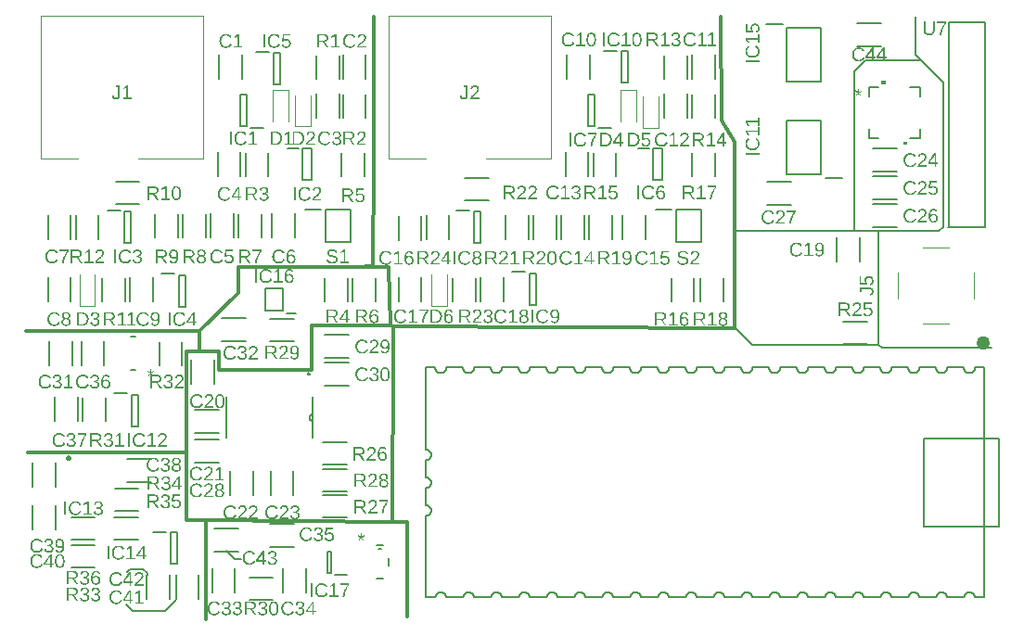
<source format=gbr>
G04 EAGLE Gerber RS-274X export*
G75*
%MOMM*%
%FSLAX34Y34*%
%LPD*%
%INSilkscreen Top*%
%IPPOS*%
%AMOC8*
5,1,8,0,0,1.08239X$1,22.5*%
G01*
G04 Define Apertures*
%ADD10C,0.304800*%
%ADD11C,0.152400*%
%ADD12C,0.203200*%
%ADD13C,0.127000*%
%ADD14C,0.120000*%
%ADD15C,0.200000*%
%ADD16C,0.250000*%
%ADD17C,0.100000*%
%ADD18C,1.270000*%
G36*
X785779Y941067D02*
X785779Y938273D01*
X781715Y938273D01*
X781715Y941067D01*
X785779Y941067D01*
G37*
G36*
X805785Y885447D02*
X805785Y882653D01*
X801721Y882653D01*
X801721Y885447D01*
X805785Y885447D01*
G37*
G36*
X517187Y972645D02*
X516925Y972651D01*
X516671Y972670D01*
X516426Y972702D01*
X516189Y972746D01*
X515740Y972873D01*
X515324Y973050D01*
X514941Y973278D01*
X514591Y973556D01*
X514274Y973885D01*
X513990Y974265D01*
X513740Y974694D01*
X513523Y975168D01*
X513339Y975690D01*
X513189Y976258D01*
X513072Y976872D01*
X512988Y977533D01*
X512938Y978241D01*
X512922Y978995D01*
X512938Y979765D01*
X512986Y980485D01*
X513068Y981155D01*
X513181Y981776D01*
X513327Y982346D01*
X513505Y982867D01*
X513716Y983338D01*
X513959Y983759D01*
X514238Y984131D01*
X514554Y984453D01*
X514907Y984725D01*
X515298Y984948D01*
X515727Y985122D01*
X515956Y985190D01*
X516194Y985246D01*
X516441Y985289D01*
X516698Y985320D01*
X516964Y985339D01*
X517240Y985345D01*
X517508Y985338D01*
X517767Y985320D01*
X518017Y985288D01*
X518259Y985245D01*
X518491Y985188D01*
X518714Y985119D01*
X519135Y984944D01*
X519519Y984719D01*
X519868Y984443D01*
X520181Y984118D01*
X520458Y983742D01*
X520702Y983317D01*
X520912Y982844D01*
X521091Y982323D01*
X521237Y981754D01*
X521350Y981136D01*
X521431Y980471D01*
X521480Y979757D01*
X521496Y978995D01*
X521479Y978245D01*
X521428Y977540D01*
X521343Y976882D01*
X521224Y976269D01*
X521070Y975701D01*
X520883Y975180D01*
X520661Y974704D01*
X520406Y974274D01*
X520117Y973892D01*
X519796Y973561D01*
X519442Y973281D01*
X519056Y973052D01*
X518637Y972874D01*
X518186Y972747D01*
X517949Y972702D01*
X517703Y972670D01*
X517449Y972651D01*
X517187Y972645D01*
G37*
%LPC*%
G36*
X517204Y973932D02*
X517541Y973952D01*
X517854Y974010D01*
X518144Y974107D01*
X518411Y974243D01*
X518654Y974418D01*
X518875Y974632D01*
X519072Y974885D01*
X519245Y975176D01*
X519397Y975508D01*
X519529Y975881D01*
X519640Y976296D01*
X519731Y976753D01*
X519802Y977251D01*
X519853Y977790D01*
X519883Y978372D01*
X519893Y978995D01*
X519884Y979640D01*
X519855Y980238D01*
X519807Y980791D01*
X519739Y981298D01*
X519652Y981759D01*
X519546Y982174D01*
X519421Y982543D01*
X519276Y982866D01*
X519109Y983147D01*
X518917Y983391D01*
X518700Y983597D01*
X518458Y983766D01*
X518191Y983897D01*
X517899Y983991D01*
X517582Y984047D01*
X517240Y984066D01*
X516889Y984047D01*
X516564Y983992D01*
X516264Y983900D01*
X515990Y983770D01*
X515742Y983604D01*
X515519Y983401D01*
X515322Y983161D01*
X515151Y982884D01*
X515002Y982564D01*
X514873Y982197D01*
X514764Y981782D01*
X514674Y981320D01*
X514605Y980810D01*
X514555Y980253D01*
X514526Y979648D01*
X514516Y978995D01*
X514526Y978360D01*
X514556Y977769D01*
X514606Y977222D01*
X514677Y976720D01*
X514767Y976261D01*
X514878Y975847D01*
X515008Y975476D01*
X515159Y975150D01*
X515332Y974864D01*
X515529Y974617D01*
X515749Y974408D01*
X515993Y974237D01*
X516260Y974104D01*
X516551Y974008D01*
X516866Y973951D01*
X517204Y973932D01*
G37*
%LPD*%
G36*
X496243Y972645D02*
X495784Y972657D01*
X495341Y972693D01*
X494914Y972754D01*
X494503Y972839D01*
X494107Y972948D01*
X493728Y973081D01*
X493363Y973238D01*
X493015Y973420D01*
X492685Y973624D01*
X492375Y973849D01*
X492085Y974095D01*
X491815Y974362D01*
X491566Y974649D01*
X491337Y974957D01*
X491128Y975286D01*
X490939Y975636D01*
X490772Y976004D01*
X490627Y976389D01*
X490504Y976791D01*
X490404Y977209D01*
X490326Y977644D01*
X490270Y978095D01*
X490237Y978563D01*
X490226Y979047D01*
X490232Y979411D01*
X490250Y979765D01*
X490282Y980109D01*
X490325Y980443D01*
X490381Y980767D01*
X490450Y981081D01*
X490531Y981385D01*
X490624Y981679D01*
X490730Y981963D01*
X490848Y982237D01*
X491122Y982755D01*
X491446Y983234D01*
X491820Y983672D01*
X492237Y984064D01*
X492693Y984404D01*
X492936Y984554D01*
X493188Y984691D01*
X493449Y984815D01*
X493720Y984926D01*
X494001Y985025D01*
X494291Y985109D01*
X494591Y985181D01*
X494900Y985240D01*
X495219Y985286D01*
X495548Y985319D01*
X495886Y985338D01*
X496234Y985345D01*
X496716Y985333D01*
X497179Y985297D01*
X497621Y985236D01*
X498043Y985152D01*
X498444Y985044D01*
X498825Y984911D01*
X499186Y984755D01*
X499527Y984574D01*
X499847Y984370D01*
X500145Y984142D01*
X500420Y983891D01*
X500674Y983617D01*
X500907Y983320D01*
X501117Y982999D01*
X501305Y982655D01*
X501471Y982288D01*
X499886Y981762D01*
X499771Y982024D01*
X499639Y982269D01*
X499491Y982499D01*
X499327Y982713D01*
X499146Y982911D01*
X498949Y983093D01*
X498736Y983259D01*
X498507Y983409D01*
X498264Y983543D01*
X498009Y983658D01*
X497744Y983756D01*
X497468Y983836D01*
X497180Y983898D01*
X496882Y983943D01*
X496572Y983969D01*
X496251Y983978D01*
X495753Y983958D01*
X495284Y983896D01*
X494842Y983793D01*
X494430Y983649D01*
X494045Y983463D01*
X493690Y983237D01*
X493362Y982969D01*
X493063Y982660D01*
X492796Y982315D01*
X492565Y981940D01*
X492369Y981534D01*
X492209Y981098D01*
X492085Y980631D01*
X491996Y980134D01*
X491942Y979606D01*
X491925Y979047D01*
X491943Y978494D01*
X491999Y977969D01*
X492092Y977471D01*
X492221Y977001D01*
X492388Y976559D01*
X492592Y976145D01*
X492833Y975758D01*
X493111Y975399D01*
X493421Y975076D01*
X493757Y974796D01*
X494119Y974559D01*
X494507Y974365D01*
X494922Y974214D01*
X495362Y974106D01*
X495829Y974041D01*
X496321Y974020D01*
X496640Y974030D01*
X496949Y974060D01*
X497248Y974110D01*
X497537Y974180D01*
X497816Y974271D01*
X498085Y974381D01*
X498343Y974511D01*
X498592Y974661D01*
X498831Y974832D01*
X499059Y975022D01*
X499278Y975233D01*
X499486Y975463D01*
X499684Y975714D01*
X499873Y975985D01*
X500051Y976275D01*
X500219Y976586D01*
X501585Y975903D01*
X501385Y975516D01*
X501166Y975154D01*
X500927Y974815D01*
X500669Y974499D01*
X500392Y974208D01*
X500095Y973941D01*
X499779Y973697D01*
X499444Y973477D01*
X499092Y973282D01*
X498727Y973113D01*
X498347Y972970D01*
X497954Y972853D01*
X497547Y972762D01*
X497126Y972697D01*
X496691Y972658D01*
X496243Y972645D01*
G37*
G36*
X511352Y972820D02*
X503618Y972820D01*
X503618Y974160D01*
X506763Y974160D01*
X506763Y983654D01*
X503978Y981666D01*
X503978Y983155D01*
X506894Y985161D01*
X508348Y985161D01*
X508348Y974160D01*
X511352Y974160D01*
X511352Y972820D01*
G37*
G36*
X607398Y972645D02*
X606940Y972657D01*
X606497Y972693D01*
X606070Y972754D01*
X605659Y972839D01*
X605263Y972948D01*
X604883Y973081D01*
X604519Y973238D01*
X604171Y973420D01*
X603841Y973624D01*
X603530Y973849D01*
X603241Y974095D01*
X602971Y974362D01*
X602722Y974649D01*
X602493Y974957D01*
X602284Y975286D01*
X602095Y975636D01*
X601928Y976004D01*
X601783Y976389D01*
X601660Y976791D01*
X601560Y977209D01*
X601482Y977644D01*
X601426Y978095D01*
X601392Y978563D01*
X601381Y979047D01*
X601388Y979411D01*
X601406Y979765D01*
X601437Y980109D01*
X601481Y980443D01*
X601537Y980767D01*
X601605Y981081D01*
X601686Y981385D01*
X601780Y981679D01*
X601886Y981963D01*
X602004Y982237D01*
X602278Y982755D01*
X602602Y983234D01*
X602975Y983672D01*
X603393Y984064D01*
X603849Y984404D01*
X604091Y984554D01*
X604343Y984691D01*
X604605Y984815D01*
X604876Y984926D01*
X605157Y985025D01*
X605447Y985109D01*
X605747Y985181D01*
X606056Y985240D01*
X606375Y985286D01*
X606704Y985319D01*
X607042Y985338D01*
X607390Y985345D01*
X607872Y985333D01*
X608334Y985297D01*
X608777Y985236D01*
X609198Y985152D01*
X609600Y985044D01*
X609981Y984911D01*
X610342Y984755D01*
X610683Y984574D01*
X611003Y984370D01*
X611300Y984142D01*
X611576Y983891D01*
X611830Y983617D01*
X612062Y983320D01*
X612273Y982999D01*
X612461Y982655D01*
X612627Y982288D01*
X611042Y981762D01*
X610927Y982024D01*
X610795Y982269D01*
X610647Y982499D01*
X610483Y982713D01*
X610302Y982911D01*
X610105Y983093D01*
X609892Y983259D01*
X609662Y983409D01*
X609419Y983543D01*
X609165Y983658D01*
X608900Y983756D01*
X608624Y983836D01*
X608336Y983898D01*
X608038Y983943D01*
X607728Y983969D01*
X607407Y983978D01*
X606909Y983958D01*
X606439Y983896D01*
X605998Y983793D01*
X605585Y983649D01*
X605201Y983463D01*
X604845Y983237D01*
X604518Y982969D01*
X604219Y982660D01*
X603952Y982315D01*
X603721Y981940D01*
X603525Y981534D01*
X603365Y981098D01*
X603241Y980631D01*
X603152Y980134D01*
X603098Y979606D01*
X603080Y979047D01*
X603099Y978494D01*
X603155Y977969D01*
X603247Y977471D01*
X603377Y977001D01*
X603544Y976559D01*
X603748Y976145D01*
X603989Y975758D01*
X604267Y975399D01*
X604577Y975076D01*
X604913Y974796D01*
X605275Y974559D01*
X605663Y974365D01*
X606077Y974214D01*
X606518Y974106D01*
X606985Y974041D01*
X607477Y974020D01*
X607796Y974030D01*
X608105Y974060D01*
X608404Y974110D01*
X608693Y974180D01*
X608972Y974271D01*
X609241Y974381D01*
X609499Y974511D01*
X609748Y974661D01*
X609986Y974832D01*
X610215Y975022D01*
X610433Y975233D01*
X610642Y975463D01*
X610840Y975714D01*
X611028Y975985D01*
X611207Y976275D01*
X611375Y976586D01*
X612741Y975903D01*
X612541Y975516D01*
X612322Y975154D01*
X612083Y974815D01*
X611825Y974499D01*
X611547Y974208D01*
X611251Y973941D01*
X610935Y973697D01*
X610600Y973477D01*
X610248Y973282D01*
X609882Y973113D01*
X609503Y972970D01*
X609110Y972853D01*
X608703Y972762D01*
X608282Y972697D01*
X607847Y972658D01*
X607398Y972645D01*
G37*
G36*
X622508Y972820D02*
X614774Y972820D01*
X614774Y974160D01*
X617919Y974160D01*
X617919Y983654D01*
X615133Y981666D01*
X615133Y983155D01*
X618050Y985161D01*
X619504Y985161D01*
X619504Y974160D01*
X622508Y974160D01*
X622508Y972820D01*
G37*
G36*
X631164Y972820D02*
X623430Y972820D01*
X623430Y974160D01*
X626575Y974160D01*
X626575Y983654D01*
X623790Y981666D01*
X623790Y983155D01*
X626706Y985161D01*
X628160Y985161D01*
X628160Y974160D01*
X631164Y974160D01*
X631164Y972820D01*
G37*
G36*
X581333Y881205D02*
X580874Y881217D01*
X580431Y881253D01*
X580004Y881314D01*
X579593Y881399D01*
X579197Y881508D01*
X578818Y881641D01*
X578453Y881798D01*
X578105Y881980D01*
X577775Y882184D01*
X577465Y882409D01*
X577175Y882655D01*
X576905Y882922D01*
X576656Y883209D01*
X576427Y883517D01*
X576218Y883846D01*
X576029Y884196D01*
X575862Y884564D01*
X575717Y884949D01*
X575594Y885351D01*
X575494Y885769D01*
X575416Y886204D01*
X575360Y886655D01*
X575327Y887123D01*
X575316Y887607D01*
X575322Y887971D01*
X575340Y888325D01*
X575372Y888669D01*
X575415Y889003D01*
X575471Y889327D01*
X575540Y889641D01*
X575621Y889945D01*
X575714Y890239D01*
X575820Y890523D01*
X575938Y890797D01*
X576212Y891315D01*
X576536Y891794D01*
X576910Y892232D01*
X577327Y892624D01*
X577783Y892964D01*
X578026Y893114D01*
X578278Y893251D01*
X578539Y893375D01*
X578810Y893486D01*
X579091Y893585D01*
X579381Y893669D01*
X579681Y893741D01*
X579990Y893800D01*
X580309Y893846D01*
X580638Y893879D01*
X580976Y893898D01*
X581324Y893905D01*
X581806Y893893D01*
X582269Y893857D01*
X582711Y893796D01*
X583133Y893712D01*
X583534Y893604D01*
X583915Y893471D01*
X584276Y893315D01*
X584617Y893134D01*
X584937Y892930D01*
X585235Y892702D01*
X585510Y892451D01*
X585764Y892177D01*
X585997Y891880D01*
X586207Y891559D01*
X586395Y891215D01*
X586561Y890848D01*
X584976Y890322D01*
X584861Y890584D01*
X584729Y890829D01*
X584581Y891059D01*
X584417Y891273D01*
X584236Y891471D01*
X584039Y891653D01*
X583826Y891819D01*
X583597Y891969D01*
X583354Y892103D01*
X583099Y892218D01*
X582834Y892316D01*
X582558Y892396D01*
X582270Y892458D01*
X581972Y892503D01*
X581662Y892529D01*
X581341Y892538D01*
X580843Y892518D01*
X580374Y892456D01*
X579932Y892353D01*
X579520Y892209D01*
X579135Y892023D01*
X578780Y891797D01*
X578452Y891529D01*
X578153Y891220D01*
X577886Y890875D01*
X577655Y890500D01*
X577459Y890094D01*
X577299Y889658D01*
X577175Y889191D01*
X577086Y888694D01*
X577032Y888166D01*
X577015Y887607D01*
X577033Y887054D01*
X577089Y886529D01*
X577182Y886031D01*
X577311Y885561D01*
X577478Y885119D01*
X577682Y884705D01*
X577923Y884318D01*
X578201Y883959D01*
X578511Y883636D01*
X578847Y883356D01*
X579209Y883119D01*
X579597Y882925D01*
X580012Y882774D01*
X580452Y882666D01*
X580919Y882601D01*
X581411Y882580D01*
X581730Y882590D01*
X582039Y882620D01*
X582338Y882670D01*
X582627Y882740D01*
X582906Y882831D01*
X583175Y882941D01*
X583433Y883071D01*
X583682Y883221D01*
X583921Y883392D01*
X584149Y883582D01*
X584368Y883793D01*
X584576Y884023D01*
X584774Y884274D01*
X584963Y884545D01*
X585141Y884835D01*
X585309Y885146D01*
X586675Y884463D01*
X586475Y884076D01*
X586256Y883714D01*
X586017Y883375D01*
X585759Y883059D01*
X585482Y882768D01*
X585185Y882501D01*
X584869Y882257D01*
X584534Y882037D01*
X584182Y881842D01*
X583817Y881673D01*
X583437Y881530D01*
X583044Y881413D01*
X582637Y881322D01*
X582216Y881257D01*
X581781Y881218D01*
X581333Y881205D01*
G37*
G36*
X606385Y881380D02*
X598213Y881380D01*
X598213Y882492D01*
X598449Y882990D01*
X598709Y883457D01*
X598994Y883894D01*
X599303Y884301D01*
X599629Y884684D01*
X599964Y885048D01*
X600306Y885393D01*
X600657Y885720D01*
X601363Y886332D01*
X602062Y886898D01*
X602725Y887441D01*
X603319Y887984D01*
X603586Y888259D01*
X603826Y888540D01*
X604039Y888828D01*
X604226Y889123D01*
X604377Y889430D01*
X604485Y889758D01*
X604550Y890105D01*
X604572Y890471D01*
X604562Y890718D01*
X604534Y890951D01*
X604488Y891169D01*
X604423Y891373D01*
X604339Y891563D01*
X604237Y891739D01*
X604116Y891901D01*
X603976Y892048D01*
X603820Y892179D01*
X603649Y892293D01*
X603464Y892389D01*
X603264Y892468D01*
X603050Y892530D01*
X602822Y892573D01*
X602578Y892600D01*
X602321Y892608D01*
X602074Y892600D01*
X601839Y892574D01*
X601615Y892531D01*
X601402Y892472D01*
X601200Y892395D01*
X601009Y892301D01*
X600830Y892189D01*
X600661Y892061D01*
X600506Y891917D01*
X600368Y891760D01*
X600247Y891588D01*
X600143Y891403D01*
X600056Y891204D01*
X599985Y890991D01*
X599932Y890764D01*
X599895Y890524D01*
X598283Y890673D01*
X598341Y891033D01*
X598427Y891375D01*
X598542Y891698D01*
X598685Y892002D01*
X598856Y892287D01*
X599056Y892553D01*
X599284Y892800D01*
X599540Y893029D01*
X599820Y893234D01*
X600119Y893412D01*
X600438Y893563D01*
X600776Y893686D01*
X601133Y893782D01*
X601510Y893850D01*
X601906Y893891D01*
X602321Y893905D01*
X602774Y893891D01*
X603200Y893850D01*
X603599Y893781D01*
X603971Y893685D01*
X604316Y893561D01*
X604634Y893410D01*
X604925Y893231D01*
X605189Y893024D01*
X605424Y892793D01*
X605628Y892538D01*
X605800Y892260D01*
X605941Y891959D01*
X606051Y891635D01*
X606129Y891288D01*
X606176Y890917D01*
X606192Y890524D01*
X606172Y890165D01*
X606110Y889808D01*
X606007Y889452D01*
X605864Y889096D01*
X605679Y888742D01*
X605455Y888387D01*
X605191Y888032D01*
X604887Y887677D01*
X604489Y887274D01*
X603943Y886773D01*
X603250Y886175D01*
X602408Y885479D01*
X601930Y885077D01*
X601504Y884696D01*
X601129Y884335D01*
X600806Y883994D01*
X600529Y883667D01*
X600293Y883345D01*
X600099Y883030D01*
X599947Y882720D01*
X606385Y882720D01*
X606385Y881380D01*
G37*
G36*
X596442Y881380D02*
X588708Y881380D01*
X588708Y882720D01*
X591853Y882720D01*
X591853Y892214D01*
X589068Y890226D01*
X589068Y891715D01*
X591984Y893721D01*
X593438Y893721D01*
X593438Y882720D01*
X596442Y882720D01*
X596442Y881380D01*
G37*
G36*
X482273Y832945D02*
X481814Y832957D01*
X481371Y832993D01*
X480944Y833054D01*
X480533Y833139D01*
X480137Y833248D01*
X479758Y833381D01*
X479393Y833538D01*
X479045Y833720D01*
X478715Y833924D01*
X478405Y834149D01*
X478115Y834395D01*
X477845Y834662D01*
X477596Y834949D01*
X477367Y835257D01*
X477158Y835586D01*
X476969Y835936D01*
X476802Y836304D01*
X476657Y836689D01*
X476534Y837091D01*
X476434Y837509D01*
X476356Y837944D01*
X476300Y838395D01*
X476267Y838863D01*
X476256Y839347D01*
X476262Y839711D01*
X476280Y840065D01*
X476312Y840409D01*
X476355Y840743D01*
X476411Y841067D01*
X476480Y841381D01*
X476561Y841685D01*
X476654Y841979D01*
X476760Y842263D01*
X476878Y842537D01*
X477152Y843055D01*
X477476Y843534D01*
X477850Y843972D01*
X478267Y844364D01*
X478723Y844704D01*
X478966Y844854D01*
X479218Y844991D01*
X479479Y845115D01*
X479750Y845226D01*
X480031Y845325D01*
X480321Y845409D01*
X480621Y845481D01*
X480930Y845540D01*
X481249Y845586D01*
X481578Y845619D01*
X481916Y845638D01*
X482264Y845645D01*
X482746Y845633D01*
X483209Y845597D01*
X483651Y845536D01*
X484073Y845452D01*
X484474Y845344D01*
X484855Y845211D01*
X485216Y845055D01*
X485557Y844874D01*
X485877Y844670D01*
X486175Y844442D01*
X486450Y844191D01*
X486704Y843917D01*
X486937Y843620D01*
X487147Y843299D01*
X487335Y842955D01*
X487501Y842588D01*
X485916Y842062D01*
X485801Y842324D01*
X485669Y842569D01*
X485521Y842799D01*
X485357Y843013D01*
X485176Y843211D01*
X484979Y843393D01*
X484766Y843559D01*
X484537Y843709D01*
X484294Y843843D01*
X484039Y843958D01*
X483774Y844056D01*
X483498Y844136D01*
X483210Y844198D01*
X482912Y844243D01*
X482602Y844269D01*
X482281Y844278D01*
X481783Y844258D01*
X481314Y844196D01*
X480872Y844093D01*
X480460Y843949D01*
X480075Y843763D01*
X479720Y843537D01*
X479392Y843269D01*
X479093Y842960D01*
X478826Y842615D01*
X478595Y842240D01*
X478399Y841834D01*
X478239Y841398D01*
X478115Y840931D01*
X478026Y840434D01*
X477972Y839906D01*
X477955Y839347D01*
X477973Y838794D01*
X478029Y838269D01*
X478122Y837771D01*
X478251Y837301D01*
X478418Y836859D01*
X478622Y836445D01*
X478863Y836058D01*
X479141Y835699D01*
X479451Y835376D01*
X479787Y835096D01*
X480149Y834859D01*
X480537Y834665D01*
X480952Y834514D01*
X481392Y834406D01*
X481859Y834341D01*
X482351Y834320D01*
X482670Y834330D01*
X482979Y834360D01*
X483278Y834410D01*
X483567Y834480D01*
X483846Y834571D01*
X484115Y834681D01*
X484373Y834811D01*
X484622Y834961D01*
X484861Y835132D01*
X485089Y835322D01*
X485308Y835533D01*
X485516Y835763D01*
X485714Y836014D01*
X485903Y836285D01*
X486081Y836575D01*
X486249Y836886D01*
X487615Y836203D01*
X487415Y835816D01*
X487196Y835454D01*
X486957Y835115D01*
X486699Y834799D01*
X486422Y834508D01*
X486125Y834241D01*
X485809Y833997D01*
X485474Y833777D01*
X485122Y833582D01*
X484757Y833413D01*
X484377Y833270D01*
X483984Y833153D01*
X483577Y833062D01*
X483156Y832997D01*
X482721Y832958D01*
X482273Y832945D01*
G37*
G36*
X503252Y832945D02*
X502795Y832958D01*
X502362Y832998D01*
X501953Y833064D01*
X501567Y833156D01*
X501205Y833275D01*
X500867Y833420D01*
X500552Y833592D01*
X500261Y833790D01*
X499996Y834014D01*
X499759Y834263D01*
X499551Y834538D01*
X499371Y834838D01*
X499219Y835163D01*
X499096Y835514D01*
X499001Y835889D01*
X498934Y836291D01*
X500563Y836439D01*
X500611Y836174D01*
X500674Y835926D01*
X500754Y835695D01*
X500849Y835482D01*
X500961Y835285D01*
X501089Y835105D01*
X501233Y834943D01*
X501393Y834797D01*
X501569Y834669D01*
X501761Y834558D01*
X501970Y834464D01*
X502194Y834387D01*
X502434Y834327D01*
X502691Y834284D01*
X502963Y834258D01*
X503252Y834250D01*
X503542Y834259D01*
X503816Y834287D01*
X504073Y834332D01*
X504315Y834397D01*
X504541Y834479D01*
X504751Y834580D01*
X504944Y834699D01*
X505122Y834837D01*
X505281Y834992D01*
X505419Y835166D01*
X505536Y835357D01*
X505631Y835566D01*
X505705Y835793D01*
X505758Y836037D01*
X505790Y836299D01*
X505801Y836580D01*
X505789Y836825D01*
X505752Y837056D01*
X505692Y837273D01*
X505607Y837476D01*
X505498Y837666D01*
X505365Y837842D01*
X505207Y838004D01*
X505026Y838152D01*
X504821Y838284D01*
X504595Y838399D01*
X504348Y838496D01*
X504079Y838575D01*
X503788Y838637D01*
X503476Y838681D01*
X503143Y838708D01*
X502788Y838717D01*
X501894Y838717D01*
X501894Y840083D01*
X502753Y840083D01*
X503068Y840092D01*
X503364Y840118D01*
X503643Y840162D01*
X503903Y840224D01*
X504146Y840304D01*
X504370Y840401D01*
X504575Y840516D01*
X504763Y840648D01*
X504930Y840796D01*
X505075Y840958D01*
X505198Y841133D01*
X505298Y841321D01*
X505376Y841523D01*
X505432Y841739D01*
X505466Y841969D01*
X505477Y842211D01*
X505468Y842452D01*
X505440Y842680D01*
X505395Y842895D01*
X505331Y843097D01*
X505249Y843286D01*
X505149Y843462D01*
X505031Y843625D01*
X504894Y843775D01*
X504740Y843909D01*
X504568Y844026D01*
X504378Y844124D01*
X504171Y844205D01*
X503946Y844268D01*
X503703Y844313D01*
X503442Y844339D01*
X503164Y844348D01*
X502910Y844340D01*
X502668Y844315D01*
X502439Y844273D01*
X502222Y844215D01*
X502017Y844140D01*
X501825Y844048D01*
X501646Y843939D01*
X501478Y843814D01*
X501326Y843674D01*
X501190Y843520D01*
X501071Y843352D01*
X500969Y843170D01*
X500884Y842975D01*
X500816Y842766D01*
X500764Y842544D01*
X500730Y842308D01*
X499144Y842430D01*
X499202Y842799D01*
X499288Y843146D01*
X499403Y843473D01*
X499546Y843779D01*
X499717Y844064D01*
X499917Y844329D01*
X500145Y844572D01*
X500401Y844795D01*
X500681Y844994D01*
X500981Y845167D01*
X501299Y845313D01*
X501637Y845432D01*
X501994Y845525D01*
X502371Y845592D01*
X502767Y845631D01*
X503182Y845645D01*
X503633Y845631D01*
X504059Y845591D01*
X504458Y845523D01*
X504832Y845429D01*
X505180Y845308D01*
X505502Y845159D01*
X505798Y844984D01*
X506068Y844782D01*
X506309Y844556D01*
X506518Y844308D01*
X506695Y844040D01*
X506840Y843750D01*
X506952Y843438D01*
X507033Y843106D01*
X507081Y842753D01*
X507097Y842378D01*
X507087Y842089D01*
X507056Y841814D01*
X507004Y841553D01*
X506932Y841306D01*
X506839Y841073D01*
X506725Y840853D01*
X506591Y840647D01*
X506436Y840455D01*
X506261Y840278D01*
X506068Y840115D01*
X505855Y839967D01*
X505624Y839835D01*
X505375Y839717D01*
X505106Y839614D01*
X504819Y839526D01*
X504513Y839452D01*
X504513Y839417D01*
X504850Y839370D01*
X505167Y839304D01*
X505465Y839217D01*
X505744Y839111D01*
X506004Y838985D01*
X506244Y838839D01*
X506466Y838674D01*
X506668Y838489D01*
X506848Y838288D01*
X507005Y838074D01*
X507138Y837848D01*
X507246Y837609D01*
X507330Y837357D01*
X507390Y837093D01*
X507427Y836816D01*
X507439Y836527D01*
X507422Y836112D01*
X507371Y835721D01*
X507286Y835355D01*
X507167Y835012D01*
X507014Y834693D01*
X506828Y834399D01*
X506607Y834128D01*
X506353Y833882D01*
X506067Y833662D01*
X505751Y833472D01*
X505407Y833311D01*
X505034Y833179D01*
X504632Y833077D01*
X504201Y833003D01*
X503741Y832960D01*
X503252Y832945D01*
G37*
G36*
X497382Y833120D02*
X489648Y833120D01*
X489648Y834460D01*
X492793Y834460D01*
X492793Y843954D01*
X490008Y841966D01*
X490008Y843455D01*
X492924Y845461D01*
X494378Y845461D01*
X494378Y834460D01*
X497382Y834460D01*
X497382Y833120D01*
G37*
G36*
X518053Y773430D02*
X516564Y773430D01*
X516564Y776224D01*
X510749Y776224D01*
X510749Y777450D01*
X516398Y785771D01*
X518053Y785771D01*
X518053Y777468D01*
X519787Y777468D01*
X519787Y776224D01*
X518053Y776224D01*
X518053Y773430D01*
G37*
%LPC*%
G36*
X516564Y777468D02*
X516564Y783993D01*
X516319Y783529D01*
X515977Y782951D01*
X512816Y778291D01*
X512343Y777643D01*
X512202Y777468D01*
X516564Y777468D01*
G37*
%LPD*%
G36*
X494359Y773255D02*
X493900Y773267D01*
X493457Y773303D01*
X493030Y773364D01*
X492619Y773449D01*
X492223Y773558D01*
X491844Y773691D01*
X491479Y773848D01*
X491131Y774030D01*
X490801Y774234D01*
X490491Y774459D01*
X490201Y774705D01*
X489931Y774972D01*
X489682Y775259D01*
X489453Y775567D01*
X489244Y775896D01*
X489055Y776246D01*
X488888Y776614D01*
X488743Y776999D01*
X488620Y777401D01*
X488520Y777819D01*
X488442Y778254D01*
X488386Y778705D01*
X488353Y779173D01*
X488342Y779657D01*
X488348Y780021D01*
X488366Y780375D01*
X488398Y780719D01*
X488441Y781053D01*
X488497Y781377D01*
X488566Y781691D01*
X488647Y781995D01*
X488740Y782289D01*
X488846Y782573D01*
X488964Y782847D01*
X489238Y783365D01*
X489562Y783844D01*
X489936Y784282D01*
X490353Y784674D01*
X490809Y785014D01*
X491052Y785164D01*
X491304Y785301D01*
X491565Y785425D01*
X491836Y785536D01*
X492117Y785635D01*
X492407Y785719D01*
X492707Y785791D01*
X493016Y785850D01*
X493335Y785896D01*
X493664Y785929D01*
X494002Y785948D01*
X494350Y785955D01*
X494832Y785943D01*
X495295Y785907D01*
X495737Y785846D01*
X496159Y785762D01*
X496560Y785654D01*
X496941Y785521D01*
X497302Y785365D01*
X497643Y785184D01*
X497963Y784980D01*
X498261Y784752D01*
X498536Y784501D01*
X498790Y784227D01*
X499023Y783930D01*
X499233Y783609D01*
X499421Y783265D01*
X499587Y782898D01*
X498002Y782372D01*
X497887Y782634D01*
X497755Y782879D01*
X497607Y783109D01*
X497443Y783323D01*
X497262Y783521D01*
X497065Y783703D01*
X496852Y783869D01*
X496623Y784019D01*
X496380Y784153D01*
X496125Y784268D01*
X495860Y784366D01*
X495584Y784446D01*
X495296Y784508D01*
X494998Y784553D01*
X494688Y784579D01*
X494367Y784588D01*
X493869Y784568D01*
X493400Y784506D01*
X492958Y784403D01*
X492546Y784259D01*
X492161Y784073D01*
X491806Y783847D01*
X491478Y783579D01*
X491179Y783270D01*
X490912Y782925D01*
X490681Y782550D01*
X490485Y782144D01*
X490325Y781708D01*
X490201Y781241D01*
X490112Y780744D01*
X490058Y780216D01*
X490041Y779657D01*
X490059Y779104D01*
X490115Y778579D01*
X490208Y778081D01*
X490337Y777611D01*
X490504Y777169D01*
X490708Y776755D01*
X490949Y776368D01*
X491227Y776009D01*
X491537Y775686D01*
X491873Y775406D01*
X492235Y775169D01*
X492623Y774975D01*
X493038Y774824D01*
X493478Y774716D01*
X493945Y774651D01*
X494437Y774630D01*
X494756Y774640D01*
X495065Y774670D01*
X495364Y774720D01*
X495653Y774790D01*
X495932Y774881D01*
X496201Y774991D01*
X496459Y775121D01*
X496708Y775271D01*
X496947Y775442D01*
X497175Y775632D01*
X497394Y775843D01*
X497602Y776073D01*
X497800Y776324D01*
X497989Y776595D01*
X498167Y776885D01*
X498335Y777196D01*
X499701Y776513D01*
X499501Y776126D01*
X499282Y775764D01*
X499043Y775425D01*
X498785Y775109D01*
X498508Y774818D01*
X498211Y774551D01*
X497895Y774307D01*
X497560Y774087D01*
X497208Y773892D01*
X496843Y773723D01*
X496463Y773580D01*
X496070Y773463D01*
X495663Y773372D01*
X495242Y773307D01*
X494807Y773268D01*
X494359Y773255D01*
G37*
G36*
X509468Y773430D02*
X501734Y773430D01*
X501734Y774770D01*
X504879Y774770D01*
X504879Y784264D01*
X502094Y782276D01*
X502094Y783765D01*
X505010Y785771D01*
X506464Y785771D01*
X506464Y774770D01*
X509468Y774770D01*
X509468Y773430D01*
G37*
G36*
X563553Y773255D02*
X563094Y773267D01*
X562651Y773303D01*
X562224Y773364D01*
X561813Y773449D01*
X561417Y773558D01*
X561038Y773691D01*
X560673Y773848D01*
X560325Y774030D01*
X559995Y774234D01*
X559685Y774459D01*
X559395Y774705D01*
X559125Y774972D01*
X558876Y775259D01*
X558647Y775567D01*
X558438Y775896D01*
X558249Y776246D01*
X558082Y776614D01*
X557937Y776999D01*
X557814Y777401D01*
X557714Y777819D01*
X557636Y778254D01*
X557580Y778705D01*
X557547Y779173D01*
X557536Y779657D01*
X557542Y780021D01*
X557560Y780375D01*
X557592Y780719D01*
X557635Y781053D01*
X557691Y781377D01*
X557760Y781691D01*
X557841Y781995D01*
X557934Y782289D01*
X558040Y782573D01*
X558158Y782847D01*
X558432Y783365D01*
X558756Y783844D01*
X559130Y784282D01*
X559547Y784674D01*
X560003Y785014D01*
X560246Y785164D01*
X560498Y785301D01*
X560759Y785425D01*
X561030Y785536D01*
X561311Y785635D01*
X561601Y785719D01*
X561901Y785791D01*
X562210Y785850D01*
X562529Y785896D01*
X562858Y785929D01*
X563196Y785948D01*
X563544Y785955D01*
X564026Y785943D01*
X564489Y785907D01*
X564931Y785846D01*
X565353Y785762D01*
X565754Y785654D01*
X566135Y785521D01*
X566496Y785365D01*
X566837Y785184D01*
X567157Y784980D01*
X567455Y784752D01*
X567730Y784501D01*
X567984Y784227D01*
X568217Y783930D01*
X568427Y783609D01*
X568615Y783265D01*
X568781Y782898D01*
X567196Y782372D01*
X567081Y782634D01*
X566949Y782879D01*
X566801Y783109D01*
X566637Y783323D01*
X566456Y783521D01*
X566259Y783703D01*
X566046Y783869D01*
X565817Y784019D01*
X565574Y784153D01*
X565319Y784268D01*
X565054Y784366D01*
X564778Y784446D01*
X564490Y784508D01*
X564192Y784553D01*
X563882Y784579D01*
X563561Y784588D01*
X563063Y784568D01*
X562594Y784506D01*
X562152Y784403D01*
X561740Y784259D01*
X561355Y784073D01*
X561000Y783847D01*
X560672Y783579D01*
X560373Y783270D01*
X560106Y782925D01*
X559875Y782550D01*
X559679Y782144D01*
X559519Y781708D01*
X559395Y781241D01*
X559306Y780744D01*
X559252Y780216D01*
X559235Y779657D01*
X559253Y779104D01*
X559309Y778579D01*
X559402Y778081D01*
X559531Y777611D01*
X559698Y777169D01*
X559902Y776755D01*
X560143Y776368D01*
X560421Y776009D01*
X560731Y775686D01*
X561067Y775406D01*
X561429Y775169D01*
X561817Y774975D01*
X562232Y774824D01*
X562672Y774716D01*
X563139Y774651D01*
X563631Y774630D01*
X563950Y774640D01*
X564259Y774670D01*
X564558Y774720D01*
X564847Y774790D01*
X565126Y774881D01*
X565395Y774991D01*
X565653Y775121D01*
X565902Y775271D01*
X566141Y775442D01*
X566369Y775632D01*
X566588Y775843D01*
X566796Y776073D01*
X566994Y776324D01*
X567183Y776595D01*
X567361Y776885D01*
X567529Y777196D01*
X568895Y776513D01*
X568695Y776126D01*
X568476Y775764D01*
X568237Y775425D01*
X567979Y775109D01*
X567702Y774818D01*
X567405Y774551D01*
X567089Y774307D01*
X566754Y774087D01*
X566402Y773892D01*
X566037Y773723D01*
X565657Y773580D01*
X565264Y773463D01*
X564857Y773372D01*
X564436Y773307D01*
X564001Y773268D01*
X563553Y773255D01*
G37*
G36*
X584374Y773255D02*
X583953Y773267D01*
X583553Y773302D01*
X583174Y773361D01*
X582815Y773443D01*
X582478Y773549D01*
X582161Y773679D01*
X581864Y773832D01*
X581589Y774008D01*
X581336Y774207D01*
X581108Y774427D01*
X580904Y774668D01*
X580724Y774930D01*
X580569Y775213D01*
X580438Y775517D01*
X580331Y775843D01*
X580249Y776189D01*
X581843Y776373D01*
X581912Y776151D01*
X581992Y775944D01*
X582085Y775751D01*
X582191Y775572D01*
X582308Y775408D01*
X582438Y775257D01*
X582580Y775122D01*
X582734Y775000D01*
X582901Y774893D01*
X583080Y774800D01*
X583271Y774721D01*
X583474Y774657D01*
X583689Y774607D01*
X583917Y774571D01*
X584157Y774549D01*
X584409Y774542D01*
X584718Y774554D01*
X585010Y774590D01*
X585284Y774650D01*
X585541Y774734D01*
X585781Y774842D01*
X586004Y774973D01*
X586209Y775129D01*
X586398Y775309D01*
X586566Y775509D01*
X586712Y775728D01*
X586835Y775964D01*
X586936Y776219D01*
X587015Y776491D01*
X587071Y776781D01*
X587105Y777089D01*
X587116Y777415D01*
X587104Y777699D01*
X587071Y777970D01*
X587014Y778226D01*
X586935Y778468D01*
X586834Y778697D01*
X586709Y778911D01*
X586563Y779112D01*
X586393Y779298D01*
X586205Y779467D01*
X586000Y779612D01*
X585780Y779736D01*
X585545Y779837D01*
X585293Y779915D01*
X585026Y779972D01*
X584743Y780005D01*
X584444Y780016D01*
X584130Y780004D01*
X583827Y779966D01*
X583535Y779903D01*
X583253Y779815D01*
X582977Y779697D01*
X582701Y779543D01*
X582426Y779355D01*
X582150Y779132D01*
X580608Y779132D01*
X581020Y785771D01*
X588035Y785771D01*
X588035Y784431D01*
X582456Y784431D01*
X582220Y780516D01*
X582484Y780700D01*
X582763Y780861D01*
X583059Y780996D01*
X583369Y781107D01*
X583696Y781193D01*
X584038Y781255D01*
X584395Y781292D01*
X584768Y781304D01*
X585212Y781287D01*
X585633Y781237D01*
X586031Y781154D01*
X586405Y781037D01*
X586757Y780887D01*
X587085Y780703D01*
X587390Y780486D01*
X587672Y780235D01*
X587925Y779958D01*
X588145Y779661D01*
X588331Y779343D01*
X588483Y779005D01*
X588602Y778647D01*
X588686Y778268D01*
X588737Y777869D01*
X588754Y777450D01*
X588735Y776975D01*
X588681Y776526D01*
X588590Y776102D01*
X588463Y775705D01*
X588300Y775334D01*
X588101Y774988D01*
X587865Y774669D01*
X587593Y774376D01*
X587289Y774113D01*
X586957Y773885D01*
X586596Y773693D01*
X586208Y773535D01*
X585792Y773413D01*
X585347Y773325D01*
X584875Y773272D01*
X584374Y773255D01*
G37*
G36*
X578662Y773430D02*
X570928Y773430D01*
X570928Y774770D01*
X574073Y774770D01*
X574073Y784264D01*
X571288Y782276D01*
X571288Y783765D01*
X574204Y785771D01*
X575658Y785771D01*
X575658Y774770D01*
X578662Y774770D01*
X578662Y773430D01*
G37*
G36*
X350965Y773255D02*
X350709Y773261D01*
X350460Y773279D01*
X349984Y773352D01*
X349540Y773473D01*
X349126Y773642D01*
X348743Y773860D01*
X348390Y774127D01*
X348069Y774442D01*
X347777Y774805D01*
X347519Y775215D01*
X347295Y775668D01*
X347105Y776166D01*
X346950Y776708D01*
X346829Y777294D01*
X346743Y777924D01*
X346691Y778598D01*
X346674Y779316D01*
X346692Y780094D01*
X346745Y780825D01*
X346835Y781511D01*
X346961Y782149D01*
X347122Y782741D01*
X347319Y783287D01*
X347552Y783786D01*
X347821Y784238D01*
X348123Y784640D01*
X348456Y784989D01*
X348818Y785284D01*
X349212Y785526D01*
X349635Y785713D01*
X349858Y785787D01*
X350089Y785847D01*
X350327Y785894D01*
X350573Y785928D01*
X350827Y785948D01*
X351088Y785955D01*
X351429Y785945D01*
X351754Y785915D01*
X352063Y785866D01*
X352356Y785798D01*
X352632Y785709D01*
X352893Y785601D01*
X353137Y785474D01*
X353365Y785326D01*
X353577Y785159D01*
X353773Y784973D01*
X353953Y784767D01*
X354116Y784541D01*
X354264Y784295D01*
X354395Y784030D01*
X354510Y783745D01*
X354609Y783441D01*
X353103Y783170D01*
X352969Y783523D01*
X352801Y783829D01*
X352599Y784088D01*
X352362Y784299D01*
X352091Y784464D01*
X351785Y784582D01*
X351445Y784652D01*
X351071Y784676D01*
X350743Y784656D01*
X350434Y784597D01*
X350145Y784499D01*
X349874Y784362D01*
X349622Y784185D01*
X349390Y783969D01*
X349176Y783714D01*
X348982Y783419D01*
X348808Y783087D01*
X348658Y782720D01*
X348531Y782318D01*
X348427Y781881D01*
X348346Y781408D01*
X348288Y780901D01*
X348253Y780358D01*
X348242Y779780D01*
X348478Y780155D01*
X348758Y780482D01*
X349082Y780761D01*
X349450Y780993D01*
X349854Y781175D01*
X350287Y781305D01*
X350514Y781351D01*
X350748Y781383D01*
X350989Y781403D01*
X351237Y781409D01*
X351653Y781392D01*
X352047Y781342D01*
X352419Y781259D01*
X352769Y781142D01*
X353096Y780992D01*
X353402Y780808D01*
X353686Y780591D01*
X353948Y780340D01*
X354183Y780062D01*
X354386Y779760D01*
X354559Y779436D01*
X354700Y779088D01*
X354810Y778717D01*
X354888Y778324D01*
X354935Y777907D01*
X354951Y777468D01*
X354934Y776992D01*
X354884Y776543D01*
X354802Y776119D01*
X354686Y775720D01*
X354537Y775348D01*
X354354Y775001D01*
X354139Y774680D01*
X353891Y774385D01*
X353613Y774120D01*
X353311Y773890D01*
X352983Y773696D01*
X352630Y773537D01*
X352251Y773414D01*
X351848Y773325D01*
X351419Y773273D01*
X350965Y773255D01*
G37*
%LPC*%
G36*
X350913Y774525D02*
X351190Y774537D01*
X351452Y774573D01*
X351698Y774633D01*
X351929Y774716D01*
X352145Y774824D01*
X352345Y774956D01*
X352530Y775112D01*
X352700Y775291D01*
X352852Y775492D01*
X352983Y775710D01*
X353095Y775947D01*
X353186Y776201D01*
X353257Y776473D01*
X353307Y776763D01*
X353338Y777072D01*
X353348Y777398D01*
X353338Y777723D01*
X353307Y778029D01*
X353255Y778316D01*
X353184Y778584D01*
X353091Y778833D01*
X352978Y779063D01*
X352845Y779273D01*
X352691Y779465D01*
X352519Y779635D01*
X352330Y779783D01*
X352126Y779908D01*
X351905Y780010D01*
X351668Y780089D01*
X351415Y780146D01*
X351146Y780180D01*
X350860Y780192D01*
X350591Y780182D01*
X350335Y780151D01*
X350092Y780101D01*
X349863Y780031D01*
X349647Y779940D01*
X349444Y779829D01*
X349254Y779699D01*
X349078Y779548D01*
X348919Y779379D01*
X348781Y779196D01*
X348664Y778997D01*
X348569Y778783D01*
X348495Y778553D01*
X348442Y778309D01*
X348410Y778049D01*
X348399Y777774D01*
X348410Y777425D01*
X348443Y777093D01*
X348498Y776776D01*
X348575Y776476D01*
X348675Y776192D01*
X348796Y775923D01*
X348939Y775672D01*
X349104Y775436D01*
X349287Y775222D01*
X349482Y775037D01*
X349689Y774881D01*
X349909Y774753D01*
X350141Y774653D01*
X350386Y774582D01*
X350643Y774539D01*
X350913Y774525D01*
G37*
%LPD*%
G36*
X329785Y773255D02*
X329326Y773267D01*
X328883Y773303D01*
X328456Y773364D01*
X328045Y773449D01*
X327649Y773558D01*
X327270Y773691D01*
X326905Y773848D01*
X326557Y774030D01*
X326227Y774234D01*
X325917Y774459D01*
X325627Y774705D01*
X325357Y774972D01*
X325108Y775259D01*
X324879Y775567D01*
X324670Y775896D01*
X324481Y776246D01*
X324314Y776614D01*
X324169Y776999D01*
X324046Y777401D01*
X323946Y777819D01*
X323868Y778254D01*
X323812Y778705D01*
X323779Y779173D01*
X323768Y779657D01*
X323774Y780021D01*
X323792Y780375D01*
X323824Y780719D01*
X323867Y781053D01*
X323923Y781377D01*
X323992Y781691D01*
X324073Y781995D01*
X324166Y782289D01*
X324272Y782573D01*
X324390Y782847D01*
X324664Y783365D01*
X324988Y783844D01*
X325362Y784282D01*
X325779Y784674D01*
X326235Y785014D01*
X326478Y785164D01*
X326730Y785301D01*
X326991Y785425D01*
X327262Y785536D01*
X327543Y785635D01*
X327833Y785719D01*
X328133Y785791D01*
X328442Y785850D01*
X328761Y785896D01*
X329090Y785929D01*
X329428Y785948D01*
X329776Y785955D01*
X330258Y785943D01*
X330721Y785907D01*
X331163Y785846D01*
X331585Y785762D01*
X331986Y785654D01*
X332367Y785521D01*
X332728Y785365D01*
X333069Y785184D01*
X333389Y784980D01*
X333687Y784752D01*
X333962Y784501D01*
X334216Y784227D01*
X334449Y783930D01*
X334659Y783609D01*
X334847Y783265D01*
X335013Y782898D01*
X333428Y782372D01*
X333313Y782634D01*
X333181Y782879D01*
X333033Y783109D01*
X332869Y783323D01*
X332688Y783521D01*
X332491Y783703D01*
X332278Y783869D01*
X332049Y784019D01*
X331806Y784153D01*
X331551Y784268D01*
X331286Y784366D01*
X331010Y784446D01*
X330722Y784508D01*
X330424Y784553D01*
X330114Y784579D01*
X329793Y784588D01*
X329295Y784568D01*
X328826Y784506D01*
X328384Y784403D01*
X327972Y784259D01*
X327587Y784073D01*
X327232Y783847D01*
X326904Y783579D01*
X326605Y783270D01*
X326338Y782925D01*
X326107Y782550D01*
X325911Y782144D01*
X325751Y781708D01*
X325627Y781241D01*
X325538Y780744D01*
X325484Y780216D01*
X325467Y779657D01*
X325485Y779104D01*
X325541Y778579D01*
X325634Y778081D01*
X325763Y777611D01*
X325930Y777169D01*
X326134Y776755D01*
X326375Y776368D01*
X326653Y776009D01*
X326963Y775686D01*
X327299Y775406D01*
X327661Y775169D01*
X328049Y774975D01*
X328464Y774824D01*
X328904Y774716D01*
X329371Y774651D01*
X329863Y774630D01*
X330182Y774640D01*
X330491Y774670D01*
X330790Y774720D01*
X331079Y774790D01*
X331358Y774881D01*
X331627Y774991D01*
X331885Y775121D01*
X332134Y775271D01*
X332373Y775442D01*
X332601Y775632D01*
X332820Y775843D01*
X333028Y776073D01*
X333226Y776324D01*
X333415Y776595D01*
X333593Y776885D01*
X333761Y777196D01*
X335127Y776513D01*
X334927Y776126D01*
X334708Y775764D01*
X334469Y775425D01*
X334211Y775109D01*
X333934Y774818D01*
X333637Y774551D01*
X333321Y774307D01*
X332986Y774087D01*
X332634Y773892D01*
X332269Y773723D01*
X331889Y773580D01*
X331496Y773463D01*
X331089Y773372D01*
X330668Y773307D01*
X330233Y773268D01*
X329785Y773255D01*
G37*
G36*
X344894Y773430D02*
X337160Y773430D01*
X337160Y774770D01*
X340305Y774770D01*
X340305Y784264D01*
X337520Y782276D01*
X337520Y783765D01*
X340436Y785771D01*
X341890Y785771D01*
X341890Y774770D01*
X344894Y774770D01*
X344894Y773430D01*
G37*
G36*
X343229Y719915D02*
X342770Y719927D01*
X342327Y719963D01*
X341900Y720024D01*
X341489Y720109D01*
X341093Y720218D01*
X340714Y720351D01*
X340349Y720508D01*
X340001Y720690D01*
X339671Y720894D01*
X339361Y721119D01*
X339071Y721365D01*
X338801Y721632D01*
X338552Y721919D01*
X338323Y722227D01*
X338114Y722556D01*
X337925Y722906D01*
X337758Y723274D01*
X337613Y723659D01*
X337490Y724061D01*
X337390Y724479D01*
X337312Y724914D01*
X337256Y725365D01*
X337223Y725833D01*
X337212Y726317D01*
X337218Y726681D01*
X337236Y727035D01*
X337268Y727379D01*
X337311Y727713D01*
X337367Y728037D01*
X337436Y728351D01*
X337517Y728655D01*
X337610Y728949D01*
X337716Y729233D01*
X337834Y729507D01*
X338108Y730025D01*
X338432Y730504D01*
X338806Y730942D01*
X339223Y731334D01*
X339679Y731674D01*
X339922Y731824D01*
X340174Y731961D01*
X340435Y732085D01*
X340706Y732196D01*
X340987Y732295D01*
X341277Y732379D01*
X341577Y732451D01*
X341886Y732510D01*
X342205Y732556D01*
X342534Y732589D01*
X342872Y732608D01*
X343220Y732615D01*
X343702Y732603D01*
X344165Y732567D01*
X344607Y732506D01*
X345029Y732422D01*
X345430Y732314D01*
X345811Y732181D01*
X346172Y732025D01*
X346513Y731844D01*
X346833Y731640D01*
X347131Y731412D01*
X347406Y731161D01*
X347660Y730887D01*
X347893Y730590D01*
X348103Y730269D01*
X348291Y729925D01*
X348457Y729558D01*
X346872Y729032D01*
X346757Y729294D01*
X346625Y729539D01*
X346477Y729769D01*
X346313Y729983D01*
X346132Y730181D01*
X345935Y730363D01*
X345722Y730529D01*
X345493Y730679D01*
X345250Y730813D01*
X344995Y730928D01*
X344730Y731026D01*
X344454Y731106D01*
X344166Y731168D01*
X343868Y731213D01*
X343558Y731239D01*
X343237Y731248D01*
X342739Y731228D01*
X342270Y731166D01*
X341828Y731063D01*
X341416Y730919D01*
X341031Y730733D01*
X340676Y730507D01*
X340348Y730239D01*
X340049Y729930D01*
X339782Y729585D01*
X339551Y729210D01*
X339355Y728804D01*
X339195Y728368D01*
X339071Y727901D01*
X338982Y727404D01*
X338928Y726876D01*
X338911Y726317D01*
X338929Y725764D01*
X338985Y725239D01*
X339078Y724741D01*
X339207Y724271D01*
X339374Y723829D01*
X339578Y723415D01*
X339819Y723028D01*
X340097Y722669D01*
X340407Y722346D01*
X340743Y722066D01*
X341105Y721829D01*
X341493Y721635D01*
X341908Y721484D01*
X342348Y721376D01*
X342815Y721311D01*
X343307Y721290D01*
X343626Y721300D01*
X343935Y721330D01*
X344234Y721380D01*
X344523Y721450D01*
X344802Y721541D01*
X345071Y721651D01*
X345329Y721781D01*
X345578Y721931D01*
X345817Y722102D01*
X346045Y722292D01*
X346264Y722503D01*
X346472Y722733D01*
X346670Y722984D01*
X346859Y723255D01*
X347037Y723545D01*
X347205Y723856D01*
X348571Y723173D01*
X348371Y722786D01*
X348152Y722424D01*
X347913Y722085D01*
X347655Y721769D01*
X347378Y721478D01*
X347081Y721211D01*
X346765Y720967D01*
X346430Y720747D01*
X346078Y720552D01*
X345713Y720383D01*
X345333Y720240D01*
X344940Y720123D01*
X344533Y720032D01*
X344112Y719967D01*
X343677Y719928D01*
X343229Y719915D01*
G37*
G36*
X358338Y720090D02*
X350604Y720090D01*
X350604Y721430D01*
X353749Y721430D01*
X353749Y730924D01*
X350964Y728936D01*
X350964Y730425D01*
X353880Y732431D01*
X355334Y732431D01*
X355334Y721430D01*
X358338Y721430D01*
X358338Y720090D01*
G37*
G36*
X364050Y720090D02*
X362404Y720090D01*
X362419Y720685D01*
X362466Y721288D01*
X362545Y721899D01*
X362654Y722517D01*
X362795Y723144D01*
X362968Y723778D01*
X363172Y724420D01*
X363407Y725069D01*
X363678Y725735D01*
X363992Y726426D01*
X364348Y727142D01*
X364746Y727882D01*
X365185Y728647D01*
X365667Y729437D01*
X366191Y730251D01*
X366757Y731091D01*
X360127Y731091D01*
X360127Y732431D01*
X368281Y732431D01*
X368281Y731152D01*
X367404Y729785D01*
X366667Y728575D01*
X366069Y727521D01*
X365609Y726624D01*
X365244Y725808D01*
X364927Y724997D01*
X364659Y724192D01*
X364440Y723392D01*
X364270Y722588D01*
X364148Y721769D01*
X364075Y720937D01*
X364056Y720515D01*
X364050Y720090D01*
G37*
G36*
X455639Y719915D02*
X455158Y719930D01*
X454703Y719973D01*
X454276Y720047D01*
X453875Y720149D01*
X453502Y720281D01*
X453155Y720442D01*
X452836Y720632D01*
X452543Y720852D01*
X452281Y721099D01*
X452055Y721370D01*
X451863Y721666D01*
X451706Y721986D01*
X451583Y722331D01*
X451496Y722701D01*
X451444Y723096D01*
X451426Y723515D01*
X451437Y723811D01*
X451470Y724095D01*
X451524Y724367D01*
X451599Y724627D01*
X451697Y724875D01*
X451816Y725111D01*
X451956Y725335D01*
X452118Y725547D01*
X452297Y725742D01*
X452488Y725918D01*
X452691Y726073D01*
X452907Y726208D01*
X453134Y726323D01*
X453373Y726417D01*
X453624Y726491D01*
X453888Y726545D01*
X453888Y726580D01*
X453642Y726648D01*
X453410Y726733D01*
X453192Y726835D01*
X452987Y726955D01*
X452794Y727091D01*
X452616Y727245D01*
X452450Y727416D01*
X452298Y727605D01*
X452161Y727806D01*
X452043Y728016D01*
X451943Y728234D01*
X451861Y728461D01*
X451797Y728696D01*
X451752Y728940D01*
X451725Y729192D01*
X451715Y729453D01*
X451732Y729797D01*
X451781Y730125D01*
X451864Y730435D01*
X451979Y730729D01*
X452128Y731007D01*
X452309Y731268D01*
X452523Y731512D01*
X452771Y731739D01*
X453046Y731944D01*
X453344Y732122D01*
X453664Y732273D01*
X454007Y732396D01*
X454372Y732492D01*
X454760Y732560D01*
X455171Y732601D01*
X455604Y732615D01*
X456048Y732601D01*
X456467Y732561D01*
X456863Y732494D01*
X457234Y732400D01*
X457582Y732279D01*
X457906Y732132D01*
X458206Y731958D01*
X458481Y731756D01*
X458729Y731532D01*
X458943Y731289D01*
X459125Y731028D01*
X459273Y730747D01*
X459388Y730447D01*
X459471Y730129D01*
X459520Y729792D01*
X459537Y729435D01*
X459528Y729175D01*
X459500Y728922D01*
X459454Y728679D01*
X459390Y728443D01*
X459308Y728217D01*
X459207Y727998D01*
X459088Y727789D01*
X458950Y727587D01*
X458797Y727399D01*
X458630Y727230D01*
X458612Y727215D01*
X458450Y727079D01*
X458256Y726946D01*
X458049Y726831D01*
X457828Y726735D01*
X457594Y726657D01*
X457347Y726598D01*
X457347Y726563D01*
X457635Y726505D01*
X457906Y726428D01*
X458160Y726331D01*
X458398Y726216D01*
X458620Y726081D01*
X458825Y725926D01*
X459014Y725753D01*
X459153Y725597D01*
X459186Y725560D01*
X459340Y725351D01*
X459474Y725129D01*
X459587Y724895D01*
X459679Y724648D01*
X459751Y724388D01*
X459802Y724115D01*
X459833Y723830D01*
X459843Y723532D01*
X459826Y723117D01*
X459775Y722725D01*
X459691Y722357D01*
X459572Y722013D01*
X459419Y721691D01*
X459232Y721394D01*
X459012Y721120D01*
X458757Y720870D01*
X458471Y720646D01*
X458155Y720452D01*
X457810Y720288D01*
X457435Y720153D01*
X457030Y720049D01*
X456596Y719975D01*
X456132Y719930D01*
X455639Y719915D01*
G37*
%LPC*%
G36*
X455657Y721097D02*
X455968Y721107D01*
X456259Y721136D01*
X456530Y721184D01*
X456780Y721252D01*
X457010Y721338D01*
X457219Y721445D01*
X457407Y721570D01*
X457575Y721715D01*
X457723Y721881D01*
X457851Y722069D01*
X457959Y722281D01*
X458048Y722515D01*
X458117Y722772D01*
X458166Y723052D01*
X458196Y723355D01*
X458205Y723681D01*
X458195Y723959D01*
X458163Y724219D01*
X458109Y724462D01*
X458035Y724687D01*
X457939Y724895D01*
X457821Y725084D01*
X457682Y725256D01*
X457522Y725411D01*
X457343Y725547D01*
X457146Y725666D01*
X456932Y725766D01*
X456701Y725848D01*
X456453Y725911D01*
X456187Y725957D01*
X455904Y725984D01*
X455604Y725993D01*
X455312Y725983D01*
X455037Y725954D01*
X454778Y725905D01*
X454536Y725837D01*
X454310Y725749D01*
X454100Y725641D01*
X453907Y725514D01*
X453730Y725367D01*
X453572Y725203D01*
X453435Y725025D01*
X453319Y724831D01*
X453224Y724624D01*
X453150Y724401D01*
X453098Y724164D01*
X453066Y723912D01*
X453055Y723646D01*
X453066Y723337D01*
X453096Y723049D01*
X453147Y722780D01*
X453218Y722531D01*
X453310Y722302D01*
X453421Y722093D01*
X453553Y721904D01*
X453706Y721734D01*
X453879Y721585D01*
X454072Y721456D01*
X454285Y721346D01*
X454519Y721257D01*
X454773Y721187D01*
X455047Y721137D01*
X455342Y721107D01*
X455657Y721097D01*
G37*
G36*
X455622Y727176D02*
X455892Y727184D01*
X456145Y727208D01*
X456381Y727248D01*
X456602Y727304D01*
X456805Y727376D01*
X456992Y727464D01*
X457163Y727568D01*
X457317Y727688D01*
X457453Y727826D01*
X457571Y727984D01*
X457671Y728162D01*
X457753Y728359D01*
X457817Y728577D01*
X457863Y728814D01*
X457890Y729071D01*
X457899Y729348D01*
X457890Y729601D01*
X457863Y729838D01*
X457818Y730059D01*
X457756Y730264D01*
X457675Y730452D01*
X457576Y730623D01*
X457460Y730779D01*
X457325Y730918D01*
X457173Y731040D01*
X457003Y731147D01*
X456814Y731237D01*
X456608Y731310D01*
X456384Y731367D01*
X456142Y731408D01*
X455882Y731433D01*
X455604Y731441D01*
X455334Y731433D01*
X455081Y731408D01*
X454844Y731367D01*
X454624Y731310D01*
X454421Y731236D01*
X454234Y731145D01*
X454063Y731039D01*
X453909Y730916D01*
X453773Y730776D01*
X453655Y730621D01*
X453555Y730449D01*
X453473Y730261D01*
X453409Y730057D01*
X453363Y729837D01*
X453336Y729600D01*
X453327Y729348D01*
X453336Y729091D01*
X453364Y728849D01*
X453411Y728624D01*
X453477Y728414D01*
X453561Y728220D01*
X453664Y728041D01*
X453786Y727879D01*
X453927Y727732D01*
X454085Y727601D01*
X454258Y727489D01*
X454447Y727393D01*
X454651Y727315D01*
X454870Y727254D01*
X455105Y727210D01*
X455356Y727184D01*
X455622Y727176D01*
G37*
%LPD*%
G36*
X434669Y719915D02*
X434210Y719927D01*
X433767Y719963D01*
X433340Y720024D01*
X432929Y720109D01*
X432533Y720218D01*
X432154Y720351D01*
X431789Y720508D01*
X431441Y720690D01*
X431111Y720894D01*
X430801Y721119D01*
X430511Y721365D01*
X430241Y721632D01*
X429992Y721919D01*
X429763Y722227D01*
X429554Y722556D01*
X429365Y722906D01*
X429198Y723274D01*
X429053Y723659D01*
X428930Y724061D01*
X428830Y724479D01*
X428752Y724914D01*
X428696Y725365D01*
X428663Y725833D01*
X428652Y726317D01*
X428658Y726681D01*
X428676Y727035D01*
X428708Y727379D01*
X428751Y727713D01*
X428807Y728037D01*
X428876Y728351D01*
X428957Y728655D01*
X429050Y728949D01*
X429156Y729233D01*
X429274Y729507D01*
X429548Y730025D01*
X429872Y730504D01*
X430246Y730942D01*
X430663Y731334D01*
X431119Y731674D01*
X431362Y731824D01*
X431614Y731961D01*
X431875Y732085D01*
X432146Y732196D01*
X432427Y732295D01*
X432717Y732379D01*
X433017Y732451D01*
X433326Y732510D01*
X433645Y732556D01*
X433974Y732589D01*
X434312Y732608D01*
X434660Y732615D01*
X435142Y732603D01*
X435605Y732567D01*
X436047Y732506D01*
X436469Y732422D01*
X436870Y732314D01*
X437251Y732181D01*
X437612Y732025D01*
X437953Y731844D01*
X438273Y731640D01*
X438571Y731412D01*
X438846Y731161D01*
X439100Y730887D01*
X439333Y730590D01*
X439543Y730269D01*
X439731Y729925D01*
X439897Y729558D01*
X438312Y729032D01*
X438197Y729294D01*
X438065Y729539D01*
X437917Y729769D01*
X437753Y729983D01*
X437572Y730181D01*
X437375Y730363D01*
X437162Y730529D01*
X436933Y730679D01*
X436690Y730813D01*
X436435Y730928D01*
X436170Y731026D01*
X435894Y731106D01*
X435606Y731168D01*
X435308Y731213D01*
X434998Y731239D01*
X434677Y731248D01*
X434179Y731228D01*
X433710Y731166D01*
X433268Y731063D01*
X432856Y730919D01*
X432471Y730733D01*
X432116Y730507D01*
X431788Y730239D01*
X431489Y729930D01*
X431222Y729585D01*
X430991Y729210D01*
X430795Y728804D01*
X430635Y728368D01*
X430511Y727901D01*
X430422Y727404D01*
X430368Y726876D01*
X430351Y726317D01*
X430369Y725764D01*
X430425Y725239D01*
X430518Y724741D01*
X430647Y724271D01*
X430814Y723829D01*
X431018Y723415D01*
X431259Y723028D01*
X431537Y722669D01*
X431847Y722346D01*
X432183Y722066D01*
X432545Y721829D01*
X432933Y721635D01*
X433348Y721484D01*
X433788Y721376D01*
X434255Y721311D01*
X434747Y721290D01*
X435066Y721300D01*
X435375Y721330D01*
X435674Y721380D01*
X435963Y721450D01*
X436242Y721541D01*
X436511Y721651D01*
X436769Y721781D01*
X437018Y721931D01*
X437257Y722102D01*
X437485Y722292D01*
X437704Y722503D01*
X437912Y722733D01*
X438110Y722984D01*
X438299Y723255D01*
X438477Y723545D01*
X438645Y723856D01*
X440011Y723173D01*
X439811Y722786D01*
X439592Y722424D01*
X439353Y722085D01*
X439095Y721769D01*
X438818Y721478D01*
X438521Y721211D01*
X438205Y720967D01*
X437870Y720747D01*
X437518Y720552D01*
X437153Y720383D01*
X436773Y720240D01*
X436380Y720123D01*
X435973Y720032D01*
X435552Y719967D01*
X435117Y719928D01*
X434669Y719915D01*
G37*
G36*
X449778Y720090D02*
X442044Y720090D01*
X442044Y721430D01*
X445189Y721430D01*
X445189Y730924D01*
X442404Y728936D01*
X442404Y730425D01*
X445320Y732431D01*
X446774Y732431D01*
X446774Y721430D01*
X449778Y721430D01*
X449778Y720090D01*
G37*
G36*
X725160Y780875D02*
X724808Y780884D01*
X724474Y780913D01*
X724157Y780960D01*
X723859Y781027D01*
X723578Y781113D01*
X723315Y781217D01*
X723071Y781341D01*
X722844Y781484D01*
X722634Y781647D01*
X722439Y781835D01*
X722260Y782045D01*
X722096Y782279D01*
X721948Y782537D01*
X721815Y782818D01*
X721698Y783122D01*
X721596Y783450D01*
X723102Y783686D01*
X723238Y783325D01*
X723410Y783012D01*
X723617Y782747D01*
X723860Y782530D01*
X724138Y782362D01*
X724452Y782241D01*
X724802Y782169D01*
X724990Y782151D01*
X725187Y782145D01*
X725517Y782165D01*
X725827Y782224D01*
X726119Y782322D01*
X726391Y782460D01*
X726644Y782637D01*
X726878Y782854D01*
X727093Y783110D01*
X727289Y783406D01*
X727464Y783738D01*
X727617Y784104D01*
X727747Y784503D01*
X727856Y784937D01*
X727942Y785403D01*
X728006Y785904D01*
X728048Y786438D01*
X728068Y787006D01*
X727973Y786814D01*
X727862Y786631D01*
X727735Y786458D01*
X727593Y786295D01*
X727435Y786142D01*
X727262Y785998D01*
X727073Y785864D01*
X726868Y785740D01*
X726653Y785628D01*
X726433Y785531D01*
X726208Y785449D01*
X725977Y785382D01*
X725741Y785330D01*
X725500Y785293D01*
X725254Y785270D01*
X725003Y785263D01*
X724597Y785281D01*
X724212Y785334D01*
X723848Y785423D01*
X723505Y785548D01*
X723183Y785708D01*
X722881Y785903D01*
X722600Y786135D01*
X722340Y786401D01*
X722106Y786698D01*
X721903Y787017D01*
X721732Y787360D01*
X721591Y787726D01*
X721482Y788116D01*
X721404Y788528D01*
X721357Y788964D01*
X721342Y789423D01*
X721359Y789894D01*
X721410Y790339D01*
X721494Y790759D01*
X721613Y791152D01*
X721766Y791519D01*
X721953Y791861D01*
X722173Y792177D01*
X722428Y792467D01*
X722713Y792726D01*
X723024Y792951D01*
X723362Y793142D01*
X723726Y793298D01*
X724117Y793419D01*
X724535Y793505D01*
X724979Y793557D01*
X725449Y793575D01*
X725703Y793569D01*
X725948Y793551D01*
X726416Y793479D01*
X726853Y793360D01*
X727258Y793194D01*
X727632Y792979D01*
X727975Y792717D01*
X728287Y792408D01*
X728567Y792051D01*
X728816Y791646D01*
X729031Y791193D01*
X729213Y790692D01*
X729362Y790144D01*
X729478Y789547D01*
X729561Y788903D01*
X729611Y788210D01*
X729627Y787470D01*
X729609Y786698D01*
X729555Y785972D01*
X729464Y785292D01*
X729337Y784659D01*
X729174Y784071D01*
X728974Y783529D01*
X728739Y783033D01*
X728467Y782583D01*
X728161Y782182D01*
X727825Y781836D01*
X727458Y781542D01*
X727060Y781302D01*
X726631Y781115D01*
X726405Y781042D01*
X726172Y780982D01*
X725930Y780935D01*
X725681Y780902D01*
X725425Y780882D01*
X725160Y780875D01*
G37*
%LPC*%
G36*
X725379Y786507D02*
X725715Y786526D01*
X726038Y786584D01*
X726350Y786681D01*
X726649Y786818D01*
X726927Y786989D01*
X727174Y787193D01*
X727389Y787429D01*
X727573Y787698D01*
X727721Y787992D01*
X727826Y788306D01*
X727890Y788640D01*
X727911Y788994D01*
X727900Y789357D01*
X727868Y789702D01*
X727815Y790029D01*
X727740Y790337D01*
X727644Y790628D01*
X727526Y790900D01*
X727388Y791154D01*
X727227Y791389D01*
X727049Y791602D01*
X726857Y791786D01*
X726650Y791942D01*
X726428Y792069D01*
X726192Y792168D01*
X725942Y792239D01*
X725676Y792282D01*
X725397Y792296D01*
X725120Y792284D01*
X724858Y792248D01*
X724611Y792187D01*
X724379Y792102D01*
X724162Y791993D01*
X723960Y791860D01*
X723773Y791703D01*
X723601Y791521D01*
X723447Y791319D01*
X723314Y791099D01*
X723201Y790863D01*
X723109Y790609D01*
X723037Y790338D01*
X722986Y790050D01*
X722955Y789745D01*
X722945Y789423D01*
X722955Y789095D01*
X722986Y788784D01*
X723037Y788491D01*
X723109Y788216D01*
X723201Y787958D01*
X723314Y787718D01*
X723447Y787495D01*
X723601Y787290D01*
X723773Y787107D01*
X723959Y786948D01*
X724159Y786813D01*
X724374Y786703D01*
X724604Y786617D01*
X724848Y786556D01*
X725106Y786519D01*
X725379Y786507D01*
G37*
%LPD*%
G36*
X704523Y780875D02*
X704064Y780887D01*
X703621Y780923D01*
X703194Y780984D01*
X702783Y781069D01*
X702387Y781178D01*
X702008Y781311D01*
X701643Y781468D01*
X701295Y781650D01*
X700965Y781854D01*
X700655Y782079D01*
X700365Y782325D01*
X700095Y782592D01*
X699846Y782879D01*
X699617Y783187D01*
X699408Y783516D01*
X699219Y783866D01*
X699052Y784234D01*
X698907Y784619D01*
X698784Y785021D01*
X698684Y785439D01*
X698606Y785874D01*
X698550Y786325D01*
X698517Y786793D01*
X698506Y787277D01*
X698512Y787641D01*
X698530Y787995D01*
X698562Y788339D01*
X698605Y788673D01*
X698661Y788997D01*
X698730Y789311D01*
X698811Y789615D01*
X698904Y789909D01*
X699010Y790193D01*
X699128Y790467D01*
X699402Y790985D01*
X699726Y791464D01*
X700100Y791902D01*
X700517Y792294D01*
X700973Y792634D01*
X701216Y792784D01*
X701468Y792921D01*
X701729Y793045D01*
X702000Y793156D01*
X702281Y793255D01*
X702571Y793339D01*
X702871Y793411D01*
X703180Y793470D01*
X703499Y793516D01*
X703828Y793549D01*
X704166Y793568D01*
X704514Y793575D01*
X704996Y793563D01*
X705459Y793527D01*
X705901Y793466D01*
X706323Y793382D01*
X706724Y793274D01*
X707105Y793141D01*
X707466Y792985D01*
X707807Y792804D01*
X708127Y792600D01*
X708425Y792372D01*
X708700Y792121D01*
X708954Y791847D01*
X709187Y791550D01*
X709397Y791229D01*
X709585Y790885D01*
X709751Y790518D01*
X708166Y789992D01*
X708051Y790254D01*
X707919Y790499D01*
X707771Y790729D01*
X707607Y790943D01*
X707426Y791141D01*
X707229Y791323D01*
X707016Y791489D01*
X706787Y791639D01*
X706544Y791773D01*
X706289Y791888D01*
X706024Y791986D01*
X705748Y792066D01*
X705460Y792128D01*
X705162Y792173D01*
X704852Y792199D01*
X704531Y792208D01*
X704033Y792188D01*
X703564Y792126D01*
X703122Y792023D01*
X702710Y791879D01*
X702325Y791693D01*
X701970Y791467D01*
X701642Y791199D01*
X701343Y790890D01*
X701076Y790545D01*
X700845Y790170D01*
X700649Y789764D01*
X700489Y789328D01*
X700365Y788861D01*
X700276Y788364D01*
X700222Y787836D01*
X700205Y787277D01*
X700223Y786724D01*
X700279Y786199D01*
X700372Y785701D01*
X700501Y785231D01*
X700668Y784789D01*
X700872Y784375D01*
X701113Y783988D01*
X701391Y783629D01*
X701701Y783306D01*
X702037Y783026D01*
X702399Y782789D01*
X702787Y782595D01*
X703202Y782444D01*
X703642Y782336D01*
X704109Y782271D01*
X704601Y782250D01*
X704920Y782260D01*
X705229Y782290D01*
X705528Y782340D01*
X705817Y782410D01*
X706096Y782501D01*
X706365Y782611D01*
X706623Y782741D01*
X706872Y782891D01*
X707111Y783062D01*
X707339Y783252D01*
X707558Y783463D01*
X707766Y783693D01*
X707964Y783944D01*
X708153Y784215D01*
X708331Y784505D01*
X708499Y784816D01*
X709865Y784133D01*
X709665Y783746D01*
X709446Y783384D01*
X709207Y783045D01*
X708949Y782729D01*
X708672Y782438D01*
X708375Y782171D01*
X708059Y781927D01*
X707724Y781707D01*
X707372Y781512D01*
X707007Y781343D01*
X706627Y781200D01*
X706234Y781083D01*
X705827Y780992D01*
X705406Y780927D01*
X704971Y780888D01*
X704523Y780875D01*
G37*
G36*
X719632Y781050D02*
X711898Y781050D01*
X711898Y782390D01*
X715043Y782390D01*
X715043Y791884D01*
X712258Y789896D01*
X712258Y791385D01*
X715174Y793391D01*
X716628Y793391D01*
X716628Y782390D01*
X719632Y782390D01*
X719632Y781050D01*
G37*
G36*
X296760Y971375D02*
X296302Y971387D01*
X295859Y971423D01*
X295432Y971484D01*
X295021Y971569D01*
X294625Y971678D01*
X294245Y971811D01*
X293881Y971968D01*
X293533Y972150D01*
X293203Y972354D01*
X292892Y972579D01*
X292603Y972825D01*
X292333Y973092D01*
X292084Y973379D01*
X291855Y973687D01*
X291646Y974016D01*
X291457Y974366D01*
X291290Y974734D01*
X291145Y975119D01*
X291022Y975521D01*
X290922Y975939D01*
X290844Y976374D01*
X290788Y976825D01*
X290754Y977293D01*
X290743Y977777D01*
X290750Y978141D01*
X290768Y978495D01*
X290799Y978839D01*
X290843Y979173D01*
X290899Y979497D01*
X290967Y979811D01*
X291048Y980115D01*
X291142Y980409D01*
X291248Y980693D01*
X291366Y980967D01*
X291640Y981485D01*
X291964Y981964D01*
X292337Y982402D01*
X292755Y982794D01*
X293211Y983134D01*
X293453Y983284D01*
X293705Y983421D01*
X293967Y983545D01*
X294238Y983656D01*
X294519Y983755D01*
X294809Y983839D01*
X295109Y983911D01*
X295418Y983970D01*
X295737Y984016D01*
X296066Y984049D01*
X296404Y984068D01*
X296752Y984075D01*
X297234Y984063D01*
X297696Y984027D01*
X298139Y983966D01*
X298560Y983882D01*
X298962Y983774D01*
X299343Y983641D01*
X299704Y983485D01*
X300045Y983304D01*
X300365Y983100D01*
X300662Y982872D01*
X300938Y982621D01*
X301192Y982347D01*
X301424Y982050D01*
X301635Y981729D01*
X301823Y981385D01*
X301989Y981018D01*
X300404Y980492D01*
X300289Y980754D01*
X300157Y980999D01*
X300009Y981229D01*
X299845Y981443D01*
X299664Y981641D01*
X299467Y981823D01*
X299254Y981989D01*
X299024Y982139D01*
X298781Y982273D01*
X298527Y982388D01*
X298262Y982486D01*
X297986Y982566D01*
X297698Y982628D01*
X297400Y982673D01*
X297090Y982699D01*
X296769Y982708D01*
X296271Y982688D01*
X295801Y982626D01*
X295360Y982523D01*
X294947Y982379D01*
X294563Y982193D01*
X294207Y981967D01*
X293880Y981699D01*
X293581Y981390D01*
X293314Y981045D01*
X293083Y980670D01*
X292887Y980264D01*
X292727Y979828D01*
X292603Y979361D01*
X292514Y978864D01*
X292460Y978336D01*
X292442Y977777D01*
X292461Y977224D01*
X292517Y976699D01*
X292609Y976201D01*
X292739Y975731D01*
X292906Y975289D01*
X293110Y974875D01*
X293351Y974488D01*
X293629Y974129D01*
X293939Y973806D01*
X294275Y973526D01*
X294637Y973289D01*
X295025Y973095D01*
X295439Y972944D01*
X295880Y972836D01*
X296347Y972771D01*
X296839Y972750D01*
X297158Y972760D01*
X297467Y972790D01*
X297766Y972840D01*
X298055Y972910D01*
X298334Y973001D01*
X298603Y973111D01*
X298861Y973241D01*
X299110Y973391D01*
X299348Y973562D01*
X299577Y973752D01*
X299795Y973963D01*
X300004Y974193D01*
X300202Y974444D01*
X300390Y974715D01*
X300569Y975005D01*
X300737Y975316D01*
X302103Y974633D01*
X301903Y974246D01*
X301684Y973884D01*
X301445Y973545D01*
X301187Y973229D01*
X300909Y972938D01*
X300613Y972671D01*
X300297Y972427D01*
X299962Y972207D01*
X299610Y972012D01*
X299244Y971843D01*
X298865Y971700D01*
X298472Y971583D01*
X298065Y971492D01*
X297644Y971427D01*
X297209Y971388D01*
X296760Y971375D01*
G37*
G36*
X311844Y971550D02*
X303672Y971550D01*
X303672Y972662D01*
X303908Y973160D01*
X304168Y973627D01*
X304453Y974064D01*
X304762Y974471D01*
X305088Y974854D01*
X305423Y975218D01*
X305765Y975563D01*
X306116Y975890D01*
X306822Y976502D01*
X307521Y977068D01*
X308184Y977611D01*
X308778Y978154D01*
X309045Y978429D01*
X309285Y978710D01*
X309498Y978998D01*
X309685Y979293D01*
X309836Y979600D01*
X309944Y979928D01*
X310009Y980275D01*
X310031Y980641D01*
X310021Y980888D01*
X309994Y981121D01*
X309947Y981339D01*
X309882Y981543D01*
X309798Y981733D01*
X309696Y981909D01*
X309575Y982071D01*
X309435Y982218D01*
X309279Y982349D01*
X309108Y982463D01*
X308923Y982559D01*
X308724Y982638D01*
X308509Y982700D01*
X308281Y982743D01*
X308037Y982770D01*
X307780Y982778D01*
X307534Y982770D01*
X307298Y982744D01*
X307074Y982701D01*
X306861Y982642D01*
X306659Y982565D01*
X306468Y982471D01*
X306289Y982359D01*
X306120Y982231D01*
X305965Y982087D01*
X305827Y981930D01*
X305706Y981758D01*
X305602Y981573D01*
X305515Y981374D01*
X305444Y981161D01*
X305391Y980934D01*
X305354Y980694D01*
X303742Y980843D01*
X303800Y981203D01*
X303886Y981545D01*
X304001Y981868D01*
X304144Y982172D01*
X304315Y982457D01*
X304515Y982723D01*
X304743Y982970D01*
X304999Y983199D01*
X305279Y983404D01*
X305578Y983582D01*
X305897Y983733D01*
X306235Y983856D01*
X306592Y983952D01*
X306969Y984020D01*
X307365Y984061D01*
X307780Y984075D01*
X308233Y984061D01*
X308659Y984020D01*
X309058Y983951D01*
X309430Y983855D01*
X309775Y983731D01*
X310093Y983580D01*
X310384Y983401D01*
X310648Y983194D01*
X310883Y982963D01*
X311087Y982708D01*
X311259Y982430D01*
X311400Y982129D01*
X311510Y981805D01*
X311588Y981458D01*
X311635Y981087D01*
X311651Y980694D01*
X311631Y980335D01*
X311569Y979978D01*
X311466Y979622D01*
X311323Y979266D01*
X311138Y978912D01*
X310914Y978557D01*
X310650Y978202D01*
X310346Y977847D01*
X309948Y977444D01*
X309402Y976943D01*
X308709Y976345D01*
X307867Y975649D01*
X307389Y975247D01*
X306963Y974866D01*
X306588Y974505D01*
X306265Y974164D01*
X305988Y973837D01*
X305752Y973515D01*
X305558Y973200D01*
X305406Y972890D01*
X311844Y972890D01*
X311844Y971550D01*
G37*
G36*
X178097Y642445D02*
X177835Y642451D01*
X177581Y642470D01*
X177336Y642502D01*
X177099Y642546D01*
X176650Y642673D01*
X176234Y642850D01*
X175851Y643078D01*
X175501Y643356D01*
X175184Y643685D01*
X174900Y644065D01*
X174650Y644494D01*
X174433Y644968D01*
X174249Y645490D01*
X174099Y646058D01*
X173982Y646672D01*
X173898Y647333D01*
X173848Y648041D01*
X173832Y648795D01*
X173848Y649565D01*
X173896Y650285D01*
X173978Y650955D01*
X174091Y651576D01*
X174237Y652146D01*
X174415Y652667D01*
X174626Y653138D01*
X174869Y653559D01*
X175148Y653931D01*
X175464Y654253D01*
X175817Y654525D01*
X176208Y654748D01*
X176637Y654922D01*
X176866Y654990D01*
X177104Y655046D01*
X177351Y655089D01*
X177608Y655120D01*
X177874Y655139D01*
X178150Y655145D01*
X178418Y655138D01*
X178677Y655120D01*
X178927Y655088D01*
X179169Y655045D01*
X179401Y654988D01*
X179624Y654919D01*
X180045Y654744D01*
X180429Y654519D01*
X180778Y654243D01*
X181091Y653918D01*
X181368Y653542D01*
X181612Y653117D01*
X181822Y652644D01*
X182001Y652123D01*
X182147Y651554D01*
X182260Y650936D01*
X182341Y650271D01*
X182390Y649557D01*
X182406Y648795D01*
X182389Y648045D01*
X182338Y647340D01*
X182253Y646682D01*
X182134Y646069D01*
X181980Y645501D01*
X181793Y644980D01*
X181571Y644504D01*
X181316Y644074D01*
X181027Y643692D01*
X180706Y643361D01*
X180352Y643081D01*
X179966Y642852D01*
X179547Y642674D01*
X179096Y642547D01*
X178859Y642502D01*
X178613Y642470D01*
X178359Y642451D01*
X178097Y642445D01*
G37*
%LPC*%
G36*
X178114Y643732D02*
X178451Y643752D01*
X178764Y643810D01*
X179054Y643907D01*
X179321Y644043D01*
X179564Y644218D01*
X179785Y644432D01*
X179982Y644685D01*
X180155Y644976D01*
X180307Y645308D01*
X180439Y645681D01*
X180550Y646096D01*
X180641Y646553D01*
X180712Y647051D01*
X180763Y647590D01*
X180793Y648172D01*
X180803Y648795D01*
X180794Y649440D01*
X180765Y650038D01*
X180717Y650591D01*
X180649Y651098D01*
X180562Y651559D01*
X180456Y651974D01*
X180331Y652343D01*
X180186Y652666D01*
X180019Y652947D01*
X179827Y653191D01*
X179610Y653397D01*
X179368Y653566D01*
X179101Y653697D01*
X178809Y653791D01*
X178492Y653847D01*
X178150Y653866D01*
X177799Y653847D01*
X177474Y653792D01*
X177174Y653700D01*
X176900Y653570D01*
X176652Y653404D01*
X176429Y653201D01*
X176232Y652961D01*
X176061Y652684D01*
X175912Y652364D01*
X175783Y651997D01*
X175674Y651582D01*
X175584Y651120D01*
X175515Y650610D01*
X175465Y650053D01*
X175436Y649448D01*
X175426Y648795D01*
X175436Y648160D01*
X175466Y647569D01*
X175516Y647022D01*
X175587Y646520D01*
X175677Y646061D01*
X175788Y645647D01*
X175918Y645276D01*
X176069Y644950D01*
X176242Y644664D01*
X176439Y644417D01*
X176659Y644208D01*
X176903Y644037D01*
X177170Y643904D01*
X177461Y643808D01*
X177776Y643751D01*
X178114Y643732D01*
G37*
%LPD*%
G36*
X157153Y642445D02*
X156694Y642457D01*
X156251Y642493D01*
X155824Y642554D01*
X155413Y642639D01*
X155017Y642748D01*
X154638Y642881D01*
X154273Y643038D01*
X153925Y643220D01*
X153595Y643424D01*
X153285Y643649D01*
X152995Y643895D01*
X152725Y644162D01*
X152476Y644449D01*
X152247Y644757D01*
X152038Y645086D01*
X151849Y645436D01*
X151682Y645804D01*
X151537Y646189D01*
X151414Y646591D01*
X151314Y647009D01*
X151236Y647444D01*
X151180Y647895D01*
X151147Y648363D01*
X151136Y648847D01*
X151142Y649211D01*
X151160Y649565D01*
X151192Y649909D01*
X151235Y650243D01*
X151291Y650567D01*
X151360Y650881D01*
X151441Y651185D01*
X151534Y651479D01*
X151640Y651763D01*
X151758Y652037D01*
X152032Y652555D01*
X152356Y653034D01*
X152730Y653472D01*
X153147Y653864D01*
X153603Y654204D01*
X153846Y654354D01*
X154098Y654491D01*
X154359Y654615D01*
X154630Y654726D01*
X154911Y654825D01*
X155201Y654909D01*
X155501Y654981D01*
X155810Y655040D01*
X156129Y655086D01*
X156458Y655119D01*
X156796Y655138D01*
X157144Y655145D01*
X157626Y655133D01*
X158089Y655097D01*
X158531Y655036D01*
X158953Y654952D01*
X159354Y654844D01*
X159735Y654711D01*
X160096Y654555D01*
X160437Y654374D01*
X160757Y654170D01*
X161055Y653942D01*
X161330Y653691D01*
X161584Y653417D01*
X161817Y653120D01*
X162027Y652799D01*
X162215Y652455D01*
X162381Y652088D01*
X160796Y651562D01*
X160681Y651824D01*
X160549Y652069D01*
X160401Y652299D01*
X160237Y652513D01*
X160056Y652711D01*
X159859Y652893D01*
X159646Y653059D01*
X159417Y653209D01*
X159174Y653343D01*
X158919Y653458D01*
X158654Y653556D01*
X158378Y653636D01*
X158090Y653698D01*
X157792Y653743D01*
X157482Y653769D01*
X157161Y653778D01*
X156663Y653758D01*
X156194Y653696D01*
X155752Y653593D01*
X155340Y653449D01*
X154955Y653263D01*
X154600Y653037D01*
X154272Y652769D01*
X153973Y652460D01*
X153706Y652115D01*
X153475Y651740D01*
X153279Y651334D01*
X153119Y650898D01*
X152995Y650431D01*
X152906Y649934D01*
X152852Y649406D01*
X152835Y648847D01*
X152853Y648294D01*
X152909Y647769D01*
X153002Y647271D01*
X153131Y646801D01*
X153298Y646359D01*
X153502Y645945D01*
X153743Y645558D01*
X154021Y645199D01*
X154331Y644876D01*
X154667Y644596D01*
X155029Y644359D01*
X155417Y644165D01*
X155832Y644014D01*
X156272Y643906D01*
X156739Y643841D01*
X157231Y643820D01*
X157550Y643830D01*
X157859Y643860D01*
X158158Y643910D01*
X158447Y643980D01*
X158726Y644071D01*
X158995Y644181D01*
X159253Y644311D01*
X159502Y644461D01*
X159741Y644632D01*
X159969Y644822D01*
X160188Y645033D01*
X160396Y645263D01*
X160594Y645514D01*
X160783Y645785D01*
X160961Y646075D01*
X161129Y646386D01*
X162495Y645703D01*
X162295Y645316D01*
X162076Y644954D01*
X161837Y644615D01*
X161579Y644299D01*
X161302Y644008D01*
X161005Y643741D01*
X160689Y643497D01*
X160354Y643277D01*
X160002Y643082D01*
X159637Y642913D01*
X159257Y642770D01*
X158864Y642653D01*
X158457Y642562D01*
X158036Y642497D01*
X157601Y642458D01*
X157153Y642445D01*
G37*
G36*
X172236Y642620D02*
X164064Y642620D01*
X164064Y643732D01*
X164300Y644230D01*
X164560Y644697D01*
X164845Y645134D01*
X165155Y645541D01*
X165481Y645924D01*
X165815Y646288D01*
X166157Y646633D01*
X166508Y646960D01*
X167214Y647572D01*
X167914Y648138D01*
X168576Y648681D01*
X169170Y649224D01*
X169437Y649499D01*
X169677Y649780D01*
X169891Y650068D01*
X170077Y650363D01*
X170228Y650670D01*
X170336Y650998D01*
X170401Y651345D01*
X170423Y651711D01*
X170414Y651958D01*
X170386Y652191D01*
X170339Y652409D01*
X170274Y652613D01*
X170190Y652803D01*
X170088Y652979D01*
X169967Y653141D01*
X169827Y653288D01*
X169671Y653419D01*
X169501Y653533D01*
X169315Y653629D01*
X169116Y653708D01*
X168902Y653770D01*
X168673Y653813D01*
X168430Y653840D01*
X168172Y653848D01*
X167926Y653840D01*
X167691Y653814D01*
X167466Y653771D01*
X167253Y653712D01*
X167052Y653635D01*
X166861Y653541D01*
X166681Y653429D01*
X166512Y653301D01*
X166358Y653157D01*
X166220Y653000D01*
X166099Y652828D01*
X165994Y652643D01*
X165907Y652444D01*
X165836Y652231D01*
X165783Y652004D01*
X165746Y651764D01*
X164134Y651913D01*
X164192Y652273D01*
X164279Y652615D01*
X164393Y652938D01*
X164536Y653242D01*
X164707Y653527D01*
X164907Y653793D01*
X165135Y654040D01*
X165391Y654269D01*
X165671Y654474D01*
X165971Y654652D01*
X166289Y654803D01*
X166627Y654926D01*
X166984Y655022D01*
X167361Y655090D01*
X167757Y655131D01*
X168172Y655145D01*
X168625Y655131D01*
X169051Y655090D01*
X169450Y655021D01*
X169822Y654925D01*
X170167Y654801D01*
X170485Y654650D01*
X170776Y654471D01*
X171040Y654264D01*
X171275Y654033D01*
X171479Y653778D01*
X171652Y653500D01*
X171793Y653199D01*
X171902Y652875D01*
X171981Y652528D01*
X172028Y652157D01*
X172043Y651764D01*
X172023Y651405D01*
X171961Y651048D01*
X171859Y650692D01*
X171715Y650336D01*
X171531Y649982D01*
X171306Y649627D01*
X171042Y649272D01*
X170738Y648917D01*
X170340Y648514D01*
X169795Y648013D01*
X169101Y647415D01*
X168260Y646719D01*
X167782Y646317D01*
X167355Y645936D01*
X166980Y645575D01*
X166657Y645234D01*
X166380Y644907D01*
X166144Y644585D01*
X165951Y644270D01*
X165798Y643960D01*
X172236Y643960D01*
X172236Y642620D01*
G37*
G36*
X156846Y576098D02*
X156387Y576110D01*
X155944Y576146D01*
X155517Y576207D01*
X155106Y576292D01*
X154710Y576401D01*
X154331Y576534D01*
X153966Y576691D01*
X153618Y576873D01*
X153288Y577077D01*
X152978Y577302D01*
X152688Y577548D01*
X152418Y577815D01*
X152169Y578102D01*
X151940Y578410D01*
X151731Y578739D01*
X151542Y579089D01*
X151375Y579457D01*
X151230Y579842D01*
X151107Y580244D01*
X151007Y580662D01*
X150929Y581097D01*
X150873Y581548D01*
X150840Y582016D01*
X150829Y582500D01*
X150835Y582864D01*
X150853Y583218D01*
X150885Y583562D01*
X150928Y583896D01*
X150984Y584220D01*
X151053Y584534D01*
X151134Y584838D01*
X151227Y585132D01*
X151333Y585416D01*
X151451Y585690D01*
X151725Y586208D01*
X152049Y586687D01*
X152423Y587125D01*
X152840Y587517D01*
X153296Y587857D01*
X153539Y588007D01*
X153791Y588144D01*
X154052Y588268D01*
X154323Y588379D01*
X154604Y588478D01*
X154894Y588562D01*
X155194Y588634D01*
X155503Y588693D01*
X155822Y588739D01*
X156151Y588772D01*
X156489Y588791D01*
X156837Y588798D01*
X157319Y588786D01*
X157782Y588750D01*
X158224Y588689D01*
X158646Y588605D01*
X159047Y588497D01*
X159428Y588364D01*
X159789Y588208D01*
X160130Y588027D01*
X160450Y587823D01*
X160748Y587595D01*
X161023Y587344D01*
X161277Y587070D01*
X161510Y586773D01*
X161720Y586452D01*
X161908Y586108D01*
X162074Y585741D01*
X160489Y585215D01*
X160374Y585477D01*
X160242Y585722D01*
X160094Y585952D01*
X159930Y586166D01*
X159749Y586364D01*
X159552Y586546D01*
X159339Y586712D01*
X159110Y586862D01*
X158867Y586996D01*
X158612Y587111D01*
X158347Y587209D01*
X158071Y587289D01*
X157783Y587351D01*
X157485Y587396D01*
X157175Y587422D01*
X156854Y587431D01*
X156356Y587411D01*
X155887Y587349D01*
X155445Y587246D01*
X155033Y587102D01*
X154648Y586916D01*
X154293Y586690D01*
X153965Y586422D01*
X153666Y586113D01*
X153399Y585768D01*
X153168Y585393D01*
X152972Y584987D01*
X152812Y584551D01*
X152688Y584084D01*
X152599Y583587D01*
X152545Y583059D01*
X152528Y582500D01*
X152546Y581947D01*
X152602Y581422D01*
X152695Y580924D01*
X152824Y580454D01*
X152991Y580012D01*
X153195Y579598D01*
X153436Y579211D01*
X153714Y578852D01*
X154024Y578529D01*
X154360Y578249D01*
X154722Y578012D01*
X155110Y577818D01*
X155525Y577667D01*
X155965Y577559D01*
X156432Y577494D01*
X156924Y577473D01*
X157243Y577483D01*
X157552Y577513D01*
X157851Y577563D01*
X158140Y577633D01*
X158419Y577724D01*
X158688Y577834D01*
X158946Y577964D01*
X159195Y578114D01*
X159434Y578285D01*
X159662Y578475D01*
X159881Y578686D01*
X160089Y578916D01*
X160287Y579167D01*
X160476Y579438D01*
X160654Y579728D01*
X160822Y580039D01*
X162188Y579356D01*
X161988Y578969D01*
X161769Y578607D01*
X161530Y578268D01*
X161272Y577952D01*
X160995Y577661D01*
X160698Y577394D01*
X160382Y577150D01*
X160047Y576930D01*
X159695Y576735D01*
X159330Y576566D01*
X158950Y576423D01*
X158557Y576306D01*
X158150Y576215D01*
X157729Y576150D01*
X157294Y576111D01*
X156846Y576098D01*
G37*
G36*
X171929Y576273D02*
X163757Y576273D01*
X163757Y577385D01*
X163993Y577883D01*
X164253Y578350D01*
X164538Y578787D01*
X164848Y579194D01*
X165174Y579577D01*
X165508Y579941D01*
X165850Y580286D01*
X166201Y580613D01*
X166907Y581225D01*
X167607Y581791D01*
X168269Y582334D01*
X168863Y582877D01*
X169130Y583152D01*
X169370Y583433D01*
X169584Y583721D01*
X169770Y584016D01*
X169921Y584323D01*
X170029Y584651D01*
X170094Y584998D01*
X170116Y585364D01*
X170107Y585611D01*
X170079Y585844D01*
X170032Y586062D01*
X169967Y586266D01*
X169883Y586456D01*
X169781Y586632D01*
X169660Y586794D01*
X169520Y586941D01*
X169364Y587072D01*
X169194Y587186D01*
X169008Y587282D01*
X168809Y587361D01*
X168595Y587423D01*
X168366Y587466D01*
X168123Y587493D01*
X167865Y587501D01*
X167619Y587493D01*
X167384Y587467D01*
X167159Y587424D01*
X166946Y587365D01*
X166745Y587288D01*
X166554Y587194D01*
X166374Y587082D01*
X166205Y586954D01*
X166051Y586810D01*
X165913Y586653D01*
X165792Y586481D01*
X165687Y586296D01*
X165600Y586097D01*
X165529Y585884D01*
X165476Y585657D01*
X165439Y585417D01*
X163827Y585566D01*
X163885Y585926D01*
X163972Y586268D01*
X164086Y586591D01*
X164229Y586895D01*
X164400Y587180D01*
X164600Y587446D01*
X164828Y587693D01*
X165084Y587922D01*
X165364Y588127D01*
X165664Y588305D01*
X165982Y588456D01*
X166320Y588579D01*
X166677Y588675D01*
X167054Y588743D01*
X167450Y588784D01*
X167865Y588798D01*
X168318Y588784D01*
X168744Y588743D01*
X169143Y588674D01*
X169515Y588578D01*
X169860Y588454D01*
X170178Y588303D01*
X170469Y588124D01*
X170733Y587917D01*
X170968Y587686D01*
X171172Y587431D01*
X171345Y587153D01*
X171486Y586852D01*
X171595Y586528D01*
X171674Y586181D01*
X171721Y585810D01*
X171736Y585417D01*
X171716Y585058D01*
X171654Y584701D01*
X171552Y584345D01*
X171408Y583989D01*
X171224Y583635D01*
X170999Y583280D01*
X170735Y582925D01*
X170431Y582570D01*
X170033Y582167D01*
X169488Y581666D01*
X168794Y581068D01*
X167953Y580372D01*
X167475Y579970D01*
X167048Y579589D01*
X166673Y579228D01*
X166350Y578887D01*
X166073Y578560D01*
X165837Y578238D01*
X165644Y577923D01*
X165491Y577613D01*
X171929Y577613D01*
X171929Y576273D01*
G37*
G36*
X181924Y576273D02*
X174190Y576273D01*
X174190Y577613D01*
X177335Y577613D01*
X177335Y587107D01*
X174549Y585119D01*
X174549Y586608D01*
X177466Y588614D01*
X178920Y588614D01*
X178920Y577613D01*
X181924Y577613D01*
X181924Y576273D01*
G37*
G36*
X187633Y540845D02*
X187174Y540857D01*
X186731Y540893D01*
X186304Y540954D01*
X185893Y541039D01*
X185497Y541148D01*
X185118Y541281D01*
X184753Y541438D01*
X184405Y541620D01*
X184075Y541824D01*
X183765Y542049D01*
X183475Y542295D01*
X183205Y542562D01*
X182956Y542849D01*
X182727Y543157D01*
X182518Y543486D01*
X182329Y543836D01*
X182162Y544204D01*
X182017Y544589D01*
X181894Y544991D01*
X181794Y545409D01*
X181716Y545844D01*
X181660Y546295D01*
X181627Y546763D01*
X181616Y547247D01*
X181622Y547611D01*
X181640Y547965D01*
X181672Y548309D01*
X181715Y548643D01*
X181771Y548967D01*
X181840Y549281D01*
X181921Y549585D01*
X182014Y549879D01*
X182120Y550163D01*
X182238Y550437D01*
X182512Y550955D01*
X182836Y551434D01*
X183210Y551872D01*
X183627Y552264D01*
X184083Y552604D01*
X184326Y552754D01*
X184578Y552891D01*
X184839Y553015D01*
X185110Y553126D01*
X185391Y553225D01*
X185681Y553309D01*
X185981Y553381D01*
X186290Y553440D01*
X186609Y553486D01*
X186938Y553519D01*
X187276Y553538D01*
X187624Y553545D01*
X188106Y553533D01*
X188569Y553497D01*
X189011Y553436D01*
X189433Y553352D01*
X189834Y553244D01*
X190215Y553111D01*
X190576Y552955D01*
X190917Y552774D01*
X191237Y552570D01*
X191535Y552342D01*
X191810Y552091D01*
X192064Y551817D01*
X192297Y551520D01*
X192507Y551199D01*
X192695Y550855D01*
X192861Y550488D01*
X191276Y549962D01*
X191161Y550224D01*
X191029Y550469D01*
X190881Y550699D01*
X190717Y550913D01*
X190536Y551111D01*
X190339Y551293D01*
X190126Y551459D01*
X189897Y551609D01*
X189654Y551743D01*
X189399Y551858D01*
X189134Y551956D01*
X188858Y552036D01*
X188570Y552098D01*
X188272Y552143D01*
X187962Y552169D01*
X187641Y552178D01*
X187143Y552158D01*
X186674Y552096D01*
X186232Y551993D01*
X185820Y551849D01*
X185435Y551663D01*
X185080Y551437D01*
X184752Y551169D01*
X184453Y550860D01*
X184186Y550515D01*
X183955Y550140D01*
X183759Y549734D01*
X183599Y549298D01*
X183475Y548831D01*
X183386Y548334D01*
X183332Y547806D01*
X183315Y547247D01*
X183333Y546694D01*
X183389Y546169D01*
X183482Y545671D01*
X183611Y545201D01*
X183778Y544759D01*
X183982Y544345D01*
X184223Y543958D01*
X184501Y543599D01*
X184811Y543276D01*
X185147Y542996D01*
X185509Y542759D01*
X185897Y542565D01*
X186312Y542414D01*
X186752Y542306D01*
X187219Y542241D01*
X187711Y542220D01*
X188030Y542230D01*
X188339Y542260D01*
X188638Y542310D01*
X188927Y542380D01*
X189206Y542471D01*
X189475Y542581D01*
X189733Y542711D01*
X189982Y542861D01*
X190221Y543032D01*
X190449Y543222D01*
X190668Y543433D01*
X190876Y543663D01*
X191074Y543914D01*
X191263Y544185D01*
X191441Y544475D01*
X191609Y544786D01*
X192975Y544103D01*
X192775Y543716D01*
X192556Y543354D01*
X192317Y543015D01*
X192059Y542699D01*
X191782Y542408D01*
X191485Y542141D01*
X191169Y541897D01*
X190834Y541677D01*
X190482Y541482D01*
X190117Y541313D01*
X189737Y541170D01*
X189344Y541053D01*
X188937Y540962D01*
X188516Y540897D01*
X188081Y540858D01*
X187633Y540845D01*
G37*
G36*
X202716Y541020D02*
X194544Y541020D01*
X194544Y542132D01*
X194780Y542630D01*
X195040Y543097D01*
X195325Y543534D01*
X195635Y543941D01*
X195961Y544324D01*
X196295Y544688D01*
X196637Y545033D01*
X196988Y545360D01*
X197694Y545972D01*
X198394Y546538D01*
X199056Y547081D01*
X199650Y547624D01*
X199917Y547899D01*
X200157Y548180D01*
X200371Y548468D01*
X200557Y548763D01*
X200708Y549070D01*
X200816Y549398D01*
X200881Y549745D01*
X200903Y550111D01*
X200894Y550358D01*
X200866Y550591D01*
X200819Y550809D01*
X200754Y551013D01*
X200670Y551203D01*
X200568Y551379D01*
X200447Y551541D01*
X200307Y551688D01*
X200151Y551819D01*
X199981Y551933D01*
X199795Y552029D01*
X199596Y552108D01*
X199382Y552170D01*
X199153Y552213D01*
X198910Y552240D01*
X198652Y552248D01*
X198406Y552240D01*
X198171Y552214D01*
X197946Y552171D01*
X197733Y552112D01*
X197532Y552035D01*
X197341Y551941D01*
X197161Y551829D01*
X196992Y551701D01*
X196838Y551557D01*
X196700Y551400D01*
X196579Y551228D01*
X196474Y551043D01*
X196387Y550844D01*
X196316Y550631D01*
X196263Y550404D01*
X196226Y550164D01*
X194614Y550313D01*
X194672Y550673D01*
X194759Y551015D01*
X194873Y551338D01*
X195016Y551642D01*
X195187Y551927D01*
X195387Y552193D01*
X195615Y552440D01*
X195871Y552669D01*
X196151Y552874D01*
X196451Y553052D01*
X196769Y553203D01*
X197107Y553326D01*
X197464Y553422D01*
X197841Y553490D01*
X198237Y553531D01*
X198652Y553545D01*
X199105Y553531D01*
X199531Y553490D01*
X199930Y553421D01*
X200302Y553325D01*
X200647Y553201D01*
X200965Y553050D01*
X201256Y552871D01*
X201520Y552664D01*
X201755Y552433D01*
X201959Y552178D01*
X202132Y551900D01*
X202273Y551599D01*
X202382Y551275D01*
X202461Y550928D01*
X202508Y550557D01*
X202523Y550164D01*
X202503Y549805D01*
X202441Y549448D01*
X202339Y549092D01*
X202195Y548736D01*
X202011Y548382D01*
X201786Y548027D01*
X201522Y547672D01*
X201218Y547317D01*
X200820Y546914D01*
X200275Y546413D01*
X199581Y545815D01*
X198740Y545119D01*
X198262Y544717D01*
X197835Y544336D01*
X197460Y543975D01*
X197137Y543634D01*
X196860Y543307D01*
X196624Y542985D01*
X196431Y542670D01*
X196278Y542360D01*
X202716Y542360D01*
X202716Y541020D01*
G37*
G36*
X212685Y541020D02*
X204513Y541020D01*
X204513Y542132D01*
X204749Y542630D01*
X205009Y543097D01*
X205294Y543534D01*
X205603Y543941D01*
X205929Y544324D01*
X206264Y544688D01*
X206606Y545033D01*
X206957Y545360D01*
X207663Y545972D01*
X208362Y546538D01*
X209025Y547081D01*
X209619Y547624D01*
X209886Y547899D01*
X210126Y548180D01*
X210339Y548468D01*
X210526Y548763D01*
X210677Y549070D01*
X210785Y549398D01*
X210850Y549745D01*
X210872Y550111D01*
X210862Y550358D01*
X210834Y550591D01*
X210788Y550809D01*
X210723Y551013D01*
X210639Y551203D01*
X210537Y551379D01*
X210416Y551541D01*
X210276Y551688D01*
X210120Y551819D01*
X209949Y551933D01*
X209764Y552029D01*
X209564Y552108D01*
X209350Y552170D01*
X209122Y552213D01*
X208878Y552240D01*
X208621Y552248D01*
X208374Y552240D01*
X208139Y552214D01*
X207915Y552171D01*
X207702Y552112D01*
X207500Y552035D01*
X207309Y551941D01*
X207130Y551829D01*
X206961Y551701D01*
X206806Y551557D01*
X206668Y551400D01*
X206547Y551228D01*
X206443Y551043D01*
X206356Y550844D01*
X206285Y550631D01*
X206232Y550404D01*
X206195Y550164D01*
X204583Y550313D01*
X204641Y550673D01*
X204727Y551015D01*
X204842Y551338D01*
X204985Y551642D01*
X205156Y551927D01*
X205356Y552193D01*
X205584Y552440D01*
X205840Y552669D01*
X206120Y552874D01*
X206419Y553052D01*
X206738Y553203D01*
X207076Y553326D01*
X207433Y553422D01*
X207810Y553490D01*
X208206Y553531D01*
X208621Y553545D01*
X209074Y553531D01*
X209500Y553490D01*
X209899Y553421D01*
X210271Y553325D01*
X210616Y553201D01*
X210934Y553050D01*
X211225Y552871D01*
X211489Y552664D01*
X211724Y552433D01*
X211928Y552178D01*
X212100Y551900D01*
X212241Y551599D01*
X212351Y551275D01*
X212429Y550928D01*
X212476Y550557D01*
X212492Y550164D01*
X212472Y549805D01*
X212410Y549448D01*
X212307Y549092D01*
X212164Y548736D01*
X211979Y548382D01*
X211755Y548027D01*
X211491Y547672D01*
X211187Y547317D01*
X210789Y546914D01*
X210243Y546413D01*
X209550Y545815D01*
X208708Y545119D01*
X208230Y544717D01*
X207804Y544336D01*
X207429Y543975D01*
X207106Y543634D01*
X206829Y543307D01*
X206593Y542985D01*
X206399Y542670D01*
X206247Y542360D01*
X212685Y542360D01*
X212685Y541020D01*
G37*
G36*
X225733Y540845D02*
X225274Y540857D01*
X224831Y540893D01*
X224404Y540954D01*
X223993Y541039D01*
X223597Y541148D01*
X223218Y541281D01*
X222853Y541438D01*
X222505Y541620D01*
X222175Y541824D01*
X221865Y542049D01*
X221575Y542295D01*
X221305Y542562D01*
X221056Y542849D01*
X220827Y543157D01*
X220618Y543486D01*
X220429Y543836D01*
X220262Y544204D01*
X220117Y544589D01*
X219994Y544991D01*
X219894Y545409D01*
X219816Y545844D01*
X219760Y546295D01*
X219727Y546763D01*
X219716Y547247D01*
X219722Y547611D01*
X219740Y547965D01*
X219772Y548309D01*
X219815Y548643D01*
X219871Y548967D01*
X219940Y549281D01*
X220021Y549585D01*
X220114Y549879D01*
X220220Y550163D01*
X220338Y550437D01*
X220612Y550955D01*
X220936Y551434D01*
X221310Y551872D01*
X221727Y552264D01*
X222183Y552604D01*
X222426Y552754D01*
X222678Y552891D01*
X222939Y553015D01*
X223210Y553126D01*
X223491Y553225D01*
X223781Y553309D01*
X224081Y553381D01*
X224390Y553440D01*
X224709Y553486D01*
X225038Y553519D01*
X225376Y553538D01*
X225724Y553545D01*
X226206Y553533D01*
X226669Y553497D01*
X227111Y553436D01*
X227533Y553352D01*
X227934Y553244D01*
X228315Y553111D01*
X228676Y552955D01*
X229017Y552774D01*
X229337Y552570D01*
X229635Y552342D01*
X229910Y552091D01*
X230164Y551817D01*
X230397Y551520D01*
X230607Y551199D01*
X230795Y550855D01*
X230961Y550488D01*
X229376Y549962D01*
X229261Y550224D01*
X229129Y550469D01*
X228981Y550699D01*
X228817Y550913D01*
X228636Y551111D01*
X228439Y551293D01*
X228226Y551459D01*
X227997Y551609D01*
X227754Y551743D01*
X227499Y551858D01*
X227234Y551956D01*
X226958Y552036D01*
X226670Y552098D01*
X226372Y552143D01*
X226062Y552169D01*
X225741Y552178D01*
X225243Y552158D01*
X224774Y552096D01*
X224332Y551993D01*
X223920Y551849D01*
X223535Y551663D01*
X223180Y551437D01*
X222852Y551169D01*
X222553Y550860D01*
X222286Y550515D01*
X222055Y550140D01*
X221859Y549734D01*
X221699Y549298D01*
X221575Y548831D01*
X221486Y548334D01*
X221432Y547806D01*
X221415Y547247D01*
X221433Y546694D01*
X221489Y546169D01*
X221582Y545671D01*
X221711Y545201D01*
X221878Y544759D01*
X222082Y544345D01*
X222323Y543958D01*
X222601Y543599D01*
X222911Y543276D01*
X223247Y542996D01*
X223609Y542759D01*
X223997Y542565D01*
X224412Y542414D01*
X224852Y542306D01*
X225319Y542241D01*
X225811Y542220D01*
X226130Y542230D01*
X226439Y542260D01*
X226738Y542310D01*
X227027Y542380D01*
X227306Y542471D01*
X227575Y542581D01*
X227833Y542711D01*
X228082Y542861D01*
X228321Y543032D01*
X228549Y543222D01*
X228768Y543433D01*
X228976Y543663D01*
X229174Y543914D01*
X229363Y544185D01*
X229541Y544475D01*
X229709Y544786D01*
X231075Y544103D01*
X230875Y543716D01*
X230656Y543354D01*
X230417Y543015D01*
X230159Y542699D01*
X229882Y542408D01*
X229585Y542141D01*
X229269Y541897D01*
X228934Y541677D01*
X228582Y541482D01*
X228217Y541313D01*
X227837Y541170D01*
X227444Y541053D01*
X227037Y540962D01*
X226616Y540897D01*
X226181Y540858D01*
X225733Y540845D01*
G37*
G36*
X246712Y540845D02*
X246255Y540858D01*
X245822Y540898D01*
X245413Y540964D01*
X245027Y541056D01*
X244665Y541175D01*
X244327Y541320D01*
X244012Y541492D01*
X243721Y541690D01*
X243456Y541914D01*
X243219Y542163D01*
X243011Y542438D01*
X242831Y542738D01*
X242679Y543063D01*
X242556Y543414D01*
X242461Y543789D01*
X242394Y544191D01*
X244023Y544339D01*
X244071Y544074D01*
X244134Y543826D01*
X244214Y543595D01*
X244309Y543382D01*
X244421Y543185D01*
X244549Y543005D01*
X244693Y542843D01*
X244853Y542697D01*
X245029Y542569D01*
X245221Y542458D01*
X245430Y542364D01*
X245654Y542287D01*
X245894Y542227D01*
X246151Y542184D01*
X246423Y542158D01*
X246712Y542150D01*
X247002Y542159D01*
X247276Y542187D01*
X247533Y542232D01*
X247775Y542297D01*
X248001Y542379D01*
X248211Y542480D01*
X248404Y542599D01*
X248582Y542737D01*
X248741Y542892D01*
X248879Y543066D01*
X248996Y543257D01*
X249091Y543466D01*
X249165Y543693D01*
X249218Y543937D01*
X249250Y544199D01*
X249261Y544480D01*
X249249Y544725D01*
X249212Y544956D01*
X249152Y545173D01*
X249067Y545376D01*
X248958Y545566D01*
X248825Y545742D01*
X248667Y545904D01*
X248486Y546052D01*
X248281Y546184D01*
X248055Y546299D01*
X247808Y546396D01*
X247539Y546475D01*
X247248Y546537D01*
X246936Y546581D01*
X246603Y546608D01*
X246248Y546617D01*
X245354Y546617D01*
X245354Y547983D01*
X246213Y547983D01*
X246528Y547992D01*
X246824Y548018D01*
X247103Y548062D01*
X247363Y548124D01*
X247606Y548204D01*
X247830Y548301D01*
X248035Y548416D01*
X248223Y548548D01*
X248390Y548696D01*
X248535Y548858D01*
X248658Y549033D01*
X248758Y549221D01*
X248836Y549423D01*
X248892Y549639D01*
X248926Y549869D01*
X248937Y550111D01*
X248928Y550352D01*
X248900Y550580D01*
X248855Y550795D01*
X248791Y550997D01*
X248709Y551186D01*
X248609Y551362D01*
X248491Y551525D01*
X248354Y551675D01*
X248200Y551809D01*
X248028Y551926D01*
X247838Y552024D01*
X247631Y552105D01*
X247406Y552168D01*
X247163Y552213D01*
X246902Y552239D01*
X246624Y552248D01*
X246370Y552240D01*
X246128Y552215D01*
X245899Y552173D01*
X245682Y552115D01*
X245477Y552040D01*
X245285Y551948D01*
X245106Y551839D01*
X244938Y551714D01*
X244786Y551574D01*
X244650Y551420D01*
X244531Y551252D01*
X244429Y551070D01*
X244344Y550875D01*
X244276Y550666D01*
X244224Y550444D01*
X244190Y550208D01*
X242604Y550330D01*
X242662Y550699D01*
X242748Y551046D01*
X242863Y551373D01*
X243006Y551679D01*
X243177Y551964D01*
X243377Y552229D01*
X243605Y552472D01*
X243861Y552695D01*
X244141Y552894D01*
X244441Y553067D01*
X244759Y553213D01*
X245097Y553332D01*
X245454Y553425D01*
X245831Y553492D01*
X246227Y553531D01*
X246642Y553545D01*
X247093Y553531D01*
X247519Y553491D01*
X247918Y553423D01*
X248292Y553329D01*
X248640Y553208D01*
X248962Y553059D01*
X249258Y552884D01*
X249528Y552682D01*
X249769Y552456D01*
X249978Y552208D01*
X250155Y551940D01*
X250300Y551650D01*
X250412Y551338D01*
X250493Y551006D01*
X250541Y550653D01*
X250557Y550278D01*
X250547Y549989D01*
X250516Y549714D01*
X250464Y549453D01*
X250392Y549206D01*
X250299Y548973D01*
X250185Y548753D01*
X250051Y548547D01*
X249896Y548355D01*
X249721Y548178D01*
X249528Y548015D01*
X249315Y547867D01*
X249084Y547735D01*
X248835Y547617D01*
X248566Y547514D01*
X248279Y547426D01*
X247973Y547352D01*
X247973Y547317D01*
X248310Y547270D01*
X248627Y547204D01*
X248925Y547117D01*
X249204Y547011D01*
X249464Y546885D01*
X249704Y546739D01*
X249926Y546574D01*
X250128Y546389D01*
X250308Y546188D01*
X250465Y545974D01*
X250598Y545748D01*
X250706Y545509D01*
X250790Y545257D01*
X250850Y544993D01*
X250887Y544716D01*
X250899Y544427D01*
X250882Y544012D01*
X250831Y543621D01*
X250746Y543255D01*
X250627Y542912D01*
X250474Y542593D01*
X250288Y542299D01*
X250067Y542028D01*
X249813Y541782D01*
X249527Y541562D01*
X249211Y541372D01*
X248867Y541211D01*
X248494Y541079D01*
X248092Y540977D01*
X247661Y540903D01*
X247201Y540860D01*
X246712Y540845D01*
G37*
G36*
X240816Y541020D02*
X232644Y541020D01*
X232644Y542132D01*
X232880Y542630D01*
X233140Y543097D01*
X233425Y543534D01*
X233735Y543941D01*
X234061Y544324D01*
X234395Y544688D01*
X234737Y545033D01*
X235088Y545360D01*
X235794Y545972D01*
X236494Y546538D01*
X237156Y547081D01*
X237750Y547624D01*
X238017Y547899D01*
X238257Y548180D01*
X238471Y548468D01*
X238657Y548763D01*
X238808Y549070D01*
X238916Y549398D01*
X238981Y549745D01*
X239003Y550111D01*
X238994Y550358D01*
X238966Y550591D01*
X238919Y550809D01*
X238854Y551013D01*
X238770Y551203D01*
X238668Y551379D01*
X238547Y551541D01*
X238407Y551688D01*
X238251Y551819D01*
X238081Y551933D01*
X237895Y552029D01*
X237696Y552108D01*
X237482Y552170D01*
X237253Y552213D01*
X237010Y552240D01*
X236752Y552248D01*
X236506Y552240D01*
X236271Y552214D01*
X236046Y552171D01*
X235833Y552112D01*
X235632Y552035D01*
X235441Y551941D01*
X235261Y551829D01*
X235092Y551701D01*
X234938Y551557D01*
X234800Y551400D01*
X234679Y551228D01*
X234574Y551043D01*
X234487Y550844D01*
X234416Y550631D01*
X234363Y550404D01*
X234326Y550164D01*
X232714Y550313D01*
X232772Y550673D01*
X232859Y551015D01*
X232973Y551338D01*
X233116Y551642D01*
X233287Y551927D01*
X233487Y552193D01*
X233715Y552440D01*
X233971Y552669D01*
X234251Y552874D01*
X234551Y553052D01*
X234869Y553203D01*
X235207Y553326D01*
X235564Y553422D01*
X235941Y553490D01*
X236337Y553531D01*
X236752Y553545D01*
X237205Y553531D01*
X237631Y553490D01*
X238030Y553421D01*
X238402Y553325D01*
X238747Y553201D01*
X239065Y553050D01*
X239356Y552871D01*
X239620Y552664D01*
X239855Y552433D01*
X240059Y552178D01*
X240232Y551900D01*
X240373Y551599D01*
X240482Y551275D01*
X240561Y550928D01*
X240608Y550557D01*
X240623Y550164D01*
X240603Y549805D01*
X240541Y549448D01*
X240439Y549092D01*
X240295Y548736D01*
X240111Y548382D01*
X239886Y548027D01*
X239622Y547672D01*
X239318Y547317D01*
X238920Y546914D01*
X238375Y546413D01*
X237681Y545815D01*
X236840Y545119D01*
X236362Y544717D01*
X235935Y544336D01*
X235560Y543975D01*
X235237Y543634D01*
X234960Y543307D01*
X234724Y542985D01*
X234531Y542670D01*
X234378Y542360D01*
X240816Y542360D01*
X240816Y541020D01*
G37*
G36*
X832050Y862637D02*
X830561Y862637D01*
X830561Y865431D01*
X824746Y865431D01*
X824746Y866657D01*
X830395Y874978D01*
X832050Y874978D01*
X832050Y866675D01*
X833784Y866675D01*
X833784Y865431D01*
X832050Y865431D01*
X832050Y862637D01*
G37*
%LPC*%
G36*
X830561Y866675D02*
X830561Y873200D01*
X830316Y872736D01*
X829974Y872158D01*
X826813Y867498D01*
X826340Y866850D01*
X826199Y866675D01*
X830561Y866675D01*
G37*
%LPD*%
G36*
X808356Y862462D02*
X807897Y862474D01*
X807454Y862510D01*
X807027Y862571D01*
X806616Y862656D01*
X806220Y862765D01*
X805841Y862898D01*
X805476Y863055D01*
X805128Y863237D01*
X804798Y863441D01*
X804488Y863666D01*
X804198Y863912D01*
X803928Y864179D01*
X803679Y864466D01*
X803450Y864774D01*
X803241Y865103D01*
X803052Y865453D01*
X802885Y865821D01*
X802740Y866206D01*
X802617Y866608D01*
X802517Y867026D01*
X802439Y867461D01*
X802383Y867912D01*
X802350Y868380D01*
X802339Y868864D01*
X802345Y869228D01*
X802363Y869582D01*
X802395Y869926D01*
X802438Y870260D01*
X802494Y870584D01*
X802563Y870898D01*
X802644Y871202D01*
X802737Y871496D01*
X802843Y871780D01*
X802961Y872054D01*
X803235Y872572D01*
X803559Y873051D01*
X803933Y873489D01*
X804350Y873881D01*
X804806Y874221D01*
X805049Y874371D01*
X805301Y874508D01*
X805562Y874632D01*
X805833Y874743D01*
X806114Y874842D01*
X806404Y874926D01*
X806704Y874998D01*
X807013Y875057D01*
X807332Y875103D01*
X807661Y875136D01*
X807999Y875155D01*
X808347Y875162D01*
X808829Y875150D01*
X809292Y875114D01*
X809734Y875053D01*
X810156Y874969D01*
X810557Y874861D01*
X810938Y874728D01*
X811299Y874572D01*
X811640Y874391D01*
X811960Y874187D01*
X812258Y873959D01*
X812533Y873708D01*
X812787Y873434D01*
X813020Y873137D01*
X813230Y872816D01*
X813418Y872472D01*
X813584Y872105D01*
X811999Y871579D01*
X811884Y871841D01*
X811752Y872086D01*
X811604Y872316D01*
X811440Y872530D01*
X811259Y872728D01*
X811062Y872910D01*
X810849Y873076D01*
X810620Y873226D01*
X810377Y873360D01*
X810122Y873475D01*
X809857Y873573D01*
X809581Y873653D01*
X809293Y873715D01*
X808995Y873760D01*
X808685Y873786D01*
X808364Y873795D01*
X807866Y873775D01*
X807397Y873713D01*
X806955Y873610D01*
X806543Y873466D01*
X806158Y873280D01*
X805803Y873054D01*
X805475Y872786D01*
X805176Y872477D01*
X804909Y872132D01*
X804678Y871757D01*
X804482Y871351D01*
X804322Y870915D01*
X804198Y870448D01*
X804109Y869951D01*
X804055Y869423D01*
X804038Y868864D01*
X804056Y868311D01*
X804112Y867786D01*
X804205Y867288D01*
X804334Y866818D01*
X804501Y866376D01*
X804705Y865962D01*
X804946Y865575D01*
X805224Y865216D01*
X805534Y864893D01*
X805870Y864613D01*
X806232Y864376D01*
X806620Y864182D01*
X807035Y864031D01*
X807475Y863923D01*
X807942Y863858D01*
X808434Y863837D01*
X808753Y863847D01*
X809062Y863877D01*
X809361Y863927D01*
X809650Y863997D01*
X809929Y864088D01*
X810198Y864198D01*
X810456Y864328D01*
X810705Y864478D01*
X810944Y864649D01*
X811172Y864839D01*
X811391Y865050D01*
X811599Y865280D01*
X811797Y865531D01*
X811986Y865802D01*
X812164Y866092D01*
X812332Y866403D01*
X813698Y865720D01*
X813498Y865333D01*
X813279Y864971D01*
X813040Y864632D01*
X812782Y864316D01*
X812505Y864025D01*
X812208Y863758D01*
X811892Y863514D01*
X811557Y863294D01*
X811205Y863099D01*
X810840Y862930D01*
X810460Y862787D01*
X810067Y862670D01*
X809660Y862579D01*
X809239Y862514D01*
X808804Y862475D01*
X808356Y862462D01*
G37*
G36*
X823439Y862637D02*
X815267Y862637D01*
X815267Y863749D01*
X815503Y864247D01*
X815763Y864714D01*
X816048Y865151D01*
X816358Y865558D01*
X816684Y865941D01*
X817018Y866305D01*
X817360Y866650D01*
X817711Y866977D01*
X818417Y867589D01*
X819117Y868155D01*
X819779Y868698D01*
X820373Y869241D01*
X820640Y869516D01*
X820880Y869797D01*
X821094Y870085D01*
X821280Y870380D01*
X821431Y870687D01*
X821539Y871015D01*
X821604Y871362D01*
X821626Y871728D01*
X821617Y871975D01*
X821589Y872208D01*
X821542Y872426D01*
X821477Y872630D01*
X821393Y872820D01*
X821291Y872996D01*
X821170Y873158D01*
X821030Y873305D01*
X820874Y873436D01*
X820704Y873550D01*
X820518Y873646D01*
X820319Y873725D01*
X820105Y873787D01*
X819876Y873830D01*
X819633Y873857D01*
X819375Y873865D01*
X819129Y873857D01*
X818894Y873831D01*
X818669Y873788D01*
X818456Y873729D01*
X818255Y873652D01*
X818064Y873558D01*
X817884Y873446D01*
X817715Y873318D01*
X817561Y873174D01*
X817423Y873017D01*
X817302Y872845D01*
X817197Y872660D01*
X817110Y872461D01*
X817039Y872248D01*
X816986Y872021D01*
X816949Y871781D01*
X815337Y871930D01*
X815395Y872290D01*
X815482Y872632D01*
X815596Y872955D01*
X815739Y873259D01*
X815910Y873544D01*
X816110Y873810D01*
X816338Y874057D01*
X816594Y874286D01*
X816874Y874491D01*
X817174Y874669D01*
X817492Y874820D01*
X817830Y874943D01*
X818187Y875039D01*
X818564Y875107D01*
X818960Y875148D01*
X819375Y875162D01*
X819828Y875148D01*
X820254Y875107D01*
X820653Y875038D01*
X821025Y874942D01*
X821370Y874818D01*
X821688Y874667D01*
X821979Y874488D01*
X822243Y874281D01*
X822478Y874050D01*
X822682Y873795D01*
X822855Y873517D01*
X822996Y873216D01*
X823105Y872892D01*
X823184Y872545D01*
X823231Y872174D01*
X823246Y871781D01*
X823226Y871422D01*
X823164Y871065D01*
X823062Y870709D01*
X822918Y870353D01*
X822734Y869999D01*
X822509Y869644D01*
X822245Y869289D01*
X821941Y868934D01*
X821543Y868531D01*
X820998Y868030D01*
X820304Y867432D01*
X819463Y866736D01*
X818985Y866334D01*
X818558Y865953D01*
X818183Y865592D01*
X817860Y865251D01*
X817583Y864924D01*
X817347Y864602D01*
X817154Y864287D01*
X817001Y863977D01*
X823439Y863977D01*
X823439Y862637D01*
G37*
G36*
X808356Y837062D02*
X807897Y837074D01*
X807454Y837110D01*
X807027Y837171D01*
X806616Y837256D01*
X806220Y837365D01*
X805841Y837498D01*
X805476Y837655D01*
X805128Y837837D01*
X804798Y838041D01*
X804488Y838266D01*
X804198Y838512D01*
X803928Y838779D01*
X803679Y839066D01*
X803450Y839374D01*
X803241Y839703D01*
X803052Y840053D01*
X802885Y840421D01*
X802740Y840806D01*
X802617Y841208D01*
X802517Y841626D01*
X802439Y842061D01*
X802383Y842512D01*
X802350Y842980D01*
X802339Y843464D01*
X802345Y843828D01*
X802363Y844182D01*
X802395Y844526D01*
X802438Y844860D01*
X802494Y845184D01*
X802563Y845498D01*
X802644Y845802D01*
X802737Y846096D01*
X802843Y846380D01*
X802961Y846654D01*
X803235Y847172D01*
X803559Y847651D01*
X803933Y848089D01*
X804350Y848481D01*
X804806Y848821D01*
X805049Y848971D01*
X805301Y849108D01*
X805562Y849232D01*
X805833Y849343D01*
X806114Y849442D01*
X806404Y849526D01*
X806704Y849598D01*
X807013Y849657D01*
X807332Y849703D01*
X807661Y849736D01*
X807999Y849755D01*
X808347Y849762D01*
X808829Y849750D01*
X809292Y849714D01*
X809734Y849653D01*
X810156Y849569D01*
X810557Y849461D01*
X810938Y849328D01*
X811299Y849172D01*
X811640Y848991D01*
X811960Y848787D01*
X812258Y848559D01*
X812533Y848308D01*
X812787Y848034D01*
X813020Y847737D01*
X813230Y847416D01*
X813418Y847072D01*
X813584Y846705D01*
X811999Y846179D01*
X811884Y846441D01*
X811752Y846686D01*
X811604Y846916D01*
X811440Y847130D01*
X811259Y847328D01*
X811062Y847510D01*
X810849Y847676D01*
X810620Y847826D01*
X810377Y847960D01*
X810122Y848075D01*
X809857Y848173D01*
X809581Y848253D01*
X809293Y848315D01*
X808995Y848360D01*
X808685Y848386D01*
X808364Y848395D01*
X807866Y848375D01*
X807397Y848313D01*
X806955Y848210D01*
X806543Y848066D01*
X806158Y847880D01*
X805803Y847654D01*
X805475Y847386D01*
X805176Y847077D01*
X804909Y846732D01*
X804678Y846357D01*
X804482Y845951D01*
X804322Y845515D01*
X804198Y845048D01*
X804109Y844551D01*
X804055Y844023D01*
X804038Y843464D01*
X804056Y842911D01*
X804112Y842386D01*
X804205Y841888D01*
X804334Y841418D01*
X804501Y840976D01*
X804705Y840562D01*
X804946Y840175D01*
X805224Y839816D01*
X805534Y839493D01*
X805870Y839213D01*
X806232Y838976D01*
X806620Y838782D01*
X807035Y838631D01*
X807475Y838523D01*
X807942Y838458D01*
X808434Y838437D01*
X808753Y838447D01*
X809062Y838477D01*
X809361Y838527D01*
X809650Y838597D01*
X809929Y838688D01*
X810198Y838798D01*
X810456Y838928D01*
X810705Y839078D01*
X810944Y839249D01*
X811172Y839439D01*
X811391Y839650D01*
X811599Y839880D01*
X811797Y840131D01*
X811986Y840402D01*
X812164Y840692D01*
X812332Y841003D01*
X813698Y840320D01*
X813498Y839933D01*
X813279Y839571D01*
X813040Y839232D01*
X812782Y838916D01*
X812505Y838625D01*
X812208Y838358D01*
X811892Y838114D01*
X811557Y837894D01*
X811205Y837699D01*
X810840Y837530D01*
X810460Y837387D01*
X810067Y837270D01*
X809660Y837179D01*
X809239Y837114D01*
X808804Y837075D01*
X808356Y837062D01*
G37*
G36*
X829177Y837062D02*
X828756Y837074D01*
X828356Y837109D01*
X827977Y837168D01*
X827618Y837250D01*
X827281Y837356D01*
X826964Y837486D01*
X826667Y837639D01*
X826392Y837815D01*
X826139Y838014D01*
X825911Y838234D01*
X825707Y838475D01*
X825527Y838737D01*
X825372Y839020D01*
X825241Y839324D01*
X825134Y839650D01*
X825052Y839996D01*
X826646Y840180D01*
X826715Y839958D01*
X826795Y839751D01*
X826888Y839558D01*
X826994Y839379D01*
X827111Y839215D01*
X827241Y839064D01*
X827383Y838929D01*
X827537Y838807D01*
X827704Y838700D01*
X827883Y838607D01*
X828074Y838528D01*
X828277Y838464D01*
X828492Y838414D01*
X828720Y838378D01*
X828960Y838356D01*
X829212Y838349D01*
X829521Y838361D01*
X829813Y838397D01*
X830087Y838457D01*
X830344Y838541D01*
X830584Y838649D01*
X830807Y838780D01*
X831012Y838936D01*
X831201Y839116D01*
X831369Y839316D01*
X831515Y839535D01*
X831638Y839771D01*
X831739Y840026D01*
X831818Y840298D01*
X831874Y840588D01*
X831908Y840896D01*
X831919Y841222D01*
X831907Y841506D01*
X831874Y841777D01*
X831817Y842033D01*
X831738Y842275D01*
X831637Y842504D01*
X831512Y842718D01*
X831366Y842919D01*
X831196Y843105D01*
X831008Y843274D01*
X830803Y843419D01*
X830583Y843543D01*
X830348Y843644D01*
X830096Y843722D01*
X829829Y843779D01*
X829546Y843812D01*
X829247Y843823D01*
X828933Y843811D01*
X828630Y843773D01*
X828338Y843710D01*
X828056Y843622D01*
X827780Y843504D01*
X827504Y843350D01*
X827229Y843162D01*
X826953Y842939D01*
X825411Y842939D01*
X825823Y849578D01*
X832838Y849578D01*
X832838Y848238D01*
X827259Y848238D01*
X827023Y844323D01*
X827287Y844507D01*
X827566Y844668D01*
X827862Y844803D01*
X828172Y844914D01*
X828499Y845000D01*
X828841Y845062D01*
X829198Y845099D01*
X829571Y845111D01*
X830015Y845094D01*
X830436Y845044D01*
X830834Y844961D01*
X831208Y844844D01*
X831560Y844694D01*
X831888Y844510D01*
X832193Y844293D01*
X832475Y844042D01*
X832728Y843765D01*
X832948Y843468D01*
X833134Y843150D01*
X833286Y842812D01*
X833405Y842454D01*
X833489Y842075D01*
X833540Y841676D01*
X833557Y841257D01*
X833538Y840782D01*
X833484Y840333D01*
X833393Y839909D01*
X833266Y839512D01*
X833103Y839141D01*
X832904Y838795D01*
X832668Y838476D01*
X832396Y838183D01*
X832092Y837920D01*
X831760Y837692D01*
X831399Y837500D01*
X831011Y837342D01*
X830595Y837220D01*
X830150Y837132D01*
X829678Y837079D01*
X829177Y837062D01*
G37*
G36*
X823439Y837237D02*
X815267Y837237D01*
X815267Y838349D01*
X815503Y838847D01*
X815763Y839314D01*
X816048Y839751D01*
X816358Y840158D01*
X816684Y840541D01*
X817018Y840905D01*
X817360Y841250D01*
X817711Y841577D01*
X818417Y842189D01*
X819117Y842755D01*
X819779Y843298D01*
X820373Y843841D01*
X820640Y844116D01*
X820880Y844397D01*
X821094Y844685D01*
X821280Y844980D01*
X821431Y845287D01*
X821539Y845615D01*
X821604Y845962D01*
X821626Y846328D01*
X821617Y846575D01*
X821589Y846808D01*
X821542Y847026D01*
X821477Y847230D01*
X821393Y847420D01*
X821291Y847596D01*
X821170Y847758D01*
X821030Y847905D01*
X820874Y848036D01*
X820704Y848150D01*
X820518Y848246D01*
X820319Y848325D01*
X820105Y848387D01*
X819876Y848430D01*
X819633Y848457D01*
X819375Y848465D01*
X819129Y848457D01*
X818894Y848431D01*
X818669Y848388D01*
X818456Y848329D01*
X818255Y848252D01*
X818064Y848158D01*
X817884Y848046D01*
X817715Y847918D01*
X817561Y847774D01*
X817423Y847617D01*
X817302Y847445D01*
X817197Y847260D01*
X817110Y847061D01*
X817039Y846848D01*
X816986Y846621D01*
X816949Y846381D01*
X815337Y846530D01*
X815395Y846890D01*
X815482Y847232D01*
X815596Y847555D01*
X815739Y847859D01*
X815910Y848144D01*
X816110Y848410D01*
X816338Y848657D01*
X816594Y848886D01*
X816874Y849091D01*
X817174Y849269D01*
X817492Y849420D01*
X817830Y849543D01*
X818187Y849639D01*
X818564Y849707D01*
X818960Y849748D01*
X819375Y849762D01*
X819828Y849748D01*
X820254Y849707D01*
X820653Y849638D01*
X821025Y849542D01*
X821370Y849418D01*
X821688Y849267D01*
X821979Y849088D01*
X822243Y848881D01*
X822478Y848650D01*
X822682Y848395D01*
X822855Y848117D01*
X822996Y847816D01*
X823105Y847492D01*
X823184Y847145D01*
X823231Y846774D01*
X823246Y846381D01*
X823226Y846022D01*
X823164Y845665D01*
X823062Y845309D01*
X822918Y844953D01*
X822734Y844599D01*
X822509Y844244D01*
X822245Y843889D01*
X821941Y843534D01*
X821543Y843131D01*
X820998Y842630D01*
X820304Y842032D01*
X819463Y841336D01*
X818985Y840934D01*
X818558Y840553D01*
X818183Y840192D01*
X817860Y839851D01*
X817583Y839524D01*
X817347Y839202D01*
X817154Y838887D01*
X817001Y838577D01*
X823439Y838577D01*
X823439Y837237D01*
G37*
G36*
X829536Y811662D02*
X829280Y811668D01*
X829031Y811686D01*
X828555Y811759D01*
X828111Y811880D01*
X827697Y812049D01*
X827314Y812267D01*
X826961Y812534D01*
X826640Y812849D01*
X826348Y813212D01*
X826090Y813622D01*
X825866Y814075D01*
X825676Y814573D01*
X825521Y815115D01*
X825400Y815701D01*
X825314Y816331D01*
X825262Y817005D01*
X825245Y817723D01*
X825263Y818501D01*
X825316Y819232D01*
X825406Y819918D01*
X825532Y820556D01*
X825693Y821148D01*
X825890Y821694D01*
X826123Y822193D01*
X826392Y822645D01*
X826694Y823047D01*
X827027Y823396D01*
X827389Y823691D01*
X827783Y823933D01*
X828206Y824120D01*
X828429Y824194D01*
X828660Y824254D01*
X828898Y824301D01*
X829144Y824335D01*
X829398Y824355D01*
X829659Y824362D01*
X830000Y824352D01*
X830325Y824322D01*
X830634Y824273D01*
X830927Y824205D01*
X831203Y824116D01*
X831464Y824008D01*
X831708Y823881D01*
X831936Y823733D01*
X832148Y823566D01*
X832344Y823380D01*
X832524Y823174D01*
X832687Y822948D01*
X832835Y822702D01*
X832966Y822437D01*
X833081Y822152D01*
X833180Y821848D01*
X831674Y821577D01*
X831540Y821930D01*
X831372Y822236D01*
X831170Y822495D01*
X830933Y822706D01*
X830662Y822871D01*
X830356Y822989D01*
X830016Y823059D01*
X829642Y823083D01*
X829314Y823063D01*
X829005Y823004D01*
X828716Y822906D01*
X828445Y822769D01*
X828193Y822592D01*
X827961Y822376D01*
X827747Y822121D01*
X827553Y821826D01*
X827379Y821494D01*
X827229Y821127D01*
X827102Y820725D01*
X826998Y820288D01*
X826917Y819815D01*
X826859Y819308D01*
X826824Y818765D01*
X826813Y818187D01*
X827049Y818562D01*
X827329Y818889D01*
X827653Y819168D01*
X828021Y819400D01*
X828425Y819582D01*
X828858Y819712D01*
X829085Y819758D01*
X829319Y819790D01*
X829560Y819810D01*
X829808Y819816D01*
X830224Y819799D01*
X830618Y819749D01*
X830990Y819666D01*
X831340Y819549D01*
X831667Y819399D01*
X831973Y819215D01*
X832257Y818998D01*
X832519Y818747D01*
X832754Y818469D01*
X832957Y818167D01*
X833130Y817843D01*
X833271Y817495D01*
X833381Y817124D01*
X833459Y816731D01*
X833506Y816314D01*
X833522Y815875D01*
X833505Y815399D01*
X833455Y814950D01*
X833373Y814526D01*
X833257Y814127D01*
X833108Y813755D01*
X832925Y813408D01*
X832710Y813087D01*
X832462Y812792D01*
X832184Y812527D01*
X831882Y812297D01*
X831554Y812103D01*
X831201Y811944D01*
X830822Y811821D01*
X830419Y811732D01*
X829990Y811680D01*
X829536Y811662D01*
G37*
%LPC*%
G36*
X829484Y812932D02*
X829761Y812944D01*
X830023Y812980D01*
X830269Y813040D01*
X830500Y813123D01*
X830716Y813231D01*
X830916Y813363D01*
X831101Y813519D01*
X831271Y813698D01*
X831423Y813899D01*
X831554Y814117D01*
X831666Y814354D01*
X831757Y814608D01*
X831828Y814880D01*
X831878Y815170D01*
X831909Y815479D01*
X831919Y815805D01*
X831909Y816130D01*
X831878Y816436D01*
X831826Y816723D01*
X831755Y816991D01*
X831662Y817240D01*
X831549Y817470D01*
X831416Y817680D01*
X831262Y817872D01*
X831090Y818042D01*
X830901Y818190D01*
X830697Y818315D01*
X830476Y818417D01*
X830239Y818496D01*
X829986Y818553D01*
X829717Y818587D01*
X829431Y818599D01*
X829162Y818589D01*
X828906Y818558D01*
X828663Y818508D01*
X828434Y818438D01*
X828218Y818347D01*
X828015Y818236D01*
X827825Y818106D01*
X827649Y817955D01*
X827490Y817786D01*
X827352Y817603D01*
X827235Y817404D01*
X827140Y817190D01*
X827066Y816960D01*
X827013Y816716D01*
X826981Y816456D01*
X826970Y816181D01*
X826981Y815832D01*
X827014Y815500D01*
X827069Y815183D01*
X827146Y814883D01*
X827246Y814599D01*
X827367Y814330D01*
X827510Y814079D01*
X827675Y813843D01*
X827858Y813629D01*
X828053Y813444D01*
X828260Y813288D01*
X828480Y813160D01*
X828712Y813060D01*
X828957Y812989D01*
X829214Y812946D01*
X829484Y812932D01*
G37*
%LPD*%
G36*
X808356Y811662D02*
X807897Y811674D01*
X807454Y811710D01*
X807027Y811771D01*
X806616Y811856D01*
X806220Y811965D01*
X805841Y812098D01*
X805476Y812255D01*
X805128Y812437D01*
X804798Y812641D01*
X804488Y812866D01*
X804198Y813112D01*
X803928Y813379D01*
X803679Y813666D01*
X803450Y813974D01*
X803241Y814303D01*
X803052Y814653D01*
X802885Y815021D01*
X802740Y815406D01*
X802617Y815808D01*
X802517Y816226D01*
X802439Y816661D01*
X802383Y817112D01*
X802350Y817580D01*
X802339Y818064D01*
X802345Y818428D01*
X802363Y818782D01*
X802395Y819126D01*
X802438Y819460D01*
X802494Y819784D01*
X802563Y820098D01*
X802644Y820402D01*
X802737Y820696D01*
X802843Y820980D01*
X802961Y821254D01*
X803235Y821772D01*
X803559Y822251D01*
X803933Y822689D01*
X804350Y823081D01*
X804806Y823421D01*
X805049Y823571D01*
X805301Y823708D01*
X805562Y823832D01*
X805833Y823943D01*
X806114Y824042D01*
X806404Y824126D01*
X806704Y824198D01*
X807013Y824257D01*
X807332Y824303D01*
X807661Y824336D01*
X807999Y824355D01*
X808347Y824362D01*
X808829Y824350D01*
X809292Y824314D01*
X809734Y824253D01*
X810156Y824169D01*
X810557Y824061D01*
X810938Y823928D01*
X811299Y823772D01*
X811640Y823591D01*
X811960Y823387D01*
X812258Y823159D01*
X812533Y822908D01*
X812787Y822634D01*
X813020Y822337D01*
X813230Y822016D01*
X813418Y821672D01*
X813584Y821305D01*
X811999Y820779D01*
X811884Y821041D01*
X811752Y821286D01*
X811604Y821516D01*
X811440Y821730D01*
X811259Y821928D01*
X811062Y822110D01*
X810849Y822276D01*
X810620Y822426D01*
X810377Y822560D01*
X810122Y822675D01*
X809857Y822773D01*
X809581Y822853D01*
X809293Y822915D01*
X808995Y822960D01*
X808685Y822986D01*
X808364Y822995D01*
X807866Y822975D01*
X807397Y822913D01*
X806955Y822810D01*
X806543Y822666D01*
X806158Y822480D01*
X805803Y822254D01*
X805475Y821986D01*
X805176Y821677D01*
X804909Y821332D01*
X804678Y820957D01*
X804482Y820551D01*
X804322Y820115D01*
X804198Y819648D01*
X804109Y819151D01*
X804055Y818623D01*
X804038Y818064D01*
X804056Y817511D01*
X804112Y816986D01*
X804205Y816488D01*
X804334Y816018D01*
X804501Y815576D01*
X804705Y815162D01*
X804946Y814775D01*
X805224Y814416D01*
X805534Y814093D01*
X805870Y813813D01*
X806232Y813576D01*
X806620Y813382D01*
X807035Y813231D01*
X807475Y813123D01*
X807942Y813058D01*
X808434Y813037D01*
X808753Y813047D01*
X809062Y813077D01*
X809361Y813127D01*
X809650Y813197D01*
X809929Y813288D01*
X810198Y813398D01*
X810456Y813528D01*
X810705Y813678D01*
X810944Y813849D01*
X811172Y814039D01*
X811391Y814250D01*
X811599Y814480D01*
X811797Y814731D01*
X811986Y815002D01*
X812164Y815292D01*
X812332Y815603D01*
X813698Y814920D01*
X813498Y814533D01*
X813279Y814171D01*
X813040Y813832D01*
X812782Y813516D01*
X812505Y813225D01*
X812208Y812958D01*
X811892Y812714D01*
X811557Y812494D01*
X811205Y812299D01*
X810840Y812130D01*
X810460Y811987D01*
X810067Y811870D01*
X809660Y811779D01*
X809239Y811714D01*
X808804Y811675D01*
X808356Y811662D01*
G37*
G36*
X823439Y811837D02*
X815267Y811837D01*
X815267Y812949D01*
X815503Y813447D01*
X815763Y813914D01*
X816048Y814351D01*
X816358Y814758D01*
X816684Y815141D01*
X817018Y815505D01*
X817360Y815850D01*
X817711Y816177D01*
X818417Y816789D01*
X819117Y817355D01*
X819779Y817898D01*
X820373Y818441D01*
X820640Y818716D01*
X820880Y818997D01*
X821094Y819285D01*
X821280Y819580D01*
X821431Y819887D01*
X821539Y820215D01*
X821604Y820562D01*
X821626Y820928D01*
X821617Y821175D01*
X821589Y821408D01*
X821542Y821626D01*
X821477Y821830D01*
X821393Y822020D01*
X821291Y822196D01*
X821170Y822358D01*
X821030Y822505D01*
X820874Y822636D01*
X820704Y822750D01*
X820518Y822846D01*
X820319Y822925D01*
X820105Y822987D01*
X819876Y823030D01*
X819633Y823057D01*
X819375Y823065D01*
X819129Y823057D01*
X818894Y823031D01*
X818669Y822988D01*
X818456Y822929D01*
X818255Y822852D01*
X818064Y822758D01*
X817884Y822646D01*
X817715Y822518D01*
X817561Y822374D01*
X817423Y822217D01*
X817302Y822045D01*
X817197Y821860D01*
X817110Y821661D01*
X817039Y821448D01*
X816986Y821221D01*
X816949Y820981D01*
X815337Y821130D01*
X815395Y821490D01*
X815482Y821832D01*
X815596Y822155D01*
X815739Y822459D01*
X815910Y822744D01*
X816110Y823010D01*
X816338Y823257D01*
X816594Y823486D01*
X816874Y823691D01*
X817174Y823869D01*
X817492Y824020D01*
X817830Y824143D01*
X818187Y824239D01*
X818564Y824307D01*
X818960Y824348D01*
X819375Y824362D01*
X819828Y824348D01*
X820254Y824307D01*
X820653Y824238D01*
X821025Y824142D01*
X821370Y824018D01*
X821688Y823867D01*
X821979Y823688D01*
X822243Y823481D01*
X822478Y823250D01*
X822682Y822995D01*
X822855Y822717D01*
X822996Y822416D01*
X823105Y822092D01*
X823184Y821745D01*
X823231Y821374D01*
X823246Y820981D01*
X823226Y820622D01*
X823164Y820265D01*
X823062Y819909D01*
X822918Y819553D01*
X822734Y819199D01*
X822509Y818844D01*
X822245Y818489D01*
X821941Y818134D01*
X821543Y817731D01*
X820998Y817230D01*
X820304Y816632D01*
X819463Y815936D01*
X818985Y815534D01*
X818558Y815153D01*
X818183Y814792D01*
X817860Y814451D01*
X817583Y814124D01*
X817347Y813802D01*
X817154Y813487D01*
X817001Y813177D01*
X823439Y813177D01*
X823439Y811837D01*
G37*
G36*
X678816Y810392D02*
X678357Y810404D01*
X677914Y810440D01*
X677487Y810501D01*
X677076Y810586D01*
X676680Y810695D01*
X676301Y810828D01*
X675936Y810985D01*
X675588Y811167D01*
X675258Y811371D01*
X674948Y811596D01*
X674658Y811842D01*
X674388Y812109D01*
X674139Y812396D01*
X673910Y812704D01*
X673701Y813033D01*
X673512Y813383D01*
X673345Y813751D01*
X673200Y814136D01*
X673077Y814538D01*
X672977Y814956D01*
X672899Y815391D01*
X672843Y815842D01*
X672810Y816310D01*
X672799Y816794D01*
X672805Y817158D01*
X672823Y817512D01*
X672855Y817856D01*
X672898Y818190D01*
X672954Y818514D01*
X673023Y818828D01*
X673104Y819132D01*
X673197Y819426D01*
X673303Y819710D01*
X673421Y819984D01*
X673695Y820502D01*
X674019Y820981D01*
X674393Y821419D01*
X674810Y821811D01*
X675266Y822151D01*
X675509Y822301D01*
X675761Y822438D01*
X676022Y822562D01*
X676293Y822673D01*
X676574Y822772D01*
X676864Y822856D01*
X677164Y822928D01*
X677473Y822987D01*
X677792Y823033D01*
X678121Y823066D01*
X678459Y823085D01*
X678807Y823092D01*
X679289Y823080D01*
X679752Y823044D01*
X680194Y822983D01*
X680616Y822899D01*
X681017Y822791D01*
X681398Y822658D01*
X681759Y822502D01*
X682100Y822321D01*
X682420Y822117D01*
X682718Y821889D01*
X682993Y821638D01*
X683247Y821364D01*
X683480Y821067D01*
X683690Y820746D01*
X683878Y820402D01*
X684044Y820035D01*
X682459Y819509D01*
X682344Y819771D01*
X682212Y820016D01*
X682064Y820246D01*
X681900Y820460D01*
X681719Y820658D01*
X681522Y820840D01*
X681309Y821006D01*
X681080Y821156D01*
X680837Y821290D01*
X680582Y821405D01*
X680317Y821503D01*
X680041Y821583D01*
X679753Y821645D01*
X679455Y821690D01*
X679145Y821716D01*
X678824Y821725D01*
X678326Y821705D01*
X677857Y821643D01*
X677415Y821540D01*
X677003Y821396D01*
X676618Y821210D01*
X676263Y820984D01*
X675935Y820716D01*
X675636Y820407D01*
X675369Y820062D01*
X675138Y819687D01*
X674942Y819281D01*
X674782Y818845D01*
X674658Y818378D01*
X674569Y817881D01*
X674515Y817353D01*
X674498Y816794D01*
X674516Y816241D01*
X674572Y815716D01*
X674665Y815218D01*
X674794Y814748D01*
X674961Y814306D01*
X675165Y813892D01*
X675406Y813505D01*
X675684Y813146D01*
X675994Y812823D01*
X676330Y812543D01*
X676692Y812306D01*
X677080Y812112D01*
X677495Y811961D01*
X677935Y811853D01*
X678402Y811788D01*
X678894Y811767D01*
X679213Y811777D01*
X679522Y811807D01*
X679821Y811857D01*
X680110Y811927D01*
X680389Y812018D01*
X680658Y812128D01*
X680916Y812258D01*
X681165Y812408D01*
X681404Y812579D01*
X681632Y812769D01*
X681851Y812980D01*
X682059Y813210D01*
X682257Y813461D01*
X682446Y813732D01*
X682624Y814022D01*
X682792Y814333D01*
X684158Y813650D01*
X683958Y813263D01*
X683739Y812901D01*
X683500Y812562D01*
X683242Y812246D01*
X682965Y811955D01*
X682668Y811688D01*
X682352Y811444D01*
X682017Y811224D01*
X681665Y811029D01*
X681300Y810860D01*
X680920Y810717D01*
X680527Y810600D01*
X680120Y810509D01*
X679699Y810444D01*
X679264Y810405D01*
X678816Y810392D01*
G37*
G36*
X693899Y810567D02*
X685727Y810567D01*
X685727Y811679D01*
X685963Y812177D01*
X686223Y812644D01*
X686508Y813081D01*
X686818Y813488D01*
X687144Y813871D01*
X687478Y814235D01*
X687820Y814580D01*
X688171Y814907D01*
X688877Y815519D01*
X689577Y816085D01*
X690239Y816628D01*
X690833Y817171D01*
X691100Y817446D01*
X691340Y817727D01*
X691554Y818015D01*
X691740Y818310D01*
X691891Y818617D01*
X691999Y818945D01*
X692064Y819292D01*
X692086Y819658D01*
X692077Y819905D01*
X692049Y820138D01*
X692002Y820356D01*
X691937Y820560D01*
X691853Y820750D01*
X691751Y820926D01*
X691630Y821088D01*
X691490Y821235D01*
X691334Y821366D01*
X691164Y821480D01*
X690978Y821576D01*
X690779Y821655D01*
X690565Y821717D01*
X690336Y821760D01*
X690093Y821787D01*
X689835Y821795D01*
X689589Y821787D01*
X689354Y821761D01*
X689129Y821718D01*
X688916Y821659D01*
X688715Y821582D01*
X688524Y821488D01*
X688344Y821376D01*
X688175Y821248D01*
X688021Y821104D01*
X687883Y820947D01*
X687762Y820775D01*
X687657Y820590D01*
X687570Y820391D01*
X687499Y820178D01*
X687446Y819951D01*
X687409Y819711D01*
X685797Y819860D01*
X685855Y820220D01*
X685942Y820562D01*
X686056Y820885D01*
X686199Y821189D01*
X686370Y821474D01*
X686570Y821740D01*
X686798Y821987D01*
X687054Y822216D01*
X687334Y822421D01*
X687634Y822599D01*
X687952Y822750D01*
X688290Y822873D01*
X688647Y822969D01*
X689024Y823037D01*
X689420Y823078D01*
X689835Y823092D01*
X690288Y823078D01*
X690714Y823037D01*
X691113Y822968D01*
X691485Y822872D01*
X691830Y822748D01*
X692148Y822597D01*
X692439Y822418D01*
X692703Y822211D01*
X692938Y821980D01*
X693142Y821725D01*
X693315Y821447D01*
X693456Y821146D01*
X693565Y820822D01*
X693644Y820475D01*
X693691Y820104D01*
X693706Y819711D01*
X693686Y819352D01*
X693624Y818995D01*
X693522Y818639D01*
X693378Y818283D01*
X693194Y817929D01*
X692969Y817574D01*
X692705Y817219D01*
X692401Y816864D01*
X692003Y816461D01*
X691458Y815960D01*
X690764Y815362D01*
X689923Y814666D01*
X689445Y814264D01*
X689018Y813883D01*
X688643Y813522D01*
X688320Y813181D01*
X688043Y812854D01*
X687807Y812532D01*
X687614Y812217D01*
X687461Y811907D01*
X693899Y811907D01*
X693899Y810567D01*
G37*
G36*
X699637Y810567D02*
X697991Y810567D01*
X698006Y811162D01*
X698053Y811765D01*
X698132Y812376D01*
X698241Y812994D01*
X698382Y813621D01*
X698555Y814255D01*
X698759Y814897D01*
X698994Y815546D01*
X699265Y816212D01*
X699579Y816903D01*
X699935Y817619D01*
X700333Y818359D01*
X700772Y819124D01*
X701254Y819914D01*
X701778Y820728D01*
X702344Y821568D01*
X695714Y821568D01*
X695714Y822908D01*
X703868Y822908D01*
X703868Y821629D01*
X702991Y820262D01*
X702254Y819052D01*
X701656Y817998D01*
X701196Y817101D01*
X700831Y816285D01*
X700514Y815474D01*
X700246Y814669D01*
X700027Y813869D01*
X699857Y813065D01*
X699735Y812246D01*
X699662Y811414D01*
X699643Y810992D01*
X699637Y810567D01*
G37*
G36*
X177816Y560858D02*
X177335Y560873D01*
X176880Y560916D01*
X176453Y560990D01*
X176052Y561092D01*
X175679Y561224D01*
X175332Y561385D01*
X175013Y561575D01*
X174720Y561795D01*
X174458Y562042D01*
X174232Y562313D01*
X174040Y562609D01*
X173883Y562929D01*
X173760Y563274D01*
X173673Y563644D01*
X173621Y564039D01*
X173603Y564458D01*
X173614Y564754D01*
X173647Y565038D01*
X173701Y565310D01*
X173776Y565570D01*
X173874Y565818D01*
X173993Y566054D01*
X174133Y566278D01*
X174295Y566490D01*
X174474Y566685D01*
X174665Y566861D01*
X174868Y567016D01*
X175084Y567151D01*
X175311Y567266D01*
X175550Y567360D01*
X175801Y567434D01*
X176065Y567488D01*
X176065Y567523D01*
X175819Y567591D01*
X175587Y567676D01*
X175369Y567778D01*
X175164Y567898D01*
X174971Y568034D01*
X174793Y568188D01*
X174627Y568359D01*
X174475Y568548D01*
X174338Y568749D01*
X174220Y568959D01*
X174120Y569177D01*
X174038Y569404D01*
X173974Y569639D01*
X173929Y569883D01*
X173902Y570135D01*
X173892Y570396D01*
X173909Y570740D01*
X173958Y571068D01*
X174041Y571378D01*
X174156Y571672D01*
X174305Y571950D01*
X174486Y572211D01*
X174700Y572455D01*
X174948Y572682D01*
X175223Y572887D01*
X175521Y573065D01*
X175841Y573216D01*
X176184Y573339D01*
X176549Y573435D01*
X176937Y573503D01*
X177348Y573544D01*
X177781Y573558D01*
X178225Y573544D01*
X178644Y573504D01*
X179040Y573437D01*
X179411Y573343D01*
X179759Y573222D01*
X180083Y573075D01*
X180383Y572901D01*
X180658Y572699D01*
X180906Y572475D01*
X181120Y572232D01*
X181302Y571971D01*
X181450Y571690D01*
X181565Y571390D01*
X181648Y571072D01*
X181697Y570735D01*
X181714Y570378D01*
X181705Y570118D01*
X181677Y569865D01*
X181631Y569622D01*
X181567Y569386D01*
X181485Y569160D01*
X181384Y568941D01*
X181265Y568732D01*
X181127Y568530D01*
X180974Y568342D01*
X180807Y568173D01*
X180789Y568158D01*
X180627Y568022D01*
X180433Y567889D01*
X180226Y567774D01*
X180005Y567678D01*
X179771Y567600D01*
X179524Y567541D01*
X179524Y567506D01*
X179812Y567448D01*
X180083Y567371D01*
X180337Y567274D01*
X180575Y567159D01*
X180797Y567024D01*
X181002Y566869D01*
X181191Y566696D01*
X181330Y566540D01*
X181363Y566503D01*
X181517Y566294D01*
X181651Y566072D01*
X181764Y565838D01*
X181856Y565591D01*
X181928Y565331D01*
X181979Y565058D01*
X182010Y564773D01*
X182020Y564475D01*
X182003Y564060D01*
X181952Y563668D01*
X181868Y563300D01*
X181749Y562956D01*
X181596Y562634D01*
X181409Y562337D01*
X181189Y562063D01*
X180934Y561813D01*
X180648Y561589D01*
X180332Y561395D01*
X179987Y561231D01*
X179612Y561096D01*
X179207Y560992D01*
X178773Y560918D01*
X178309Y560873D01*
X177816Y560858D01*
G37*
%LPC*%
G36*
X177834Y562040D02*
X178145Y562050D01*
X178436Y562079D01*
X178707Y562127D01*
X178957Y562195D01*
X179187Y562281D01*
X179396Y562388D01*
X179584Y562513D01*
X179752Y562658D01*
X179900Y562824D01*
X180028Y563012D01*
X180136Y563224D01*
X180225Y563458D01*
X180294Y563715D01*
X180343Y563995D01*
X180373Y564298D01*
X180382Y564624D01*
X180372Y564902D01*
X180340Y565162D01*
X180286Y565405D01*
X180212Y565630D01*
X180116Y565838D01*
X179998Y566027D01*
X179859Y566199D01*
X179699Y566354D01*
X179520Y566490D01*
X179323Y566609D01*
X179109Y566709D01*
X178878Y566791D01*
X178630Y566854D01*
X178364Y566900D01*
X178081Y566927D01*
X177781Y566936D01*
X177489Y566926D01*
X177214Y566897D01*
X176955Y566848D01*
X176713Y566780D01*
X176487Y566692D01*
X176277Y566584D01*
X176084Y566457D01*
X175907Y566310D01*
X175749Y566146D01*
X175612Y565968D01*
X175496Y565774D01*
X175401Y565567D01*
X175327Y565344D01*
X175275Y565107D01*
X175243Y564855D01*
X175232Y564589D01*
X175243Y564280D01*
X175273Y563992D01*
X175324Y563723D01*
X175395Y563474D01*
X175487Y563245D01*
X175598Y563036D01*
X175730Y562847D01*
X175883Y562677D01*
X176056Y562528D01*
X176249Y562399D01*
X176462Y562289D01*
X176696Y562200D01*
X176950Y562130D01*
X177224Y562080D01*
X177519Y562050D01*
X177834Y562040D01*
G37*
G36*
X177799Y568119D02*
X178069Y568127D01*
X178322Y568151D01*
X178558Y568191D01*
X178779Y568247D01*
X178982Y568319D01*
X179169Y568407D01*
X179340Y568511D01*
X179494Y568631D01*
X179630Y568769D01*
X179748Y568927D01*
X179848Y569105D01*
X179930Y569302D01*
X179994Y569520D01*
X180040Y569757D01*
X180067Y570014D01*
X180076Y570291D01*
X180067Y570544D01*
X180040Y570781D01*
X179995Y571002D01*
X179933Y571207D01*
X179852Y571395D01*
X179753Y571566D01*
X179637Y571722D01*
X179502Y571861D01*
X179350Y571983D01*
X179180Y572090D01*
X178991Y572180D01*
X178785Y572253D01*
X178561Y572310D01*
X178319Y572351D01*
X178059Y572376D01*
X177781Y572384D01*
X177511Y572376D01*
X177258Y572351D01*
X177021Y572310D01*
X176801Y572253D01*
X176598Y572179D01*
X176411Y572088D01*
X176240Y571982D01*
X176086Y571859D01*
X175950Y571719D01*
X175832Y571564D01*
X175732Y571392D01*
X175650Y571204D01*
X175586Y571000D01*
X175540Y570780D01*
X175513Y570543D01*
X175504Y570291D01*
X175513Y570034D01*
X175541Y569792D01*
X175588Y569567D01*
X175654Y569357D01*
X175738Y569163D01*
X175841Y568984D01*
X175963Y568822D01*
X176104Y568675D01*
X176262Y568544D01*
X176435Y568432D01*
X176624Y568336D01*
X176828Y568258D01*
X177047Y568197D01*
X177282Y568153D01*
X177533Y568127D01*
X177799Y568119D01*
G37*
%LPD*%
G36*
X156846Y560858D02*
X156387Y560870D01*
X155944Y560906D01*
X155517Y560967D01*
X155106Y561052D01*
X154710Y561161D01*
X154331Y561294D01*
X153966Y561451D01*
X153618Y561633D01*
X153288Y561837D01*
X152978Y562062D01*
X152688Y562308D01*
X152418Y562575D01*
X152169Y562862D01*
X151940Y563170D01*
X151731Y563499D01*
X151542Y563849D01*
X151375Y564217D01*
X151230Y564602D01*
X151107Y565004D01*
X151007Y565422D01*
X150929Y565857D01*
X150873Y566308D01*
X150840Y566776D01*
X150829Y567260D01*
X150835Y567624D01*
X150853Y567978D01*
X150885Y568322D01*
X150928Y568656D01*
X150984Y568980D01*
X151053Y569294D01*
X151134Y569598D01*
X151227Y569892D01*
X151333Y570176D01*
X151451Y570450D01*
X151725Y570968D01*
X152049Y571447D01*
X152423Y571885D01*
X152840Y572277D01*
X153296Y572617D01*
X153539Y572767D01*
X153791Y572904D01*
X154052Y573028D01*
X154323Y573139D01*
X154604Y573238D01*
X154894Y573322D01*
X155194Y573394D01*
X155503Y573453D01*
X155822Y573499D01*
X156151Y573532D01*
X156489Y573551D01*
X156837Y573558D01*
X157319Y573546D01*
X157782Y573510D01*
X158224Y573449D01*
X158646Y573365D01*
X159047Y573257D01*
X159428Y573124D01*
X159789Y572968D01*
X160130Y572787D01*
X160450Y572583D01*
X160748Y572355D01*
X161023Y572104D01*
X161277Y571830D01*
X161510Y571533D01*
X161720Y571212D01*
X161908Y570868D01*
X162074Y570501D01*
X160489Y569975D01*
X160374Y570237D01*
X160242Y570482D01*
X160094Y570712D01*
X159930Y570926D01*
X159749Y571124D01*
X159552Y571306D01*
X159339Y571472D01*
X159110Y571622D01*
X158867Y571756D01*
X158612Y571871D01*
X158347Y571969D01*
X158071Y572049D01*
X157783Y572111D01*
X157485Y572156D01*
X157175Y572182D01*
X156854Y572191D01*
X156356Y572171D01*
X155887Y572109D01*
X155445Y572006D01*
X155033Y571862D01*
X154648Y571676D01*
X154293Y571450D01*
X153965Y571182D01*
X153666Y570873D01*
X153399Y570528D01*
X153168Y570153D01*
X152972Y569747D01*
X152812Y569311D01*
X152688Y568844D01*
X152599Y568347D01*
X152545Y567819D01*
X152528Y567260D01*
X152546Y566707D01*
X152602Y566182D01*
X152695Y565684D01*
X152824Y565214D01*
X152991Y564772D01*
X153195Y564358D01*
X153436Y563971D01*
X153714Y563612D01*
X154024Y563289D01*
X154360Y563009D01*
X154722Y562772D01*
X155110Y562578D01*
X155525Y562427D01*
X155965Y562319D01*
X156432Y562254D01*
X156924Y562233D01*
X157243Y562243D01*
X157552Y562273D01*
X157851Y562323D01*
X158140Y562393D01*
X158419Y562484D01*
X158688Y562594D01*
X158946Y562724D01*
X159195Y562874D01*
X159434Y563045D01*
X159662Y563235D01*
X159881Y563446D01*
X160089Y563676D01*
X160287Y563927D01*
X160476Y564198D01*
X160654Y564488D01*
X160822Y564799D01*
X162188Y564116D01*
X161988Y563729D01*
X161769Y563367D01*
X161530Y563028D01*
X161272Y562712D01*
X160995Y562421D01*
X160698Y562154D01*
X160382Y561910D01*
X160047Y561690D01*
X159695Y561495D01*
X159330Y561326D01*
X158950Y561183D01*
X158557Y561066D01*
X158150Y560975D01*
X157729Y560910D01*
X157294Y560871D01*
X156846Y560858D01*
G37*
G36*
X171929Y561033D02*
X163757Y561033D01*
X163757Y562145D01*
X163993Y562643D01*
X164253Y563110D01*
X164538Y563547D01*
X164848Y563954D01*
X165174Y564337D01*
X165508Y564701D01*
X165850Y565046D01*
X166201Y565373D01*
X166907Y565985D01*
X167607Y566551D01*
X168269Y567094D01*
X168863Y567637D01*
X169130Y567912D01*
X169370Y568193D01*
X169584Y568481D01*
X169770Y568776D01*
X169921Y569083D01*
X170029Y569411D01*
X170094Y569758D01*
X170116Y570124D01*
X170107Y570371D01*
X170079Y570604D01*
X170032Y570822D01*
X169967Y571026D01*
X169883Y571216D01*
X169781Y571392D01*
X169660Y571554D01*
X169520Y571701D01*
X169364Y571832D01*
X169194Y571946D01*
X169008Y572042D01*
X168809Y572121D01*
X168595Y572183D01*
X168366Y572226D01*
X168123Y572253D01*
X167865Y572261D01*
X167619Y572253D01*
X167384Y572227D01*
X167159Y572184D01*
X166946Y572125D01*
X166745Y572048D01*
X166554Y571954D01*
X166374Y571842D01*
X166205Y571714D01*
X166051Y571570D01*
X165913Y571413D01*
X165792Y571241D01*
X165687Y571056D01*
X165600Y570857D01*
X165529Y570644D01*
X165476Y570417D01*
X165439Y570177D01*
X163827Y570326D01*
X163885Y570686D01*
X163972Y571028D01*
X164086Y571351D01*
X164229Y571655D01*
X164400Y571940D01*
X164600Y572206D01*
X164828Y572453D01*
X165084Y572682D01*
X165364Y572887D01*
X165664Y573065D01*
X165982Y573216D01*
X166320Y573339D01*
X166677Y573435D01*
X167054Y573503D01*
X167450Y573544D01*
X167865Y573558D01*
X168318Y573544D01*
X168744Y573503D01*
X169143Y573434D01*
X169515Y573338D01*
X169860Y573214D01*
X170178Y573063D01*
X170469Y572884D01*
X170733Y572677D01*
X170968Y572446D01*
X171172Y572191D01*
X171345Y571913D01*
X171486Y571612D01*
X171595Y571288D01*
X171674Y570941D01*
X171721Y570570D01*
X171736Y570177D01*
X171716Y569818D01*
X171654Y569461D01*
X171552Y569105D01*
X171408Y568749D01*
X171224Y568395D01*
X170999Y568040D01*
X170735Y567685D01*
X170431Y567330D01*
X170033Y566927D01*
X169488Y566426D01*
X168794Y565828D01*
X167953Y565132D01*
X167475Y564730D01*
X167048Y564349D01*
X166673Y563988D01*
X166350Y563647D01*
X166073Y563320D01*
X165837Y562998D01*
X165644Y562683D01*
X165491Y562373D01*
X171929Y562373D01*
X171929Y561033D01*
G37*
G36*
X328613Y692282D02*
X328261Y692291D01*
X327927Y692320D01*
X327610Y692367D01*
X327312Y692434D01*
X327031Y692520D01*
X326768Y692624D01*
X326524Y692748D01*
X326297Y692891D01*
X326087Y693054D01*
X325892Y693242D01*
X325713Y693452D01*
X325549Y693686D01*
X325401Y693944D01*
X325268Y694225D01*
X325151Y694529D01*
X325049Y694857D01*
X326555Y695093D01*
X326691Y694732D01*
X326863Y694419D01*
X327070Y694154D01*
X327313Y693937D01*
X327591Y693769D01*
X327905Y693648D01*
X328255Y693576D01*
X328443Y693558D01*
X328640Y693552D01*
X328970Y693572D01*
X329280Y693631D01*
X329572Y693729D01*
X329844Y693867D01*
X330097Y694044D01*
X330331Y694261D01*
X330546Y694517D01*
X330742Y694813D01*
X330917Y695145D01*
X331070Y695511D01*
X331200Y695910D01*
X331309Y696344D01*
X331395Y696810D01*
X331459Y697311D01*
X331501Y697845D01*
X331521Y698413D01*
X331426Y698221D01*
X331315Y698038D01*
X331188Y697865D01*
X331046Y697702D01*
X330888Y697549D01*
X330715Y697405D01*
X330526Y697271D01*
X330321Y697147D01*
X330106Y697035D01*
X329886Y696938D01*
X329661Y696856D01*
X329430Y696789D01*
X329194Y696737D01*
X328953Y696700D01*
X328707Y696677D01*
X328456Y696670D01*
X328050Y696688D01*
X327665Y696741D01*
X327301Y696830D01*
X326958Y696955D01*
X326636Y697115D01*
X326334Y697310D01*
X326053Y697542D01*
X325793Y697808D01*
X325559Y698105D01*
X325356Y698424D01*
X325185Y698767D01*
X325044Y699133D01*
X324935Y699523D01*
X324857Y699935D01*
X324810Y700371D01*
X324795Y700830D01*
X324812Y701301D01*
X324863Y701746D01*
X324947Y702166D01*
X325066Y702559D01*
X325219Y702926D01*
X325406Y703268D01*
X325626Y703584D01*
X325881Y703874D01*
X326166Y704133D01*
X326477Y704358D01*
X326815Y704549D01*
X327179Y704705D01*
X327570Y704826D01*
X327988Y704912D01*
X328432Y704964D01*
X328902Y704982D01*
X329156Y704976D01*
X329401Y704958D01*
X329869Y704886D01*
X330306Y704767D01*
X330711Y704601D01*
X331085Y704386D01*
X331428Y704124D01*
X331740Y703815D01*
X332020Y703458D01*
X332269Y703053D01*
X332484Y702600D01*
X332666Y702099D01*
X332815Y701551D01*
X332931Y700954D01*
X333014Y700310D01*
X333064Y699617D01*
X333080Y698877D01*
X333062Y698105D01*
X333008Y697379D01*
X332917Y696699D01*
X332790Y696066D01*
X332627Y695478D01*
X332427Y694936D01*
X332192Y694440D01*
X331920Y693990D01*
X331614Y693589D01*
X331278Y693243D01*
X330911Y692949D01*
X330513Y692709D01*
X330084Y692522D01*
X329858Y692449D01*
X329625Y692389D01*
X329383Y692342D01*
X329134Y692309D01*
X328878Y692289D01*
X328613Y692282D01*
G37*
%LPC*%
G36*
X328832Y697914D02*
X329168Y697933D01*
X329491Y697991D01*
X329803Y698088D01*
X330102Y698225D01*
X330380Y698396D01*
X330627Y698600D01*
X330842Y698836D01*
X331026Y699105D01*
X331174Y699399D01*
X331279Y699713D01*
X331343Y700047D01*
X331364Y700401D01*
X331353Y700764D01*
X331321Y701109D01*
X331268Y701436D01*
X331193Y701744D01*
X331097Y702035D01*
X330979Y702307D01*
X330841Y702561D01*
X330680Y702796D01*
X330502Y703009D01*
X330310Y703193D01*
X330103Y703349D01*
X329881Y703476D01*
X329645Y703575D01*
X329395Y703646D01*
X329129Y703689D01*
X328850Y703703D01*
X328573Y703691D01*
X328311Y703655D01*
X328064Y703594D01*
X327832Y703509D01*
X327615Y703400D01*
X327413Y703267D01*
X327226Y703110D01*
X327054Y702928D01*
X326900Y702726D01*
X326767Y702506D01*
X326654Y702270D01*
X326562Y702016D01*
X326490Y701745D01*
X326439Y701457D01*
X326408Y701152D01*
X326398Y700830D01*
X326408Y700502D01*
X326439Y700191D01*
X326490Y699898D01*
X326562Y699623D01*
X326654Y699365D01*
X326767Y699125D01*
X326900Y698902D01*
X327054Y698697D01*
X327226Y698514D01*
X327412Y698355D01*
X327612Y698220D01*
X327827Y698110D01*
X328057Y698024D01*
X328301Y697963D01*
X328559Y697926D01*
X328832Y697914D01*
G37*
%LPD*%
G36*
X307976Y692282D02*
X307517Y692294D01*
X307074Y692330D01*
X306647Y692391D01*
X306236Y692476D01*
X305840Y692585D01*
X305461Y692718D01*
X305096Y692875D01*
X304748Y693057D01*
X304418Y693261D01*
X304108Y693486D01*
X303818Y693732D01*
X303548Y693999D01*
X303299Y694286D01*
X303070Y694594D01*
X302861Y694923D01*
X302672Y695273D01*
X302505Y695641D01*
X302360Y696026D01*
X302237Y696428D01*
X302137Y696846D01*
X302059Y697281D01*
X302003Y697732D01*
X301970Y698200D01*
X301959Y698684D01*
X301965Y699048D01*
X301983Y699402D01*
X302015Y699746D01*
X302058Y700080D01*
X302114Y700404D01*
X302183Y700718D01*
X302264Y701022D01*
X302357Y701316D01*
X302463Y701600D01*
X302581Y701874D01*
X302855Y702392D01*
X303179Y702871D01*
X303553Y703309D01*
X303970Y703701D01*
X304426Y704041D01*
X304669Y704191D01*
X304921Y704328D01*
X305182Y704452D01*
X305453Y704563D01*
X305734Y704662D01*
X306024Y704746D01*
X306324Y704818D01*
X306633Y704877D01*
X306952Y704923D01*
X307281Y704956D01*
X307619Y704975D01*
X307967Y704982D01*
X308449Y704970D01*
X308912Y704934D01*
X309354Y704873D01*
X309776Y704789D01*
X310177Y704681D01*
X310558Y704548D01*
X310919Y704392D01*
X311260Y704211D01*
X311580Y704007D01*
X311878Y703779D01*
X312153Y703528D01*
X312407Y703254D01*
X312640Y702957D01*
X312850Y702636D01*
X313038Y702292D01*
X313204Y701925D01*
X311619Y701399D01*
X311504Y701661D01*
X311372Y701906D01*
X311224Y702136D01*
X311060Y702350D01*
X310879Y702548D01*
X310682Y702730D01*
X310469Y702896D01*
X310240Y703046D01*
X309997Y703180D01*
X309742Y703295D01*
X309477Y703393D01*
X309201Y703473D01*
X308913Y703535D01*
X308615Y703580D01*
X308305Y703606D01*
X307984Y703615D01*
X307486Y703595D01*
X307017Y703533D01*
X306575Y703430D01*
X306163Y703286D01*
X305778Y703100D01*
X305423Y702874D01*
X305095Y702606D01*
X304796Y702297D01*
X304529Y701952D01*
X304298Y701577D01*
X304102Y701171D01*
X303942Y700735D01*
X303818Y700268D01*
X303729Y699771D01*
X303675Y699243D01*
X303658Y698684D01*
X303676Y698131D01*
X303732Y697606D01*
X303825Y697108D01*
X303954Y696638D01*
X304121Y696196D01*
X304325Y695782D01*
X304566Y695395D01*
X304844Y695036D01*
X305154Y694713D01*
X305490Y694433D01*
X305852Y694196D01*
X306240Y694002D01*
X306655Y693851D01*
X307095Y693743D01*
X307562Y693678D01*
X308054Y693657D01*
X308373Y693667D01*
X308682Y693697D01*
X308981Y693747D01*
X309270Y693817D01*
X309549Y693908D01*
X309818Y694018D01*
X310076Y694148D01*
X310325Y694298D01*
X310564Y694469D01*
X310792Y694659D01*
X311011Y694870D01*
X311219Y695100D01*
X311417Y695351D01*
X311606Y695622D01*
X311784Y695912D01*
X311952Y696223D01*
X313318Y695540D01*
X313118Y695153D01*
X312899Y694791D01*
X312660Y694452D01*
X312402Y694136D01*
X312125Y693845D01*
X311828Y693578D01*
X311512Y693334D01*
X311177Y693114D01*
X310825Y692919D01*
X310460Y692750D01*
X310080Y692607D01*
X309687Y692490D01*
X309280Y692399D01*
X308859Y692334D01*
X308424Y692295D01*
X307976Y692282D01*
G37*
G36*
X323059Y692457D02*
X314887Y692457D01*
X314887Y693569D01*
X315123Y694067D01*
X315383Y694534D01*
X315668Y694971D01*
X315978Y695378D01*
X316304Y695761D01*
X316638Y696125D01*
X316980Y696470D01*
X317331Y696797D01*
X318037Y697409D01*
X318737Y697975D01*
X319399Y698518D01*
X319993Y699061D01*
X320260Y699336D01*
X320500Y699617D01*
X320714Y699905D01*
X320900Y700200D01*
X321051Y700507D01*
X321159Y700835D01*
X321224Y701182D01*
X321246Y701548D01*
X321237Y701795D01*
X321209Y702028D01*
X321162Y702246D01*
X321097Y702450D01*
X321013Y702640D01*
X320911Y702816D01*
X320790Y702978D01*
X320650Y703125D01*
X320494Y703256D01*
X320324Y703370D01*
X320138Y703466D01*
X319939Y703545D01*
X319725Y703607D01*
X319496Y703650D01*
X319253Y703677D01*
X318995Y703685D01*
X318749Y703677D01*
X318514Y703651D01*
X318289Y703608D01*
X318076Y703549D01*
X317875Y703472D01*
X317684Y703378D01*
X317504Y703266D01*
X317335Y703138D01*
X317181Y702994D01*
X317043Y702837D01*
X316922Y702665D01*
X316817Y702480D01*
X316730Y702281D01*
X316659Y702068D01*
X316606Y701841D01*
X316569Y701601D01*
X314957Y701750D01*
X315015Y702110D01*
X315102Y702452D01*
X315216Y702775D01*
X315359Y703079D01*
X315530Y703364D01*
X315730Y703630D01*
X315958Y703877D01*
X316214Y704106D01*
X316494Y704311D01*
X316794Y704489D01*
X317112Y704640D01*
X317450Y704763D01*
X317807Y704859D01*
X318184Y704927D01*
X318580Y704968D01*
X318995Y704982D01*
X319448Y704968D01*
X319874Y704927D01*
X320273Y704858D01*
X320645Y704762D01*
X320990Y704638D01*
X321308Y704487D01*
X321599Y704308D01*
X321863Y704101D01*
X322098Y703870D01*
X322302Y703615D01*
X322475Y703337D01*
X322616Y703036D01*
X322725Y702712D01*
X322804Y702365D01*
X322851Y701994D01*
X322866Y701601D01*
X322846Y701242D01*
X322784Y700885D01*
X322682Y700529D01*
X322538Y700173D01*
X322354Y699819D01*
X322129Y699464D01*
X321865Y699109D01*
X321561Y698754D01*
X321163Y698351D01*
X320618Y697850D01*
X319924Y697252D01*
X319083Y696556D01*
X318605Y696154D01*
X318178Y695773D01*
X317803Y695412D01*
X317480Y695071D01*
X317203Y694744D01*
X316967Y694422D01*
X316774Y694107D01*
X316621Y693797D01*
X323059Y693797D01*
X323059Y692457D01*
G37*
G36*
X273900Y882475D02*
X273442Y882487D01*
X272999Y882523D01*
X272572Y882584D01*
X272161Y882669D01*
X271765Y882778D01*
X271385Y882911D01*
X271021Y883068D01*
X270673Y883250D01*
X270343Y883454D01*
X270032Y883679D01*
X269743Y883925D01*
X269473Y884192D01*
X269224Y884479D01*
X268995Y884787D01*
X268786Y885116D01*
X268597Y885466D01*
X268430Y885834D01*
X268285Y886219D01*
X268162Y886621D01*
X268062Y887039D01*
X267984Y887474D01*
X267928Y887925D01*
X267894Y888393D01*
X267883Y888877D01*
X267890Y889241D01*
X267908Y889595D01*
X267939Y889939D01*
X267983Y890273D01*
X268039Y890597D01*
X268107Y890911D01*
X268188Y891215D01*
X268282Y891509D01*
X268388Y891793D01*
X268506Y892067D01*
X268780Y892585D01*
X269104Y893064D01*
X269477Y893502D01*
X269895Y893894D01*
X270351Y894234D01*
X270593Y894384D01*
X270845Y894521D01*
X271107Y894645D01*
X271378Y894756D01*
X271659Y894855D01*
X271949Y894939D01*
X272249Y895011D01*
X272558Y895070D01*
X272877Y895116D01*
X273206Y895149D01*
X273544Y895168D01*
X273892Y895175D01*
X274374Y895163D01*
X274836Y895127D01*
X275279Y895066D01*
X275700Y894982D01*
X276102Y894874D01*
X276483Y894741D01*
X276844Y894585D01*
X277185Y894404D01*
X277505Y894200D01*
X277802Y893972D01*
X278078Y893721D01*
X278332Y893447D01*
X278564Y893150D01*
X278775Y892829D01*
X278963Y892485D01*
X279129Y892118D01*
X277544Y891592D01*
X277429Y891854D01*
X277297Y892099D01*
X277149Y892329D01*
X276985Y892543D01*
X276804Y892741D01*
X276607Y892923D01*
X276394Y893089D01*
X276164Y893239D01*
X275921Y893373D01*
X275667Y893488D01*
X275402Y893586D01*
X275126Y893666D01*
X274838Y893728D01*
X274540Y893773D01*
X274230Y893799D01*
X273909Y893808D01*
X273411Y893788D01*
X272941Y893726D01*
X272500Y893623D01*
X272087Y893479D01*
X271703Y893293D01*
X271347Y893067D01*
X271020Y892799D01*
X270721Y892490D01*
X270454Y892145D01*
X270223Y891770D01*
X270027Y891364D01*
X269867Y890928D01*
X269743Y890461D01*
X269654Y889964D01*
X269600Y889436D01*
X269582Y888877D01*
X269601Y888324D01*
X269657Y887799D01*
X269749Y887301D01*
X269879Y886831D01*
X270046Y886389D01*
X270250Y885975D01*
X270491Y885588D01*
X270769Y885229D01*
X271079Y884906D01*
X271415Y884626D01*
X271777Y884389D01*
X272165Y884195D01*
X272579Y884044D01*
X273020Y883936D01*
X273487Y883871D01*
X273979Y883850D01*
X274298Y883860D01*
X274607Y883890D01*
X274906Y883940D01*
X275195Y884010D01*
X275474Y884101D01*
X275743Y884211D01*
X276001Y884341D01*
X276250Y884491D01*
X276488Y884662D01*
X276717Y884852D01*
X276935Y885063D01*
X277144Y885293D01*
X277342Y885544D01*
X277530Y885815D01*
X277709Y886105D01*
X277877Y886416D01*
X279243Y885733D01*
X279043Y885346D01*
X278824Y884984D01*
X278585Y884645D01*
X278327Y884329D01*
X278049Y884038D01*
X277753Y883771D01*
X277437Y883527D01*
X277102Y883307D01*
X276750Y883112D01*
X276384Y882943D01*
X276005Y882800D01*
X275612Y882683D01*
X275205Y882592D01*
X274784Y882527D01*
X274349Y882488D01*
X273900Y882475D01*
G37*
G36*
X284911Y882475D02*
X284454Y882488D01*
X284021Y882528D01*
X283612Y882594D01*
X283226Y882686D01*
X282864Y882805D01*
X282526Y882950D01*
X282211Y883122D01*
X281920Y883320D01*
X281655Y883544D01*
X281418Y883793D01*
X281210Y884068D01*
X281030Y884368D01*
X280878Y884693D01*
X280755Y885044D01*
X280660Y885419D01*
X280593Y885821D01*
X282222Y885969D01*
X282270Y885704D01*
X282333Y885456D01*
X282413Y885225D01*
X282508Y885012D01*
X282620Y884815D01*
X282748Y884635D01*
X282892Y884473D01*
X283052Y884327D01*
X283228Y884199D01*
X283420Y884088D01*
X283629Y883994D01*
X283853Y883917D01*
X284093Y883857D01*
X284350Y883814D01*
X284622Y883788D01*
X284911Y883780D01*
X285201Y883789D01*
X285475Y883817D01*
X285732Y883862D01*
X285974Y883927D01*
X286200Y884009D01*
X286410Y884110D01*
X286603Y884229D01*
X286781Y884367D01*
X286940Y884522D01*
X287078Y884696D01*
X287195Y884887D01*
X287290Y885096D01*
X287364Y885323D01*
X287417Y885567D01*
X287449Y885829D01*
X287460Y886110D01*
X287448Y886355D01*
X287411Y886586D01*
X287351Y886803D01*
X287266Y887006D01*
X287157Y887196D01*
X287024Y887372D01*
X286866Y887534D01*
X286685Y887682D01*
X286480Y887814D01*
X286254Y887929D01*
X286007Y888026D01*
X285738Y888105D01*
X285447Y888167D01*
X285135Y888211D01*
X284802Y888238D01*
X284447Y888247D01*
X283553Y888247D01*
X283553Y889613D01*
X284412Y889613D01*
X284727Y889622D01*
X285024Y889648D01*
X285302Y889692D01*
X285562Y889754D01*
X285805Y889834D01*
X286029Y889931D01*
X286234Y890046D01*
X286422Y890178D01*
X286589Y890326D01*
X286734Y890488D01*
X286857Y890663D01*
X286957Y890851D01*
X287035Y891053D01*
X287091Y891269D01*
X287125Y891499D01*
X287136Y891741D01*
X287127Y891982D01*
X287099Y892210D01*
X287054Y892425D01*
X286990Y892627D01*
X286908Y892816D01*
X286808Y892992D01*
X286690Y893155D01*
X286553Y893305D01*
X286399Y893439D01*
X286227Y893556D01*
X286037Y893654D01*
X285830Y893735D01*
X285605Y893798D01*
X285362Y893843D01*
X285101Y893869D01*
X284823Y893878D01*
X284569Y893870D01*
X284327Y893845D01*
X284098Y893803D01*
X283881Y893745D01*
X283676Y893670D01*
X283484Y893578D01*
X283305Y893469D01*
X283137Y893344D01*
X282985Y893204D01*
X282849Y893050D01*
X282730Y892882D01*
X282628Y892700D01*
X282543Y892505D01*
X282475Y892296D01*
X282423Y892074D01*
X282389Y891838D01*
X280803Y891960D01*
X280861Y892329D01*
X280948Y892676D01*
X281062Y893003D01*
X281205Y893309D01*
X281376Y893594D01*
X281576Y893859D01*
X281804Y894102D01*
X282060Y894325D01*
X282340Y894524D01*
X282640Y894697D01*
X282958Y894843D01*
X283296Y894962D01*
X283653Y895055D01*
X284030Y895122D01*
X284426Y895161D01*
X284841Y895175D01*
X285292Y895161D01*
X285718Y895121D01*
X286117Y895053D01*
X286491Y894959D01*
X286839Y894838D01*
X287161Y894689D01*
X287457Y894514D01*
X287727Y894312D01*
X287968Y894086D01*
X288177Y893838D01*
X288354Y893570D01*
X288499Y893280D01*
X288611Y892968D01*
X288692Y892636D01*
X288740Y892283D01*
X288756Y891908D01*
X288746Y891619D01*
X288715Y891344D01*
X288663Y891083D01*
X288591Y890836D01*
X288498Y890603D01*
X288384Y890383D01*
X288250Y890177D01*
X288095Y889985D01*
X287920Y889808D01*
X287727Y889645D01*
X287514Y889497D01*
X287284Y889365D01*
X287034Y889247D01*
X286765Y889144D01*
X286478Y889056D01*
X286172Y888982D01*
X286172Y888947D01*
X286509Y888900D01*
X286826Y888834D01*
X287124Y888747D01*
X287403Y888641D01*
X287663Y888515D01*
X287903Y888369D01*
X288125Y888204D01*
X288327Y888019D01*
X288508Y887818D01*
X288664Y887604D01*
X288797Y887378D01*
X288905Y887139D01*
X288989Y886887D01*
X289049Y886623D01*
X289086Y886346D01*
X289098Y886057D01*
X289081Y885642D01*
X289030Y885251D01*
X288945Y884885D01*
X288826Y884542D01*
X288673Y884223D01*
X288487Y883929D01*
X288266Y883658D01*
X288012Y883412D01*
X287726Y883192D01*
X287411Y883002D01*
X287066Y882841D01*
X286693Y882709D01*
X286291Y882607D01*
X285860Y882533D01*
X285400Y882490D01*
X284911Y882475D01*
G37*
G36*
X328920Y666882D02*
X328658Y666888D01*
X328404Y666907D01*
X328159Y666939D01*
X327922Y666983D01*
X327473Y667110D01*
X327057Y667287D01*
X326674Y667515D01*
X326324Y667793D01*
X326007Y668122D01*
X325723Y668502D01*
X325473Y668931D01*
X325256Y669405D01*
X325072Y669927D01*
X324922Y670495D01*
X324805Y671109D01*
X324721Y671770D01*
X324671Y672478D01*
X324655Y673232D01*
X324671Y674002D01*
X324719Y674722D01*
X324801Y675392D01*
X324914Y676013D01*
X325060Y676583D01*
X325238Y677104D01*
X325449Y677575D01*
X325692Y677996D01*
X325971Y678368D01*
X326287Y678690D01*
X326640Y678962D01*
X327031Y679185D01*
X327460Y679359D01*
X327689Y679427D01*
X327927Y679483D01*
X328174Y679526D01*
X328431Y679557D01*
X328697Y679576D01*
X328973Y679582D01*
X329241Y679575D01*
X329500Y679557D01*
X329750Y679525D01*
X329992Y679482D01*
X330224Y679425D01*
X330447Y679356D01*
X330868Y679181D01*
X331252Y678956D01*
X331601Y678680D01*
X331914Y678355D01*
X332191Y677979D01*
X332435Y677554D01*
X332645Y677081D01*
X332824Y676560D01*
X332970Y675991D01*
X333083Y675373D01*
X333164Y674708D01*
X333213Y673994D01*
X333229Y673232D01*
X333212Y672482D01*
X333161Y671777D01*
X333076Y671119D01*
X332957Y670506D01*
X332803Y669938D01*
X332616Y669417D01*
X332394Y668941D01*
X332139Y668511D01*
X331850Y668129D01*
X331529Y667798D01*
X331175Y667518D01*
X330789Y667289D01*
X330370Y667111D01*
X329919Y666984D01*
X329682Y666939D01*
X329436Y666907D01*
X329182Y666888D01*
X328920Y666882D01*
G37*
%LPC*%
G36*
X328937Y668169D02*
X329274Y668189D01*
X329587Y668247D01*
X329877Y668344D01*
X330144Y668480D01*
X330387Y668655D01*
X330608Y668869D01*
X330805Y669122D01*
X330978Y669413D01*
X331130Y669745D01*
X331262Y670118D01*
X331373Y670533D01*
X331464Y670990D01*
X331535Y671488D01*
X331586Y672027D01*
X331616Y672609D01*
X331626Y673232D01*
X331617Y673877D01*
X331588Y674475D01*
X331540Y675028D01*
X331472Y675535D01*
X331385Y675996D01*
X331279Y676411D01*
X331154Y676780D01*
X331009Y677103D01*
X330842Y677384D01*
X330650Y677628D01*
X330433Y677834D01*
X330191Y678003D01*
X329924Y678134D01*
X329632Y678228D01*
X329315Y678284D01*
X328973Y678303D01*
X328622Y678284D01*
X328297Y678229D01*
X327997Y678137D01*
X327723Y678007D01*
X327475Y677841D01*
X327252Y677638D01*
X327055Y677398D01*
X326884Y677121D01*
X326735Y676801D01*
X326606Y676434D01*
X326497Y676019D01*
X326407Y675557D01*
X326338Y675047D01*
X326288Y674490D01*
X326259Y673885D01*
X326249Y673232D01*
X326259Y672597D01*
X326289Y672006D01*
X326339Y671459D01*
X326410Y670957D01*
X326500Y670498D01*
X326611Y670084D01*
X326741Y669713D01*
X326892Y669387D01*
X327065Y669101D01*
X327262Y668854D01*
X327482Y668645D01*
X327726Y668474D01*
X327993Y668341D01*
X328284Y668245D01*
X328599Y668188D01*
X328937Y668169D01*
G37*
%LPD*%
G36*
X307976Y666882D02*
X307517Y666894D01*
X307074Y666930D01*
X306647Y666991D01*
X306236Y667076D01*
X305840Y667185D01*
X305461Y667318D01*
X305096Y667475D01*
X304748Y667657D01*
X304418Y667861D01*
X304108Y668086D01*
X303818Y668332D01*
X303548Y668599D01*
X303299Y668886D01*
X303070Y669194D01*
X302861Y669523D01*
X302672Y669873D01*
X302505Y670241D01*
X302360Y670626D01*
X302237Y671028D01*
X302137Y671446D01*
X302059Y671881D01*
X302003Y672332D01*
X301970Y672800D01*
X301959Y673284D01*
X301965Y673648D01*
X301983Y674002D01*
X302015Y674346D01*
X302058Y674680D01*
X302114Y675004D01*
X302183Y675318D01*
X302264Y675622D01*
X302357Y675916D01*
X302463Y676200D01*
X302581Y676474D01*
X302855Y676992D01*
X303179Y677471D01*
X303553Y677909D01*
X303970Y678301D01*
X304426Y678641D01*
X304669Y678791D01*
X304921Y678928D01*
X305182Y679052D01*
X305453Y679163D01*
X305734Y679262D01*
X306024Y679346D01*
X306324Y679418D01*
X306633Y679477D01*
X306952Y679523D01*
X307281Y679556D01*
X307619Y679575D01*
X307967Y679582D01*
X308449Y679570D01*
X308912Y679534D01*
X309354Y679473D01*
X309776Y679389D01*
X310177Y679281D01*
X310558Y679148D01*
X310919Y678992D01*
X311260Y678811D01*
X311580Y678607D01*
X311878Y678379D01*
X312153Y678128D01*
X312407Y677854D01*
X312640Y677557D01*
X312850Y677236D01*
X313038Y676892D01*
X313204Y676525D01*
X311619Y675999D01*
X311504Y676261D01*
X311372Y676506D01*
X311224Y676736D01*
X311060Y676950D01*
X310879Y677148D01*
X310682Y677330D01*
X310469Y677496D01*
X310240Y677646D01*
X309997Y677780D01*
X309742Y677895D01*
X309477Y677993D01*
X309201Y678073D01*
X308913Y678135D01*
X308615Y678180D01*
X308305Y678206D01*
X307984Y678215D01*
X307486Y678195D01*
X307017Y678133D01*
X306575Y678030D01*
X306163Y677886D01*
X305778Y677700D01*
X305423Y677474D01*
X305095Y677206D01*
X304796Y676897D01*
X304529Y676552D01*
X304298Y676177D01*
X304102Y675771D01*
X303942Y675335D01*
X303818Y674868D01*
X303729Y674371D01*
X303675Y673843D01*
X303658Y673284D01*
X303676Y672731D01*
X303732Y672206D01*
X303825Y671708D01*
X303954Y671238D01*
X304121Y670796D01*
X304325Y670382D01*
X304566Y669995D01*
X304844Y669636D01*
X305154Y669313D01*
X305490Y669033D01*
X305852Y668796D01*
X306240Y668602D01*
X306655Y668451D01*
X307095Y668343D01*
X307562Y668278D01*
X308054Y668257D01*
X308373Y668267D01*
X308682Y668297D01*
X308981Y668347D01*
X309270Y668417D01*
X309549Y668508D01*
X309818Y668618D01*
X310076Y668748D01*
X310325Y668898D01*
X310564Y669069D01*
X310792Y669259D01*
X311011Y669470D01*
X311219Y669700D01*
X311417Y669951D01*
X311606Y670222D01*
X311784Y670512D01*
X311952Y670823D01*
X313318Y670140D01*
X313118Y669753D01*
X312899Y669391D01*
X312660Y669052D01*
X312402Y668736D01*
X312125Y668445D01*
X311828Y668178D01*
X311512Y667934D01*
X311177Y667714D01*
X310825Y667519D01*
X310460Y667350D01*
X310080Y667207D01*
X309687Y667090D01*
X309280Y666999D01*
X308859Y666934D01*
X308424Y666895D01*
X307976Y666882D01*
G37*
G36*
X318986Y666882D02*
X318530Y666895D01*
X318096Y666935D01*
X317687Y667001D01*
X317301Y667093D01*
X316939Y667212D01*
X316601Y667357D01*
X316286Y667529D01*
X315995Y667727D01*
X315730Y667951D01*
X315494Y668200D01*
X315285Y668475D01*
X315105Y668775D01*
X314953Y669100D01*
X314830Y669451D01*
X314735Y669826D01*
X314668Y670228D01*
X316297Y670376D01*
X316345Y670111D01*
X316408Y669863D01*
X316488Y669632D01*
X316584Y669419D01*
X316695Y669222D01*
X316823Y669042D01*
X316967Y668880D01*
X317127Y668734D01*
X317303Y668606D01*
X317496Y668495D01*
X317704Y668401D01*
X317928Y668324D01*
X318169Y668264D01*
X318425Y668221D01*
X318698Y668195D01*
X318986Y668187D01*
X319276Y668196D01*
X319550Y668224D01*
X319808Y668269D01*
X320049Y668334D01*
X320275Y668416D01*
X320485Y668517D01*
X320679Y668636D01*
X320856Y668774D01*
X321015Y668929D01*
X321153Y669103D01*
X321270Y669294D01*
X321365Y669503D01*
X321440Y669730D01*
X321493Y669974D01*
X321524Y670236D01*
X321535Y670517D01*
X321523Y670762D01*
X321487Y670993D01*
X321426Y671210D01*
X321341Y671413D01*
X321232Y671603D01*
X321099Y671779D01*
X320942Y671941D01*
X320760Y672089D01*
X320555Y672221D01*
X320329Y672336D01*
X320082Y672433D01*
X319813Y672512D01*
X319522Y672574D01*
X319210Y672618D01*
X318877Y672645D01*
X318522Y672654D01*
X317629Y672654D01*
X317629Y674020D01*
X318487Y674020D01*
X318802Y674029D01*
X319099Y674055D01*
X319377Y674099D01*
X319638Y674161D01*
X319880Y674241D01*
X320104Y674338D01*
X320310Y674453D01*
X320497Y674585D01*
X320664Y674733D01*
X320809Y674895D01*
X320932Y675070D01*
X321032Y675258D01*
X321111Y675460D01*
X321166Y675676D01*
X321200Y675906D01*
X321211Y676148D01*
X321202Y676389D01*
X321175Y676617D01*
X321129Y676832D01*
X321065Y677034D01*
X320983Y677223D01*
X320883Y677399D01*
X320765Y677562D01*
X320628Y677712D01*
X320474Y677846D01*
X320302Y677963D01*
X320112Y678061D01*
X319905Y678142D01*
X319680Y678205D01*
X319437Y678250D01*
X319177Y678276D01*
X318899Y678285D01*
X318644Y678277D01*
X318402Y678252D01*
X318173Y678210D01*
X317956Y678152D01*
X317752Y678077D01*
X317559Y677985D01*
X317380Y677876D01*
X317213Y677751D01*
X317060Y677611D01*
X316924Y677457D01*
X316806Y677289D01*
X316704Y677107D01*
X316618Y676912D01*
X316550Y676703D01*
X316498Y676481D01*
X316464Y676245D01*
X314878Y676367D01*
X314936Y676736D01*
X315023Y677083D01*
X315137Y677410D01*
X315280Y677716D01*
X315452Y678001D01*
X315651Y678266D01*
X315879Y678509D01*
X316135Y678732D01*
X316415Y678931D01*
X316715Y679104D01*
X317033Y679250D01*
X317371Y679369D01*
X317729Y679462D01*
X318105Y679529D01*
X318501Y679568D01*
X318916Y679582D01*
X319367Y679568D01*
X319793Y679528D01*
X320192Y679460D01*
X320566Y679366D01*
X320914Y679245D01*
X321236Y679096D01*
X321532Y678921D01*
X321802Y678719D01*
X322043Y678493D01*
X322252Y678245D01*
X322429Y677977D01*
X322574Y677687D01*
X322687Y677375D01*
X322767Y677043D01*
X322815Y676690D01*
X322831Y676315D01*
X322821Y676026D01*
X322790Y675751D01*
X322738Y675490D01*
X322666Y675243D01*
X322573Y675010D01*
X322459Y674790D01*
X322325Y674584D01*
X322170Y674392D01*
X321995Y674215D01*
X321802Y674052D01*
X321590Y673904D01*
X321359Y673772D01*
X321109Y673654D01*
X320841Y673551D01*
X320553Y673463D01*
X320247Y673389D01*
X320247Y673354D01*
X320584Y673307D01*
X320901Y673241D01*
X321199Y673154D01*
X321478Y673048D01*
X321738Y672922D01*
X321978Y672776D01*
X322200Y672611D01*
X322402Y672426D01*
X322583Y672225D01*
X322739Y672011D01*
X322872Y671785D01*
X322980Y671546D01*
X323064Y671294D01*
X323125Y671030D01*
X323161Y670753D01*
X323173Y670464D01*
X323156Y670049D01*
X323105Y669658D01*
X323020Y669292D01*
X322901Y668949D01*
X322749Y668630D01*
X322562Y668336D01*
X322341Y668065D01*
X322087Y667819D01*
X321801Y667599D01*
X321486Y667409D01*
X321142Y667248D01*
X320769Y667116D01*
X320367Y667014D01*
X319935Y666940D01*
X319475Y666897D01*
X318986Y666882D01*
G37*
G36*
X18723Y660225D02*
X18264Y660237D01*
X17821Y660273D01*
X17394Y660334D01*
X16983Y660419D01*
X16587Y660528D01*
X16208Y660661D01*
X15843Y660818D01*
X15495Y661000D01*
X15165Y661204D01*
X14855Y661429D01*
X14565Y661675D01*
X14295Y661942D01*
X14046Y662229D01*
X13817Y662537D01*
X13608Y662866D01*
X13419Y663216D01*
X13252Y663584D01*
X13107Y663969D01*
X12984Y664371D01*
X12884Y664789D01*
X12806Y665224D01*
X12750Y665675D01*
X12717Y666143D01*
X12706Y666627D01*
X12712Y666991D01*
X12730Y667345D01*
X12762Y667689D01*
X12805Y668023D01*
X12861Y668347D01*
X12930Y668661D01*
X13011Y668965D01*
X13104Y669259D01*
X13210Y669543D01*
X13328Y669817D01*
X13602Y670335D01*
X13926Y670814D01*
X14300Y671252D01*
X14717Y671644D01*
X15173Y671984D01*
X15416Y672134D01*
X15668Y672271D01*
X15929Y672395D01*
X16200Y672506D01*
X16481Y672605D01*
X16771Y672689D01*
X17071Y672761D01*
X17380Y672820D01*
X17699Y672866D01*
X18028Y672899D01*
X18366Y672918D01*
X18714Y672925D01*
X19196Y672913D01*
X19659Y672877D01*
X20101Y672816D01*
X20523Y672732D01*
X20924Y672624D01*
X21305Y672491D01*
X21666Y672335D01*
X22007Y672154D01*
X22327Y671950D01*
X22625Y671722D01*
X22900Y671471D01*
X23154Y671197D01*
X23387Y670900D01*
X23597Y670579D01*
X23785Y670235D01*
X23951Y669868D01*
X22366Y669342D01*
X22251Y669604D01*
X22119Y669849D01*
X21971Y670079D01*
X21807Y670293D01*
X21626Y670491D01*
X21429Y670673D01*
X21216Y670839D01*
X20987Y670989D01*
X20744Y671123D01*
X20489Y671238D01*
X20224Y671336D01*
X19948Y671416D01*
X19660Y671478D01*
X19362Y671523D01*
X19052Y671549D01*
X18731Y671558D01*
X18233Y671538D01*
X17764Y671476D01*
X17322Y671373D01*
X16910Y671229D01*
X16525Y671043D01*
X16170Y670817D01*
X15842Y670549D01*
X15543Y670240D01*
X15276Y669895D01*
X15045Y669520D01*
X14849Y669114D01*
X14689Y668678D01*
X14565Y668211D01*
X14476Y667714D01*
X14422Y667186D01*
X14405Y666627D01*
X14423Y666074D01*
X14479Y665549D01*
X14572Y665051D01*
X14701Y664581D01*
X14868Y664139D01*
X15072Y663725D01*
X15313Y663338D01*
X15591Y662979D01*
X15901Y662656D01*
X16237Y662376D01*
X16599Y662139D01*
X16987Y661945D01*
X17402Y661794D01*
X17842Y661686D01*
X18309Y661621D01*
X18801Y661600D01*
X19120Y661610D01*
X19429Y661640D01*
X19728Y661690D01*
X20017Y661760D01*
X20296Y661851D01*
X20565Y661961D01*
X20823Y662091D01*
X21072Y662241D01*
X21311Y662412D01*
X21539Y662602D01*
X21758Y662813D01*
X21966Y663043D01*
X22164Y663294D01*
X22353Y663565D01*
X22531Y663855D01*
X22699Y664166D01*
X24065Y663483D01*
X23865Y663096D01*
X23646Y662734D01*
X23407Y662395D01*
X23149Y662079D01*
X22872Y661788D01*
X22575Y661521D01*
X22259Y661277D01*
X21924Y661057D01*
X21572Y660862D01*
X21207Y660693D01*
X20827Y660550D01*
X20434Y660433D01*
X20027Y660342D01*
X19606Y660277D01*
X19171Y660238D01*
X18723Y660225D01*
G37*
G36*
X29733Y660225D02*
X29277Y660238D01*
X28843Y660278D01*
X28434Y660344D01*
X28048Y660436D01*
X27686Y660555D01*
X27348Y660700D01*
X27033Y660872D01*
X26742Y661070D01*
X26477Y661294D01*
X26241Y661543D01*
X26032Y661818D01*
X25852Y662118D01*
X25700Y662443D01*
X25577Y662794D01*
X25482Y663169D01*
X25415Y663571D01*
X27044Y663719D01*
X27092Y663454D01*
X27155Y663206D01*
X27235Y662975D01*
X27331Y662762D01*
X27442Y662565D01*
X27570Y662385D01*
X27714Y662223D01*
X27874Y662077D01*
X28050Y661949D01*
X28243Y661838D01*
X28451Y661744D01*
X28675Y661667D01*
X28916Y661607D01*
X29172Y661564D01*
X29445Y661538D01*
X29733Y661530D01*
X30023Y661539D01*
X30297Y661567D01*
X30555Y661612D01*
X30796Y661677D01*
X31022Y661759D01*
X31232Y661860D01*
X31426Y661979D01*
X31603Y662117D01*
X31762Y662272D01*
X31900Y662446D01*
X32017Y662637D01*
X32112Y662846D01*
X32187Y663073D01*
X32240Y663317D01*
X32271Y663579D01*
X32282Y663860D01*
X32270Y664105D01*
X32234Y664336D01*
X32173Y664553D01*
X32088Y664756D01*
X31979Y664946D01*
X31846Y665122D01*
X31689Y665284D01*
X31507Y665432D01*
X31302Y665564D01*
X31076Y665679D01*
X30829Y665776D01*
X30560Y665855D01*
X30269Y665917D01*
X29957Y665961D01*
X29624Y665988D01*
X29269Y665997D01*
X28376Y665997D01*
X28376Y667363D01*
X29234Y667363D01*
X29549Y667372D01*
X29846Y667398D01*
X30124Y667442D01*
X30385Y667504D01*
X30627Y667584D01*
X30851Y667681D01*
X31057Y667796D01*
X31244Y667928D01*
X31411Y668076D01*
X31556Y668238D01*
X31679Y668413D01*
X31779Y668601D01*
X31858Y668803D01*
X31913Y669019D01*
X31947Y669249D01*
X31958Y669491D01*
X31949Y669732D01*
X31922Y669960D01*
X31876Y670175D01*
X31812Y670377D01*
X31730Y670566D01*
X31630Y670742D01*
X31512Y670905D01*
X31375Y671055D01*
X31221Y671189D01*
X31049Y671306D01*
X30859Y671404D01*
X30652Y671485D01*
X30427Y671548D01*
X30184Y671593D01*
X29924Y671619D01*
X29646Y671628D01*
X29391Y671620D01*
X29149Y671595D01*
X28920Y671553D01*
X28703Y671495D01*
X28499Y671420D01*
X28306Y671328D01*
X28127Y671219D01*
X27960Y671094D01*
X27807Y670954D01*
X27671Y670800D01*
X27553Y670632D01*
X27451Y670450D01*
X27365Y670255D01*
X27297Y670046D01*
X27245Y669824D01*
X27211Y669588D01*
X25625Y669710D01*
X25683Y670079D01*
X25770Y670426D01*
X25884Y670753D01*
X26027Y671059D01*
X26199Y671344D01*
X26398Y671609D01*
X26626Y671852D01*
X26882Y672075D01*
X27162Y672274D01*
X27462Y672447D01*
X27780Y672593D01*
X28118Y672712D01*
X28476Y672805D01*
X28852Y672872D01*
X29248Y672911D01*
X29663Y672925D01*
X30114Y672911D01*
X30540Y672871D01*
X30939Y672803D01*
X31313Y672709D01*
X31661Y672588D01*
X31983Y672439D01*
X32279Y672264D01*
X32549Y672062D01*
X32790Y671836D01*
X32999Y671588D01*
X33176Y671320D01*
X33321Y671030D01*
X33434Y670718D01*
X33514Y670386D01*
X33562Y670033D01*
X33578Y669658D01*
X33568Y669369D01*
X33537Y669094D01*
X33485Y668833D01*
X33413Y668586D01*
X33320Y668353D01*
X33206Y668133D01*
X33072Y667927D01*
X32917Y667735D01*
X32742Y667558D01*
X32549Y667395D01*
X32337Y667247D01*
X32106Y667115D01*
X31856Y666997D01*
X31588Y666894D01*
X31300Y666806D01*
X30994Y666732D01*
X30994Y666697D01*
X31331Y666650D01*
X31648Y666584D01*
X31946Y666497D01*
X32225Y666391D01*
X32485Y666265D01*
X32725Y666119D01*
X32947Y665954D01*
X33149Y665769D01*
X33330Y665568D01*
X33486Y665354D01*
X33619Y665128D01*
X33727Y664889D01*
X33811Y664637D01*
X33872Y664373D01*
X33908Y664096D01*
X33920Y663807D01*
X33903Y663392D01*
X33852Y663001D01*
X33767Y662635D01*
X33648Y662292D01*
X33496Y661973D01*
X33309Y661679D01*
X33088Y661408D01*
X32834Y661162D01*
X32548Y660942D01*
X32233Y660752D01*
X31889Y660591D01*
X31516Y660459D01*
X31114Y660357D01*
X30682Y660283D01*
X30222Y660240D01*
X29733Y660225D01*
G37*
G36*
X43801Y660400D02*
X36067Y660400D01*
X36067Y661740D01*
X39212Y661740D01*
X39212Y671234D01*
X36426Y669246D01*
X36426Y670735D01*
X39343Y672741D01*
X40797Y672741D01*
X40797Y661740D01*
X43801Y661740D01*
X43801Y660400D01*
G37*
G36*
X187608Y686588D02*
X187149Y686600D01*
X186706Y686636D01*
X186279Y686697D01*
X185868Y686782D01*
X185472Y686891D01*
X185093Y687024D01*
X184728Y687181D01*
X184380Y687363D01*
X184050Y687567D01*
X183740Y687792D01*
X183450Y688038D01*
X183180Y688305D01*
X182931Y688592D01*
X182702Y688900D01*
X182493Y689229D01*
X182304Y689579D01*
X182137Y689947D01*
X181992Y690332D01*
X181869Y690734D01*
X181769Y691152D01*
X181691Y691587D01*
X181635Y692038D01*
X181602Y692506D01*
X181591Y692990D01*
X181597Y693354D01*
X181615Y693708D01*
X181647Y694052D01*
X181690Y694386D01*
X181746Y694710D01*
X181815Y695024D01*
X181896Y695328D01*
X181989Y695622D01*
X182095Y695906D01*
X182213Y696180D01*
X182487Y696698D01*
X182811Y697177D01*
X183185Y697615D01*
X183602Y698007D01*
X184058Y698347D01*
X184301Y698497D01*
X184553Y698634D01*
X184814Y698758D01*
X185085Y698869D01*
X185366Y698968D01*
X185656Y699052D01*
X185956Y699124D01*
X186265Y699183D01*
X186584Y699229D01*
X186913Y699262D01*
X187251Y699281D01*
X187599Y699288D01*
X188081Y699276D01*
X188544Y699240D01*
X188986Y699179D01*
X189408Y699095D01*
X189809Y698987D01*
X190190Y698854D01*
X190551Y698698D01*
X190892Y698517D01*
X191212Y698313D01*
X191510Y698085D01*
X191785Y697834D01*
X192039Y697560D01*
X192272Y697263D01*
X192482Y696942D01*
X192670Y696598D01*
X192836Y696231D01*
X191251Y695705D01*
X191136Y695967D01*
X191004Y696212D01*
X190856Y696442D01*
X190692Y696656D01*
X190511Y696854D01*
X190314Y697036D01*
X190101Y697202D01*
X189872Y697352D01*
X189629Y697486D01*
X189374Y697601D01*
X189109Y697699D01*
X188833Y697779D01*
X188545Y697841D01*
X188247Y697886D01*
X187937Y697912D01*
X187616Y697921D01*
X187118Y697901D01*
X186649Y697839D01*
X186207Y697736D01*
X185795Y697592D01*
X185410Y697406D01*
X185055Y697180D01*
X184727Y696912D01*
X184428Y696603D01*
X184161Y696258D01*
X183930Y695883D01*
X183734Y695477D01*
X183574Y695041D01*
X183450Y694574D01*
X183361Y694077D01*
X183307Y693549D01*
X183290Y692990D01*
X183308Y692437D01*
X183364Y691912D01*
X183457Y691414D01*
X183586Y690944D01*
X183753Y690502D01*
X183957Y690088D01*
X184198Y689701D01*
X184476Y689342D01*
X184786Y689019D01*
X185122Y688739D01*
X185484Y688502D01*
X185872Y688308D01*
X186287Y688157D01*
X186727Y688049D01*
X187194Y687984D01*
X187686Y687963D01*
X188005Y687973D01*
X188314Y688003D01*
X188613Y688053D01*
X188902Y688123D01*
X189181Y688214D01*
X189450Y688324D01*
X189708Y688454D01*
X189957Y688604D01*
X190196Y688775D01*
X190424Y688965D01*
X190643Y689176D01*
X190851Y689406D01*
X191049Y689657D01*
X191238Y689928D01*
X191416Y690218D01*
X191584Y690529D01*
X192950Y689846D01*
X192750Y689459D01*
X192531Y689097D01*
X192292Y688758D01*
X192034Y688442D01*
X191757Y688151D01*
X191460Y687884D01*
X191144Y687640D01*
X190809Y687420D01*
X190457Y687225D01*
X190092Y687056D01*
X189712Y686913D01*
X189319Y686796D01*
X188912Y686705D01*
X188491Y686640D01*
X188056Y686601D01*
X187608Y686588D01*
G37*
G36*
X198618Y686588D02*
X198162Y686601D01*
X197728Y686641D01*
X197319Y686707D01*
X196933Y686799D01*
X196571Y686918D01*
X196233Y687063D01*
X195918Y687235D01*
X195627Y687433D01*
X195362Y687657D01*
X195126Y687906D01*
X194917Y688181D01*
X194737Y688481D01*
X194585Y688806D01*
X194462Y689157D01*
X194367Y689532D01*
X194300Y689934D01*
X195929Y690082D01*
X195977Y689817D01*
X196040Y689569D01*
X196120Y689338D01*
X196216Y689125D01*
X196327Y688928D01*
X196455Y688748D01*
X196599Y688586D01*
X196759Y688440D01*
X196935Y688312D01*
X197128Y688201D01*
X197336Y688107D01*
X197560Y688030D01*
X197801Y687970D01*
X198057Y687927D01*
X198330Y687901D01*
X198618Y687893D01*
X198908Y687902D01*
X199182Y687930D01*
X199440Y687975D01*
X199681Y688040D01*
X199907Y688122D01*
X200117Y688223D01*
X200311Y688342D01*
X200488Y688480D01*
X200647Y688635D01*
X200785Y688809D01*
X200902Y689000D01*
X200997Y689209D01*
X201072Y689436D01*
X201125Y689680D01*
X201156Y689942D01*
X201167Y690223D01*
X201155Y690468D01*
X201119Y690699D01*
X201058Y690916D01*
X200973Y691119D01*
X200864Y691309D01*
X200731Y691485D01*
X200574Y691647D01*
X200392Y691795D01*
X200187Y691927D01*
X199961Y692042D01*
X199714Y692139D01*
X199445Y692218D01*
X199154Y692280D01*
X198842Y692324D01*
X198509Y692351D01*
X198154Y692360D01*
X197261Y692360D01*
X197261Y693726D01*
X198119Y693726D01*
X198434Y693735D01*
X198731Y693761D01*
X199009Y693805D01*
X199270Y693867D01*
X199512Y693947D01*
X199736Y694044D01*
X199942Y694159D01*
X200129Y694291D01*
X200296Y694439D01*
X200441Y694601D01*
X200564Y694776D01*
X200664Y694964D01*
X200743Y695166D01*
X200798Y695382D01*
X200832Y695612D01*
X200843Y695854D01*
X200834Y696095D01*
X200807Y696323D01*
X200761Y696538D01*
X200697Y696740D01*
X200615Y696929D01*
X200515Y697105D01*
X200397Y697268D01*
X200260Y697418D01*
X200106Y697552D01*
X199934Y697669D01*
X199744Y697767D01*
X199537Y697848D01*
X199312Y697911D01*
X199069Y697956D01*
X198809Y697982D01*
X198531Y697991D01*
X198276Y697983D01*
X198034Y697958D01*
X197805Y697916D01*
X197588Y697858D01*
X197384Y697783D01*
X197191Y697691D01*
X197012Y697582D01*
X196845Y697457D01*
X196692Y697317D01*
X196556Y697163D01*
X196438Y696995D01*
X196336Y696813D01*
X196250Y696618D01*
X196182Y696409D01*
X196130Y696187D01*
X196096Y695951D01*
X194510Y696073D01*
X194568Y696442D01*
X194655Y696789D01*
X194769Y697116D01*
X194912Y697422D01*
X195084Y697707D01*
X195283Y697972D01*
X195511Y698215D01*
X195767Y698438D01*
X196047Y698637D01*
X196347Y698810D01*
X196665Y698956D01*
X197003Y699075D01*
X197361Y699168D01*
X197737Y699235D01*
X198133Y699274D01*
X198548Y699288D01*
X198999Y699274D01*
X199425Y699234D01*
X199824Y699166D01*
X200198Y699072D01*
X200546Y698951D01*
X200868Y698802D01*
X201164Y698627D01*
X201434Y698425D01*
X201675Y698199D01*
X201884Y697951D01*
X202061Y697683D01*
X202206Y697393D01*
X202319Y697081D01*
X202399Y696749D01*
X202447Y696396D01*
X202463Y696021D01*
X202453Y695732D01*
X202422Y695457D01*
X202370Y695196D01*
X202298Y694949D01*
X202205Y694716D01*
X202091Y694496D01*
X201957Y694290D01*
X201802Y694098D01*
X201627Y693921D01*
X201434Y693758D01*
X201222Y693610D01*
X200991Y693478D01*
X200741Y693360D01*
X200473Y693257D01*
X200185Y693169D01*
X199879Y693095D01*
X199879Y693060D01*
X200216Y693013D01*
X200533Y692947D01*
X200831Y692860D01*
X201110Y692754D01*
X201370Y692628D01*
X201610Y692482D01*
X201832Y692317D01*
X202034Y692132D01*
X202215Y691931D01*
X202371Y691717D01*
X202504Y691491D01*
X202612Y691252D01*
X202696Y691000D01*
X202757Y690736D01*
X202793Y690459D01*
X202805Y690170D01*
X202788Y689755D01*
X202737Y689364D01*
X202652Y688998D01*
X202533Y688655D01*
X202381Y688336D01*
X202194Y688042D01*
X201973Y687771D01*
X201719Y687525D01*
X201433Y687305D01*
X201118Y687115D01*
X200774Y686954D01*
X200401Y686822D01*
X199999Y686720D01*
X199567Y686646D01*
X199107Y686603D01*
X198618Y686588D01*
G37*
G36*
X212660Y686763D02*
X204488Y686763D01*
X204488Y687875D01*
X204724Y688373D01*
X204984Y688840D01*
X205269Y689277D01*
X205578Y689684D01*
X205904Y690067D01*
X206239Y690431D01*
X206581Y690776D01*
X206932Y691103D01*
X207638Y691715D01*
X208337Y692281D01*
X209000Y692824D01*
X209594Y693367D01*
X209861Y693642D01*
X210101Y693923D01*
X210314Y694211D01*
X210501Y694506D01*
X210652Y694813D01*
X210760Y695141D01*
X210825Y695488D01*
X210847Y695854D01*
X210837Y696101D01*
X210809Y696334D01*
X210763Y696552D01*
X210698Y696756D01*
X210614Y696946D01*
X210512Y697122D01*
X210391Y697284D01*
X210251Y697431D01*
X210095Y697562D01*
X209924Y697676D01*
X209739Y697772D01*
X209539Y697851D01*
X209325Y697913D01*
X209097Y697956D01*
X208853Y697983D01*
X208596Y697991D01*
X208349Y697983D01*
X208114Y697957D01*
X207890Y697914D01*
X207677Y697855D01*
X207475Y697778D01*
X207284Y697684D01*
X207105Y697572D01*
X206936Y697444D01*
X206781Y697300D01*
X206643Y697143D01*
X206522Y696971D01*
X206418Y696786D01*
X206331Y696587D01*
X206260Y696374D01*
X206207Y696147D01*
X206170Y695907D01*
X204558Y696056D01*
X204616Y696416D01*
X204702Y696758D01*
X204817Y697081D01*
X204960Y697385D01*
X205131Y697670D01*
X205331Y697936D01*
X205559Y698183D01*
X205815Y698412D01*
X206095Y698617D01*
X206394Y698795D01*
X206713Y698946D01*
X207051Y699069D01*
X207408Y699165D01*
X207785Y699233D01*
X208181Y699274D01*
X208596Y699288D01*
X209049Y699274D01*
X209475Y699233D01*
X209874Y699164D01*
X210246Y699068D01*
X210591Y698944D01*
X210909Y698793D01*
X211200Y698614D01*
X211464Y698407D01*
X211699Y698176D01*
X211903Y697921D01*
X212075Y697643D01*
X212216Y697342D01*
X212326Y697018D01*
X212404Y696671D01*
X212451Y696300D01*
X212467Y695907D01*
X212447Y695548D01*
X212385Y695191D01*
X212282Y694835D01*
X212139Y694479D01*
X211954Y694125D01*
X211730Y693770D01*
X211466Y693415D01*
X211162Y693060D01*
X210764Y692657D01*
X210218Y692156D01*
X209525Y691558D01*
X208683Y690862D01*
X208205Y690460D01*
X207779Y690079D01*
X207404Y689718D01*
X207081Y689377D01*
X206804Y689050D01*
X206568Y688728D01*
X206374Y688413D01*
X206222Y688103D01*
X212660Y688103D01*
X212660Y686763D01*
G37*
G36*
X173049Y453215D02*
X172590Y453227D01*
X172147Y453263D01*
X171720Y453324D01*
X171309Y453409D01*
X170913Y453518D01*
X170534Y453651D01*
X170169Y453808D01*
X169821Y453990D01*
X169491Y454194D01*
X169181Y454419D01*
X168891Y454665D01*
X168621Y454932D01*
X168372Y455219D01*
X168143Y455527D01*
X167934Y455856D01*
X167745Y456206D01*
X167578Y456574D01*
X167433Y456959D01*
X167310Y457361D01*
X167210Y457779D01*
X167132Y458214D01*
X167076Y458665D01*
X167043Y459133D01*
X167032Y459617D01*
X167038Y459981D01*
X167056Y460335D01*
X167088Y460679D01*
X167131Y461013D01*
X167187Y461337D01*
X167256Y461651D01*
X167337Y461955D01*
X167430Y462249D01*
X167536Y462533D01*
X167654Y462807D01*
X167928Y463325D01*
X168252Y463804D01*
X168626Y464242D01*
X169043Y464634D01*
X169499Y464974D01*
X169742Y465124D01*
X169994Y465261D01*
X170255Y465385D01*
X170526Y465496D01*
X170807Y465595D01*
X171097Y465679D01*
X171397Y465751D01*
X171706Y465810D01*
X172025Y465856D01*
X172354Y465889D01*
X172692Y465908D01*
X173040Y465915D01*
X173522Y465903D01*
X173985Y465867D01*
X174427Y465806D01*
X174849Y465722D01*
X175250Y465614D01*
X175631Y465481D01*
X175992Y465325D01*
X176333Y465144D01*
X176653Y464940D01*
X176951Y464712D01*
X177226Y464461D01*
X177480Y464187D01*
X177713Y463890D01*
X177923Y463569D01*
X178111Y463225D01*
X178277Y462858D01*
X176692Y462332D01*
X176577Y462594D01*
X176445Y462839D01*
X176297Y463069D01*
X176133Y463283D01*
X175952Y463481D01*
X175755Y463663D01*
X175542Y463829D01*
X175313Y463979D01*
X175070Y464113D01*
X174815Y464228D01*
X174550Y464326D01*
X174274Y464406D01*
X173986Y464468D01*
X173688Y464513D01*
X173378Y464539D01*
X173057Y464548D01*
X172559Y464528D01*
X172090Y464466D01*
X171648Y464363D01*
X171236Y464219D01*
X170851Y464033D01*
X170496Y463807D01*
X170168Y463539D01*
X169869Y463230D01*
X169602Y462885D01*
X169371Y462510D01*
X169175Y462104D01*
X169015Y461668D01*
X168891Y461201D01*
X168802Y460704D01*
X168748Y460176D01*
X168731Y459617D01*
X168749Y459064D01*
X168805Y458539D01*
X168898Y458041D01*
X169027Y457571D01*
X169194Y457129D01*
X169398Y456715D01*
X169639Y456328D01*
X169917Y455969D01*
X170227Y455646D01*
X170563Y455366D01*
X170925Y455129D01*
X171313Y454935D01*
X171728Y454784D01*
X172168Y454676D01*
X172635Y454611D01*
X173127Y454590D01*
X173446Y454600D01*
X173755Y454630D01*
X174054Y454680D01*
X174343Y454750D01*
X174622Y454841D01*
X174891Y454951D01*
X175149Y455081D01*
X175398Y455231D01*
X175637Y455402D01*
X175865Y455592D01*
X176084Y455803D01*
X176292Y456033D01*
X176490Y456284D01*
X176679Y456555D01*
X176857Y456845D01*
X177025Y457156D01*
X178391Y456473D01*
X178191Y456086D01*
X177972Y455724D01*
X177733Y455385D01*
X177475Y455069D01*
X177198Y454778D01*
X176901Y454511D01*
X176585Y454267D01*
X176250Y454047D01*
X175898Y453852D01*
X175533Y453683D01*
X175153Y453540D01*
X174760Y453423D01*
X174353Y453332D01*
X173932Y453267D01*
X173497Y453228D01*
X173049Y453215D01*
G37*
G36*
X184059Y453215D02*
X183603Y453228D01*
X183169Y453268D01*
X182760Y453334D01*
X182374Y453426D01*
X182012Y453545D01*
X181674Y453690D01*
X181359Y453862D01*
X181068Y454060D01*
X180803Y454284D01*
X180567Y454533D01*
X180358Y454808D01*
X180178Y455108D01*
X180026Y455433D01*
X179903Y455784D01*
X179808Y456159D01*
X179741Y456561D01*
X181370Y456709D01*
X181418Y456444D01*
X181481Y456196D01*
X181561Y455965D01*
X181657Y455752D01*
X181768Y455555D01*
X181896Y455375D01*
X182040Y455213D01*
X182200Y455067D01*
X182376Y454939D01*
X182569Y454828D01*
X182777Y454734D01*
X183001Y454657D01*
X183242Y454597D01*
X183498Y454554D01*
X183771Y454528D01*
X184059Y454520D01*
X184349Y454529D01*
X184623Y454557D01*
X184881Y454602D01*
X185122Y454667D01*
X185348Y454749D01*
X185558Y454850D01*
X185752Y454969D01*
X185929Y455107D01*
X186088Y455262D01*
X186226Y455436D01*
X186343Y455627D01*
X186438Y455836D01*
X186513Y456063D01*
X186566Y456307D01*
X186597Y456569D01*
X186608Y456850D01*
X186596Y457095D01*
X186560Y457326D01*
X186499Y457543D01*
X186414Y457746D01*
X186305Y457936D01*
X186172Y458112D01*
X186015Y458274D01*
X185833Y458422D01*
X185628Y458554D01*
X185402Y458669D01*
X185155Y458766D01*
X184886Y458845D01*
X184595Y458907D01*
X184283Y458951D01*
X183950Y458978D01*
X183595Y458987D01*
X182702Y458987D01*
X182702Y460353D01*
X183560Y460353D01*
X183875Y460362D01*
X184172Y460388D01*
X184450Y460432D01*
X184711Y460494D01*
X184953Y460574D01*
X185177Y460671D01*
X185383Y460786D01*
X185570Y460918D01*
X185737Y461066D01*
X185882Y461228D01*
X186005Y461403D01*
X186105Y461591D01*
X186184Y461793D01*
X186239Y462009D01*
X186273Y462239D01*
X186284Y462481D01*
X186275Y462722D01*
X186248Y462950D01*
X186202Y463165D01*
X186138Y463367D01*
X186056Y463556D01*
X185956Y463732D01*
X185838Y463895D01*
X185701Y464045D01*
X185547Y464179D01*
X185375Y464296D01*
X185185Y464394D01*
X184978Y464475D01*
X184753Y464538D01*
X184510Y464583D01*
X184250Y464609D01*
X183972Y464618D01*
X183717Y464610D01*
X183475Y464585D01*
X183246Y464543D01*
X183029Y464485D01*
X182825Y464410D01*
X182632Y464318D01*
X182453Y464209D01*
X182286Y464084D01*
X182133Y463944D01*
X181997Y463790D01*
X181879Y463622D01*
X181777Y463440D01*
X181691Y463245D01*
X181623Y463036D01*
X181571Y462814D01*
X181537Y462578D01*
X179951Y462700D01*
X180009Y463069D01*
X180096Y463416D01*
X180210Y463743D01*
X180353Y464049D01*
X180525Y464334D01*
X180724Y464599D01*
X180952Y464842D01*
X181208Y465065D01*
X181488Y465264D01*
X181788Y465437D01*
X182106Y465583D01*
X182444Y465702D01*
X182802Y465795D01*
X183178Y465862D01*
X183574Y465901D01*
X183989Y465915D01*
X184440Y465901D01*
X184866Y465861D01*
X185265Y465793D01*
X185639Y465699D01*
X185987Y465578D01*
X186309Y465429D01*
X186605Y465254D01*
X186875Y465052D01*
X187116Y464826D01*
X187325Y464578D01*
X187502Y464310D01*
X187647Y464020D01*
X187760Y463708D01*
X187840Y463376D01*
X187888Y463023D01*
X187904Y462648D01*
X187894Y462359D01*
X187863Y462084D01*
X187811Y461823D01*
X187739Y461576D01*
X187646Y461343D01*
X187532Y461123D01*
X187398Y460917D01*
X187243Y460725D01*
X187068Y460548D01*
X186875Y460385D01*
X186663Y460237D01*
X186432Y460105D01*
X186182Y459987D01*
X185914Y459884D01*
X185626Y459796D01*
X185320Y459722D01*
X185320Y459687D01*
X185657Y459640D01*
X185974Y459574D01*
X186272Y459487D01*
X186551Y459381D01*
X186811Y459255D01*
X187051Y459109D01*
X187273Y458944D01*
X187475Y458759D01*
X187656Y458558D01*
X187812Y458344D01*
X187945Y458118D01*
X188053Y457879D01*
X188137Y457627D01*
X188198Y457363D01*
X188234Y457086D01*
X188246Y456797D01*
X188229Y456382D01*
X188178Y455991D01*
X188093Y455625D01*
X187974Y455282D01*
X187822Y454963D01*
X187635Y454669D01*
X187414Y454398D01*
X187160Y454152D01*
X186874Y453932D01*
X186559Y453742D01*
X186215Y453581D01*
X185842Y453449D01*
X185440Y453347D01*
X185008Y453273D01*
X184548Y453230D01*
X184059Y453215D01*
G37*
G36*
X194028Y453215D02*
X193571Y453228D01*
X193138Y453268D01*
X192729Y453334D01*
X192343Y453426D01*
X191981Y453545D01*
X191643Y453690D01*
X191328Y453862D01*
X191037Y454060D01*
X190772Y454284D01*
X190535Y454533D01*
X190327Y454808D01*
X190147Y455108D01*
X189995Y455433D01*
X189872Y455784D01*
X189777Y456159D01*
X189710Y456561D01*
X191339Y456709D01*
X191387Y456444D01*
X191450Y456196D01*
X191530Y455965D01*
X191625Y455752D01*
X191737Y455555D01*
X191865Y455375D01*
X192009Y455213D01*
X192169Y455067D01*
X192345Y454939D01*
X192537Y454828D01*
X192746Y454734D01*
X192970Y454657D01*
X193210Y454597D01*
X193467Y454554D01*
X193739Y454528D01*
X194028Y454520D01*
X194318Y454529D01*
X194592Y454557D01*
X194849Y454602D01*
X195091Y454667D01*
X195317Y454749D01*
X195527Y454850D01*
X195720Y454969D01*
X195898Y455107D01*
X196057Y455262D01*
X196195Y455436D01*
X196312Y455627D01*
X196407Y455836D01*
X196481Y456063D01*
X196534Y456307D01*
X196566Y456569D01*
X196577Y456850D01*
X196565Y457095D01*
X196528Y457326D01*
X196468Y457543D01*
X196383Y457746D01*
X196274Y457936D01*
X196141Y458112D01*
X195983Y458274D01*
X195802Y458422D01*
X195597Y458554D01*
X195371Y458669D01*
X195124Y458766D01*
X194855Y458845D01*
X194564Y458907D01*
X194252Y458951D01*
X193919Y458978D01*
X193564Y458987D01*
X192670Y458987D01*
X192670Y460353D01*
X193529Y460353D01*
X193844Y460362D01*
X194140Y460388D01*
X194419Y460432D01*
X194679Y460494D01*
X194922Y460574D01*
X195146Y460671D01*
X195351Y460786D01*
X195539Y460918D01*
X195706Y461066D01*
X195851Y461228D01*
X195974Y461403D01*
X196074Y461591D01*
X196152Y461793D01*
X196208Y462009D01*
X196242Y462239D01*
X196253Y462481D01*
X196244Y462722D01*
X196216Y462950D01*
X196171Y463165D01*
X196107Y463367D01*
X196025Y463556D01*
X195925Y463732D01*
X195807Y463895D01*
X195670Y464045D01*
X195516Y464179D01*
X195344Y464296D01*
X195154Y464394D01*
X194947Y464475D01*
X194722Y464538D01*
X194479Y464583D01*
X194218Y464609D01*
X193940Y464618D01*
X193686Y464610D01*
X193444Y464585D01*
X193215Y464543D01*
X192998Y464485D01*
X192793Y464410D01*
X192601Y464318D01*
X192422Y464209D01*
X192254Y464084D01*
X192102Y463944D01*
X191966Y463790D01*
X191847Y463622D01*
X191745Y463440D01*
X191660Y463245D01*
X191592Y463036D01*
X191540Y462814D01*
X191506Y462578D01*
X189920Y462700D01*
X189978Y463069D01*
X190064Y463416D01*
X190179Y463743D01*
X190322Y464049D01*
X190493Y464334D01*
X190693Y464599D01*
X190921Y464842D01*
X191177Y465065D01*
X191457Y465264D01*
X191757Y465437D01*
X192075Y465583D01*
X192413Y465702D01*
X192770Y465795D01*
X193147Y465862D01*
X193543Y465901D01*
X193958Y465915D01*
X194409Y465901D01*
X194835Y465861D01*
X195234Y465793D01*
X195608Y465699D01*
X195956Y465578D01*
X196278Y465429D01*
X196574Y465254D01*
X196844Y465052D01*
X197085Y464826D01*
X197294Y464578D01*
X197471Y464310D01*
X197616Y464020D01*
X197728Y463708D01*
X197809Y463376D01*
X197857Y463023D01*
X197873Y462648D01*
X197863Y462359D01*
X197832Y462084D01*
X197780Y461823D01*
X197708Y461576D01*
X197615Y461343D01*
X197501Y461123D01*
X197367Y460917D01*
X197212Y460725D01*
X197037Y460548D01*
X196844Y460385D01*
X196631Y460237D01*
X196400Y460105D01*
X196151Y459987D01*
X195882Y459884D01*
X195595Y459796D01*
X195289Y459722D01*
X195289Y459687D01*
X195626Y459640D01*
X195943Y459574D01*
X196241Y459487D01*
X196520Y459381D01*
X196780Y459255D01*
X197020Y459109D01*
X197242Y458944D01*
X197444Y458759D01*
X197624Y458558D01*
X197781Y458344D01*
X197914Y458118D01*
X198022Y457879D01*
X198106Y457627D01*
X198166Y457363D01*
X198203Y457086D01*
X198215Y456797D01*
X198198Y456382D01*
X198147Y455991D01*
X198062Y455625D01*
X197943Y455282D01*
X197790Y454963D01*
X197604Y454669D01*
X197383Y454398D01*
X197129Y454152D01*
X196843Y453932D01*
X196527Y453742D01*
X196183Y453581D01*
X195810Y453449D01*
X195408Y453347D01*
X194977Y453273D01*
X194517Y453230D01*
X194028Y453215D01*
G37*
G36*
X264053Y453390D02*
X262564Y453390D01*
X262564Y456184D01*
X256749Y456184D01*
X256749Y457410D01*
X262398Y465731D01*
X264053Y465731D01*
X264053Y457428D01*
X265787Y457428D01*
X265787Y456184D01*
X264053Y456184D01*
X264053Y453390D01*
G37*
%LPC*%
G36*
X262564Y457428D02*
X262564Y463953D01*
X262319Y463489D01*
X261977Y462911D01*
X258816Y458251D01*
X258343Y457603D01*
X258202Y457428D01*
X262564Y457428D01*
G37*
%LPD*%
G36*
X240359Y453215D02*
X239900Y453227D01*
X239457Y453263D01*
X239030Y453324D01*
X238619Y453409D01*
X238223Y453518D01*
X237844Y453651D01*
X237479Y453808D01*
X237131Y453990D01*
X236801Y454194D01*
X236491Y454419D01*
X236201Y454665D01*
X235931Y454932D01*
X235682Y455219D01*
X235453Y455527D01*
X235244Y455856D01*
X235055Y456206D01*
X234888Y456574D01*
X234743Y456959D01*
X234620Y457361D01*
X234520Y457779D01*
X234442Y458214D01*
X234386Y458665D01*
X234353Y459133D01*
X234342Y459617D01*
X234348Y459981D01*
X234366Y460335D01*
X234398Y460679D01*
X234441Y461013D01*
X234497Y461337D01*
X234566Y461651D01*
X234647Y461955D01*
X234740Y462249D01*
X234846Y462533D01*
X234964Y462807D01*
X235238Y463325D01*
X235562Y463804D01*
X235936Y464242D01*
X236353Y464634D01*
X236809Y464974D01*
X237052Y465124D01*
X237304Y465261D01*
X237565Y465385D01*
X237836Y465496D01*
X238117Y465595D01*
X238407Y465679D01*
X238707Y465751D01*
X239016Y465810D01*
X239335Y465856D01*
X239664Y465889D01*
X240002Y465908D01*
X240350Y465915D01*
X240832Y465903D01*
X241295Y465867D01*
X241737Y465806D01*
X242159Y465722D01*
X242560Y465614D01*
X242941Y465481D01*
X243302Y465325D01*
X243643Y465144D01*
X243963Y464940D01*
X244261Y464712D01*
X244536Y464461D01*
X244790Y464187D01*
X245023Y463890D01*
X245233Y463569D01*
X245421Y463225D01*
X245587Y462858D01*
X244002Y462332D01*
X243887Y462594D01*
X243755Y462839D01*
X243607Y463069D01*
X243443Y463283D01*
X243262Y463481D01*
X243065Y463663D01*
X242852Y463829D01*
X242623Y463979D01*
X242380Y464113D01*
X242125Y464228D01*
X241860Y464326D01*
X241584Y464406D01*
X241296Y464468D01*
X240998Y464513D01*
X240688Y464539D01*
X240367Y464548D01*
X239869Y464528D01*
X239400Y464466D01*
X238958Y464363D01*
X238546Y464219D01*
X238161Y464033D01*
X237806Y463807D01*
X237478Y463539D01*
X237179Y463230D01*
X236912Y462885D01*
X236681Y462510D01*
X236485Y462104D01*
X236325Y461668D01*
X236201Y461201D01*
X236112Y460704D01*
X236058Y460176D01*
X236041Y459617D01*
X236059Y459064D01*
X236115Y458539D01*
X236208Y458041D01*
X236337Y457571D01*
X236504Y457129D01*
X236708Y456715D01*
X236949Y456328D01*
X237227Y455969D01*
X237537Y455646D01*
X237873Y455366D01*
X238235Y455129D01*
X238623Y454935D01*
X239038Y454784D01*
X239478Y454676D01*
X239945Y454611D01*
X240437Y454590D01*
X240756Y454600D01*
X241065Y454630D01*
X241364Y454680D01*
X241653Y454750D01*
X241932Y454841D01*
X242201Y454951D01*
X242459Y455081D01*
X242708Y455231D01*
X242947Y455402D01*
X243175Y455592D01*
X243394Y455803D01*
X243602Y456033D01*
X243800Y456284D01*
X243989Y456555D01*
X244167Y456845D01*
X244335Y457156D01*
X245701Y456473D01*
X245501Y456086D01*
X245282Y455724D01*
X245043Y455385D01*
X244785Y455069D01*
X244508Y454778D01*
X244211Y454511D01*
X243895Y454267D01*
X243560Y454047D01*
X243208Y453852D01*
X242843Y453683D01*
X242463Y453540D01*
X242070Y453423D01*
X241663Y453332D01*
X241242Y453267D01*
X240807Y453228D01*
X240359Y453215D01*
G37*
G36*
X251369Y453215D02*
X250913Y453228D01*
X250479Y453268D01*
X250070Y453334D01*
X249684Y453426D01*
X249322Y453545D01*
X248984Y453690D01*
X248669Y453862D01*
X248378Y454060D01*
X248113Y454284D01*
X247877Y454533D01*
X247668Y454808D01*
X247488Y455108D01*
X247336Y455433D01*
X247213Y455784D01*
X247118Y456159D01*
X247051Y456561D01*
X248680Y456709D01*
X248728Y456444D01*
X248791Y456196D01*
X248871Y455965D01*
X248967Y455752D01*
X249078Y455555D01*
X249206Y455375D01*
X249350Y455213D01*
X249510Y455067D01*
X249686Y454939D01*
X249879Y454828D01*
X250087Y454734D01*
X250311Y454657D01*
X250552Y454597D01*
X250808Y454554D01*
X251081Y454528D01*
X251369Y454520D01*
X251659Y454529D01*
X251933Y454557D01*
X252191Y454602D01*
X252432Y454667D01*
X252658Y454749D01*
X252868Y454850D01*
X253062Y454969D01*
X253239Y455107D01*
X253398Y455262D01*
X253536Y455436D01*
X253653Y455627D01*
X253748Y455836D01*
X253823Y456063D01*
X253876Y456307D01*
X253907Y456569D01*
X253918Y456850D01*
X253906Y457095D01*
X253870Y457326D01*
X253809Y457543D01*
X253724Y457746D01*
X253615Y457936D01*
X253482Y458112D01*
X253325Y458274D01*
X253143Y458422D01*
X252938Y458554D01*
X252712Y458669D01*
X252465Y458766D01*
X252196Y458845D01*
X251905Y458907D01*
X251593Y458951D01*
X251260Y458978D01*
X250905Y458987D01*
X250012Y458987D01*
X250012Y460353D01*
X250870Y460353D01*
X251185Y460362D01*
X251482Y460388D01*
X251760Y460432D01*
X252021Y460494D01*
X252263Y460574D01*
X252487Y460671D01*
X252693Y460786D01*
X252880Y460918D01*
X253047Y461066D01*
X253192Y461228D01*
X253315Y461403D01*
X253415Y461591D01*
X253494Y461793D01*
X253549Y462009D01*
X253583Y462239D01*
X253594Y462481D01*
X253585Y462722D01*
X253558Y462950D01*
X253512Y463165D01*
X253448Y463367D01*
X253366Y463556D01*
X253266Y463732D01*
X253148Y463895D01*
X253011Y464045D01*
X252857Y464179D01*
X252685Y464296D01*
X252495Y464394D01*
X252288Y464475D01*
X252063Y464538D01*
X251820Y464583D01*
X251560Y464609D01*
X251282Y464618D01*
X251027Y464610D01*
X250785Y464585D01*
X250556Y464543D01*
X250339Y464485D01*
X250135Y464410D01*
X249942Y464318D01*
X249763Y464209D01*
X249596Y464084D01*
X249443Y463944D01*
X249307Y463790D01*
X249189Y463622D01*
X249087Y463440D01*
X249001Y463245D01*
X248933Y463036D01*
X248881Y462814D01*
X248847Y462578D01*
X247261Y462700D01*
X247319Y463069D01*
X247406Y463416D01*
X247520Y463743D01*
X247663Y464049D01*
X247835Y464334D01*
X248034Y464599D01*
X248262Y464842D01*
X248518Y465065D01*
X248798Y465264D01*
X249098Y465437D01*
X249416Y465583D01*
X249754Y465702D01*
X250112Y465795D01*
X250488Y465862D01*
X250884Y465901D01*
X251299Y465915D01*
X251750Y465901D01*
X252176Y465861D01*
X252575Y465793D01*
X252949Y465699D01*
X253297Y465578D01*
X253619Y465429D01*
X253915Y465254D01*
X254185Y465052D01*
X254426Y464826D01*
X254635Y464578D01*
X254812Y464310D01*
X254957Y464020D01*
X255070Y463708D01*
X255150Y463376D01*
X255198Y463023D01*
X255214Y462648D01*
X255204Y462359D01*
X255173Y462084D01*
X255121Y461823D01*
X255049Y461576D01*
X254956Y461343D01*
X254842Y461123D01*
X254708Y460917D01*
X254553Y460725D01*
X254378Y460548D01*
X254185Y460385D01*
X253973Y460237D01*
X253742Y460105D01*
X253492Y459987D01*
X253224Y459884D01*
X252936Y459796D01*
X252630Y459722D01*
X252630Y459687D01*
X252967Y459640D01*
X253284Y459574D01*
X253582Y459487D01*
X253861Y459381D01*
X254121Y459255D01*
X254361Y459109D01*
X254583Y458944D01*
X254785Y458759D01*
X254966Y458558D01*
X255122Y458344D01*
X255255Y458118D01*
X255363Y457879D01*
X255447Y457627D01*
X255508Y457363D01*
X255544Y457086D01*
X255556Y456797D01*
X255539Y456382D01*
X255488Y455991D01*
X255403Y455625D01*
X255284Y455282D01*
X255132Y454963D01*
X254945Y454669D01*
X254724Y454398D01*
X254470Y454152D01*
X254184Y453932D01*
X253869Y453742D01*
X253525Y453581D01*
X253152Y453449D01*
X252750Y453347D01*
X252318Y453273D01*
X251858Y453230D01*
X251369Y453215D01*
G37*
G36*
X257176Y520832D02*
X256717Y520844D01*
X256274Y520880D01*
X255847Y520941D01*
X255436Y521026D01*
X255040Y521135D01*
X254661Y521268D01*
X254296Y521425D01*
X253948Y521607D01*
X253618Y521811D01*
X253308Y522036D01*
X253018Y522282D01*
X252748Y522549D01*
X252499Y522836D01*
X252270Y523144D01*
X252061Y523473D01*
X251872Y523823D01*
X251705Y524191D01*
X251560Y524576D01*
X251437Y524978D01*
X251337Y525396D01*
X251259Y525831D01*
X251203Y526282D01*
X251170Y526750D01*
X251159Y527234D01*
X251165Y527598D01*
X251183Y527952D01*
X251215Y528296D01*
X251258Y528630D01*
X251314Y528954D01*
X251383Y529268D01*
X251464Y529572D01*
X251557Y529866D01*
X251663Y530150D01*
X251781Y530424D01*
X252055Y530942D01*
X252379Y531421D01*
X252753Y531859D01*
X253170Y532251D01*
X253626Y532591D01*
X253869Y532741D01*
X254121Y532878D01*
X254382Y533002D01*
X254653Y533113D01*
X254934Y533212D01*
X255224Y533296D01*
X255524Y533368D01*
X255833Y533427D01*
X256152Y533473D01*
X256481Y533506D01*
X256819Y533525D01*
X257167Y533532D01*
X257649Y533520D01*
X258112Y533484D01*
X258554Y533423D01*
X258976Y533339D01*
X259377Y533231D01*
X259758Y533098D01*
X260119Y532942D01*
X260460Y532761D01*
X260780Y532557D01*
X261078Y532329D01*
X261353Y532078D01*
X261607Y531804D01*
X261840Y531507D01*
X262050Y531186D01*
X262238Y530842D01*
X262404Y530475D01*
X260819Y529949D01*
X260704Y530211D01*
X260572Y530456D01*
X260424Y530686D01*
X260260Y530900D01*
X260079Y531098D01*
X259882Y531280D01*
X259669Y531446D01*
X259440Y531596D01*
X259197Y531730D01*
X258942Y531845D01*
X258677Y531943D01*
X258401Y532023D01*
X258113Y532085D01*
X257815Y532130D01*
X257505Y532156D01*
X257184Y532165D01*
X256686Y532145D01*
X256217Y532083D01*
X255775Y531980D01*
X255363Y531836D01*
X254978Y531650D01*
X254623Y531424D01*
X254295Y531156D01*
X253996Y530847D01*
X253729Y530502D01*
X253498Y530127D01*
X253302Y529721D01*
X253142Y529285D01*
X253018Y528818D01*
X252929Y528321D01*
X252875Y527793D01*
X252858Y527234D01*
X252876Y526681D01*
X252932Y526156D01*
X253025Y525658D01*
X253154Y525188D01*
X253321Y524746D01*
X253525Y524332D01*
X253766Y523945D01*
X254044Y523586D01*
X254354Y523263D01*
X254690Y522983D01*
X255052Y522746D01*
X255440Y522552D01*
X255855Y522401D01*
X256295Y522293D01*
X256762Y522228D01*
X257254Y522207D01*
X257573Y522217D01*
X257882Y522247D01*
X258181Y522297D01*
X258470Y522367D01*
X258749Y522458D01*
X259018Y522568D01*
X259276Y522698D01*
X259525Y522848D01*
X259764Y523019D01*
X259992Y523209D01*
X260211Y523420D01*
X260419Y523650D01*
X260617Y523901D01*
X260806Y524172D01*
X260984Y524462D01*
X261152Y524773D01*
X262518Y524090D01*
X262318Y523703D01*
X262099Y523341D01*
X261860Y523002D01*
X261602Y522686D01*
X261325Y522395D01*
X261028Y522128D01*
X260712Y521884D01*
X260377Y521664D01*
X260025Y521469D01*
X259660Y521300D01*
X259280Y521157D01*
X258887Y521040D01*
X258480Y520949D01*
X258059Y520884D01*
X257624Y520845D01*
X257176Y520832D01*
G37*
G36*
X277997Y520832D02*
X277576Y520844D01*
X277176Y520879D01*
X276797Y520938D01*
X276438Y521020D01*
X276101Y521126D01*
X275784Y521256D01*
X275487Y521409D01*
X275212Y521585D01*
X274959Y521784D01*
X274731Y522004D01*
X274527Y522245D01*
X274347Y522507D01*
X274192Y522790D01*
X274061Y523094D01*
X273954Y523420D01*
X273872Y523766D01*
X275466Y523950D01*
X275535Y523728D01*
X275615Y523521D01*
X275708Y523328D01*
X275814Y523149D01*
X275931Y522985D01*
X276061Y522834D01*
X276203Y522699D01*
X276357Y522577D01*
X276524Y522470D01*
X276703Y522377D01*
X276894Y522298D01*
X277097Y522234D01*
X277312Y522184D01*
X277540Y522148D01*
X277780Y522126D01*
X278032Y522119D01*
X278341Y522131D01*
X278633Y522167D01*
X278907Y522227D01*
X279164Y522311D01*
X279404Y522419D01*
X279627Y522550D01*
X279832Y522706D01*
X280021Y522886D01*
X280189Y523086D01*
X280335Y523305D01*
X280458Y523541D01*
X280559Y523796D01*
X280638Y524068D01*
X280694Y524358D01*
X280728Y524666D01*
X280739Y524992D01*
X280727Y525276D01*
X280694Y525547D01*
X280637Y525803D01*
X280558Y526045D01*
X280457Y526274D01*
X280332Y526488D01*
X280186Y526689D01*
X280016Y526875D01*
X279828Y527044D01*
X279623Y527189D01*
X279403Y527313D01*
X279168Y527414D01*
X278916Y527492D01*
X278649Y527549D01*
X278366Y527582D01*
X278067Y527593D01*
X277753Y527581D01*
X277450Y527543D01*
X277158Y527480D01*
X276876Y527392D01*
X276600Y527274D01*
X276324Y527120D01*
X276049Y526932D01*
X275773Y526709D01*
X274231Y526709D01*
X274643Y533348D01*
X281658Y533348D01*
X281658Y532008D01*
X276079Y532008D01*
X275843Y528093D01*
X276107Y528277D01*
X276386Y528438D01*
X276682Y528573D01*
X276992Y528684D01*
X277319Y528770D01*
X277661Y528832D01*
X278018Y528869D01*
X278391Y528881D01*
X278835Y528864D01*
X279256Y528814D01*
X279654Y528731D01*
X280028Y528614D01*
X280380Y528464D01*
X280708Y528280D01*
X281013Y528063D01*
X281295Y527812D01*
X281548Y527535D01*
X281768Y527238D01*
X281954Y526920D01*
X282106Y526582D01*
X282225Y526224D01*
X282309Y525845D01*
X282360Y525446D01*
X282377Y525027D01*
X282358Y524552D01*
X282304Y524103D01*
X282213Y523679D01*
X282086Y523282D01*
X281923Y522911D01*
X281724Y522565D01*
X281488Y522246D01*
X281216Y521953D01*
X280912Y521690D01*
X280580Y521462D01*
X280219Y521270D01*
X279831Y521112D01*
X279415Y520990D01*
X278970Y520902D01*
X278498Y520849D01*
X277997Y520832D01*
G37*
G36*
X268186Y520832D02*
X267730Y520845D01*
X267296Y520885D01*
X266887Y520951D01*
X266501Y521043D01*
X266139Y521162D01*
X265801Y521307D01*
X265486Y521479D01*
X265195Y521677D01*
X264930Y521901D01*
X264694Y522150D01*
X264485Y522425D01*
X264305Y522725D01*
X264153Y523050D01*
X264030Y523401D01*
X263935Y523776D01*
X263868Y524178D01*
X265497Y524326D01*
X265545Y524061D01*
X265608Y523813D01*
X265688Y523582D01*
X265784Y523369D01*
X265895Y523172D01*
X266023Y522992D01*
X266167Y522830D01*
X266327Y522684D01*
X266503Y522556D01*
X266696Y522445D01*
X266904Y522351D01*
X267128Y522274D01*
X267369Y522214D01*
X267625Y522171D01*
X267898Y522145D01*
X268186Y522137D01*
X268476Y522146D01*
X268750Y522174D01*
X269008Y522219D01*
X269249Y522284D01*
X269475Y522366D01*
X269685Y522467D01*
X269879Y522586D01*
X270056Y522724D01*
X270215Y522879D01*
X270353Y523053D01*
X270470Y523244D01*
X270565Y523453D01*
X270640Y523680D01*
X270693Y523924D01*
X270724Y524186D01*
X270735Y524467D01*
X270723Y524712D01*
X270687Y524943D01*
X270626Y525160D01*
X270541Y525363D01*
X270432Y525553D01*
X270299Y525729D01*
X270142Y525891D01*
X269960Y526039D01*
X269755Y526171D01*
X269529Y526286D01*
X269282Y526383D01*
X269013Y526462D01*
X268722Y526524D01*
X268410Y526568D01*
X268077Y526595D01*
X267722Y526604D01*
X266829Y526604D01*
X266829Y527970D01*
X267687Y527970D01*
X268002Y527979D01*
X268299Y528005D01*
X268577Y528049D01*
X268838Y528111D01*
X269080Y528191D01*
X269304Y528288D01*
X269510Y528403D01*
X269697Y528535D01*
X269864Y528683D01*
X270009Y528845D01*
X270132Y529020D01*
X270232Y529208D01*
X270311Y529410D01*
X270366Y529626D01*
X270400Y529856D01*
X270411Y530098D01*
X270402Y530339D01*
X270375Y530567D01*
X270329Y530782D01*
X270265Y530984D01*
X270183Y531173D01*
X270083Y531349D01*
X269965Y531512D01*
X269828Y531662D01*
X269674Y531796D01*
X269502Y531913D01*
X269312Y532011D01*
X269105Y532092D01*
X268880Y532155D01*
X268637Y532200D01*
X268377Y532226D01*
X268099Y532235D01*
X267844Y532227D01*
X267602Y532202D01*
X267373Y532160D01*
X267156Y532102D01*
X266952Y532027D01*
X266759Y531935D01*
X266580Y531826D01*
X266413Y531701D01*
X266260Y531561D01*
X266124Y531407D01*
X266006Y531239D01*
X265904Y531057D01*
X265818Y530862D01*
X265750Y530653D01*
X265698Y530431D01*
X265664Y530195D01*
X264078Y530317D01*
X264136Y530686D01*
X264223Y531033D01*
X264337Y531360D01*
X264480Y531666D01*
X264652Y531951D01*
X264851Y532216D01*
X265079Y532459D01*
X265335Y532682D01*
X265615Y532881D01*
X265915Y533054D01*
X266233Y533200D01*
X266571Y533319D01*
X266929Y533412D01*
X267305Y533479D01*
X267701Y533518D01*
X268116Y533532D01*
X268567Y533518D01*
X268993Y533478D01*
X269392Y533410D01*
X269766Y533316D01*
X270114Y533195D01*
X270436Y533046D01*
X270732Y532871D01*
X271002Y532669D01*
X271243Y532443D01*
X271452Y532195D01*
X271629Y531927D01*
X271774Y531637D01*
X271887Y531325D01*
X271967Y530993D01*
X272015Y530640D01*
X272031Y530265D01*
X272021Y529976D01*
X271990Y529701D01*
X271938Y529440D01*
X271866Y529193D01*
X271773Y528960D01*
X271659Y528740D01*
X271525Y528534D01*
X271370Y528342D01*
X271195Y528165D01*
X271002Y528002D01*
X270790Y527854D01*
X270559Y527722D01*
X270309Y527604D01*
X270041Y527501D01*
X269753Y527413D01*
X269447Y527339D01*
X269447Y527304D01*
X269784Y527257D01*
X270101Y527191D01*
X270399Y527104D01*
X270678Y526998D01*
X270938Y526872D01*
X271178Y526726D01*
X271400Y526561D01*
X271602Y526376D01*
X271783Y526175D01*
X271939Y525961D01*
X272072Y525735D01*
X272180Y525496D01*
X272264Y525244D01*
X272325Y524980D01*
X272361Y524703D01*
X272373Y524414D01*
X272356Y523999D01*
X272305Y523608D01*
X272220Y523242D01*
X272101Y522899D01*
X271949Y522580D01*
X271762Y522286D01*
X271541Y522015D01*
X271287Y521769D01*
X271001Y521549D01*
X270686Y521359D01*
X270342Y521198D01*
X269969Y521066D01*
X269567Y520964D01*
X269135Y520890D01*
X268675Y520847D01*
X268186Y520832D01*
G37*
G36*
X74193Y660225D02*
X73937Y660231D01*
X73688Y660249D01*
X73212Y660322D01*
X72768Y660443D01*
X72354Y660612D01*
X71971Y660830D01*
X71618Y661097D01*
X71297Y661412D01*
X71005Y661775D01*
X70747Y662185D01*
X70523Y662638D01*
X70333Y663136D01*
X70178Y663678D01*
X70057Y664264D01*
X69971Y664894D01*
X69919Y665568D01*
X69902Y666286D01*
X69920Y667064D01*
X69973Y667795D01*
X70063Y668481D01*
X70189Y669119D01*
X70350Y669711D01*
X70547Y670257D01*
X70780Y670756D01*
X71049Y671208D01*
X71351Y671610D01*
X71684Y671959D01*
X72046Y672254D01*
X72440Y672496D01*
X72863Y672683D01*
X73086Y672757D01*
X73317Y672817D01*
X73555Y672864D01*
X73801Y672898D01*
X74055Y672918D01*
X74316Y672925D01*
X74657Y672915D01*
X74982Y672885D01*
X75291Y672836D01*
X75584Y672768D01*
X75860Y672679D01*
X76121Y672571D01*
X76365Y672444D01*
X76593Y672296D01*
X76805Y672129D01*
X77001Y671943D01*
X77181Y671737D01*
X77344Y671511D01*
X77492Y671265D01*
X77623Y671000D01*
X77738Y670715D01*
X77837Y670411D01*
X76331Y670140D01*
X76197Y670493D01*
X76029Y670799D01*
X75827Y671058D01*
X75590Y671269D01*
X75319Y671434D01*
X75013Y671552D01*
X74673Y671622D01*
X74299Y671646D01*
X73971Y671626D01*
X73662Y671567D01*
X73373Y671469D01*
X73102Y671332D01*
X72850Y671155D01*
X72618Y670939D01*
X72404Y670684D01*
X72210Y670389D01*
X72036Y670057D01*
X71886Y669690D01*
X71759Y669288D01*
X71655Y668851D01*
X71574Y668378D01*
X71516Y667871D01*
X71481Y667328D01*
X71470Y666750D01*
X71706Y667125D01*
X71986Y667452D01*
X72310Y667731D01*
X72678Y667963D01*
X73082Y668145D01*
X73515Y668275D01*
X73742Y668321D01*
X73976Y668353D01*
X74217Y668373D01*
X74465Y668379D01*
X74881Y668362D01*
X75275Y668312D01*
X75647Y668229D01*
X75997Y668112D01*
X76324Y667962D01*
X76630Y667778D01*
X76914Y667561D01*
X77176Y667310D01*
X77411Y667032D01*
X77614Y666730D01*
X77787Y666406D01*
X77928Y666058D01*
X78038Y665687D01*
X78116Y665294D01*
X78163Y664877D01*
X78179Y664438D01*
X78162Y663962D01*
X78112Y663513D01*
X78030Y663089D01*
X77914Y662690D01*
X77765Y662318D01*
X77582Y661971D01*
X77367Y661650D01*
X77119Y661355D01*
X76841Y661090D01*
X76539Y660860D01*
X76211Y660666D01*
X75858Y660507D01*
X75479Y660384D01*
X75076Y660295D01*
X74647Y660243D01*
X74193Y660225D01*
G37*
%LPC*%
G36*
X74141Y661495D02*
X74418Y661507D01*
X74680Y661543D01*
X74926Y661603D01*
X75157Y661686D01*
X75373Y661794D01*
X75573Y661926D01*
X75758Y662082D01*
X75928Y662261D01*
X76080Y662462D01*
X76211Y662680D01*
X76323Y662917D01*
X76414Y663171D01*
X76485Y663443D01*
X76535Y663733D01*
X76566Y664042D01*
X76576Y664368D01*
X76566Y664693D01*
X76535Y664999D01*
X76483Y665286D01*
X76412Y665554D01*
X76319Y665803D01*
X76206Y666033D01*
X76073Y666243D01*
X75919Y666435D01*
X75747Y666605D01*
X75558Y666753D01*
X75354Y666878D01*
X75133Y666980D01*
X74896Y667059D01*
X74643Y667116D01*
X74374Y667150D01*
X74088Y667162D01*
X73819Y667152D01*
X73563Y667121D01*
X73320Y667071D01*
X73091Y667001D01*
X72875Y666910D01*
X72672Y666799D01*
X72482Y666669D01*
X72306Y666518D01*
X72147Y666349D01*
X72009Y666166D01*
X71892Y665967D01*
X71797Y665753D01*
X71723Y665523D01*
X71670Y665279D01*
X71638Y665019D01*
X71627Y664744D01*
X71638Y664395D01*
X71671Y664063D01*
X71726Y663746D01*
X71803Y663446D01*
X71903Y663162D01*
X72024Y662893D01*
X72167Y662642D01*
X72332Y662406D01*
X72515Y662192D01*
X72710Y662007D01*
X72917Y661851D01*
X73137Y661723D01*
X73369Y661623D01*
X73614Y661552D01*
X73871Y661509D01*
X74141Y661495D01*
G37*
%LPD*%
G36*
X53013Y660225D02*
X52554Y660237D01*
X52111Y660273D01*
X51684Y660334D01*
X51273Y660419D01*
X50877Y660528D01*
X50498Y660661D01*
X50133Y660818D01*
X49785Y661000D01*
X49455Y661204D01*
X49145Y661429D01*
X48855Y661675D01*
X48585Y661942D01*
X48336Y662229D01*
X48107Y662537D01*
X47898Y662866D01*
X47709Y663216D01*
X47542Y663584D01*
X47397Y663969D01*
X47274Y664371D01*
X47174Y664789D01*
X47096Y665224D01*
X47040Y665675D01*
X47007Y666143D01*
X46996Y666627D01*
X47002Y666991D01*
X47020Y667345D01*
X47052Y667689D01*
X47095Y668023D01*
X47151Y668347D01*
X47220Y668661D01*
X47301Y668965D01*
X47394Y669259D01*
X47500Y669543D01*
X47618Y669817D01*
X47892Y670335D01*
X48216Y670814D01*
X48590Y671252D01*
X49007Y671644D01*
X49463Y671984D01*
X49706Y672134D01*
X49958Y672271D01*
X50219Y672395D01*
X50490Y672506D01*
X50771Y672605D01*
X51061Y672689D01*
X51361Y672761D01*
X51670Y672820D01*
X51989Y672866D01*
X52318Y672899D01*
X52656Y672918D01*
X53004Y672925D01*
X53486Y672913D01*
X53949Y672877D01*
X54391Y672816D01*
X54813Y672732D01*
X55214Y672624D01*
X55595Y672491D01*
X55956Y672335D01*
X56297Y672154D01*
X56617Y671950D01*
X56915Y671722D01*
X57190Y671471D01*
X57444Y671197D01*
X57677Y670900D01*
X57887Y670579D01*
X58075Y670235D01*
X58241Y669868D01*
X56656Y669342D01*
X56541Y669604D01*
X56409Y669849D01*
X56261Y670079D01*
X56097Y670293D01*
X55916Y670491D01*
X55719Y670673D01*
X55506Y670839D01*
X55277Y670989D01*
X55034Y671123D01*
X54779Y671238D01*
X54514Y671336D01*
X54238Y671416D01*
X53950Y671478D01*
X53652Y671523D01*
X53342Y671549D01*
X53021Y671558D01*
X52523Y671538D01*
X52054Y671476D01*
X51612Y671373D01*
X51200Y671229D01*
X50815Y671043D01*
X50460Y670817D01*
X50132Y670549D01*
X49833Y670240D01*
X49566Y669895D01*
X49335Y669520D01*
X49139Y669114D01*
X48979Y668678D01*
X48855Y668211D01*
X48766Y667714D01*
X48712Y667186D01*
X48695Y666627D01*
X48713Y666074D01*
X48769Y665549D01*
X48862Y665051D01*
X48991Y664581D01*
X49158Y664139D01*
X49362Y663725D01*
X49603Y663338D01*
X49881Y662979D01*
X50191Y662656D01*
X50527Y662376D01*
X50889Y662139D01*
X51277Y661945D01*
X51692Y661794D01*
X52132Y661686D01*
X52599Y661621D01*
X53091Y661600D01*
X53410Y661610D01*
X53719Y661640D01*
X54018Y661690D01*
X54307Y661760D01*
X54586Y661851D01*
X54855Y661961D01*
X55113Y662091D01*
X55362Y662241D01*
X55601Y662412D01*
X55829Y662602D01*
X56048Y662813D01*
X56256Y663043D01*
X56454Y663294D01*
X56643Y663565D01*
X56821Y663855D01*
X56989Y664166D01*
X58355Y663483D01*
X58155Y663096D01*
X57936Y662734D01*
X57697Y662395D01*
X57439Y662079D01*
X57162Y661788D01*
X56865Y661521D01*
X56549Y661277D01*
X56214Y661057D01*
X55862Y660862D01*
X55497Y660693D01*
X55117Y660550D01*
X54724Y660433D01*
X54317Y660342D01*
X53896Y660277D01*
X53461Y660238D01*
X53013Y660225D01*
G37*
G36*
X64023Y660225D02*
X63567Y660238D01*
X63133Y660278D01*
X62724Y660344D01*
X62338Y660436D01*
X61976Y660555D01*
X61638Y660700D01*
X61323Y660872D01*
X61032Y661070D01*
X60767Y661294D01*
X60531Y661543D01*
X60322Y661818D01*
X60142Y662118D01*
X59990Y662443D01*
X59867Y662794D01*
X59772Y663169D01*
X59705Y663571D01*
X61334Y663719D01*
X61382Y663454D01*
X61445Y663206D01*
X61525Y662975D01*
X61621Y662762D01*
X61732Y662565D01*
X61860Y662385D01*
X62004Y662223D01*
X62164Y662077D01*
X62340Y661949D01*
X62533Y661838D01*
X62741Y661744D01*
X62965Y661667D01*
X63206Y661607D01*
X63462Y661564D01*
X63735Y661538D01*
X64023Y661530D01*
X64313Y661539D01*
X64587Y661567D01*
X64845Y661612D01*
X65086Y661677D01*
X65312Y661759D01*
X65522Y661860D01*
X65716Y661979D01*
X65893Y662117D01*
X66052Y662272D01*
X66190Y662446D01*
X66307Y662637D01*
X66402Y662846D01*
X66477Y663073D01*
X66530Y663317D01*
X66561Y663579D01*
X66572Y663860D01*
X66560Y664105D01*
X66524Y664336D01*
X66463Y664553D01*
X66378Y664756D01*
X66269Y664946D01*
X66136Y665122D01*
X65979Y665284D01*
X65797Y665432D01*
X65592Y665564D01*
X65366Y665679D01*
X65119Y665776D01*
X64850Y665855D01*
X64559Y665917D01*
X64247Y665961D01*
X63914Y665988D01*
X63559Y665997D01*
X62666Y665997D01*
X62666Y667363D01*
X63524Y667363D01*
X63839Y667372D01*
X64136Y667398D01*
X64414Y667442D01*
X64675Y667504D01*
X64917Y6
... [526359 chars truncated]
</source>
